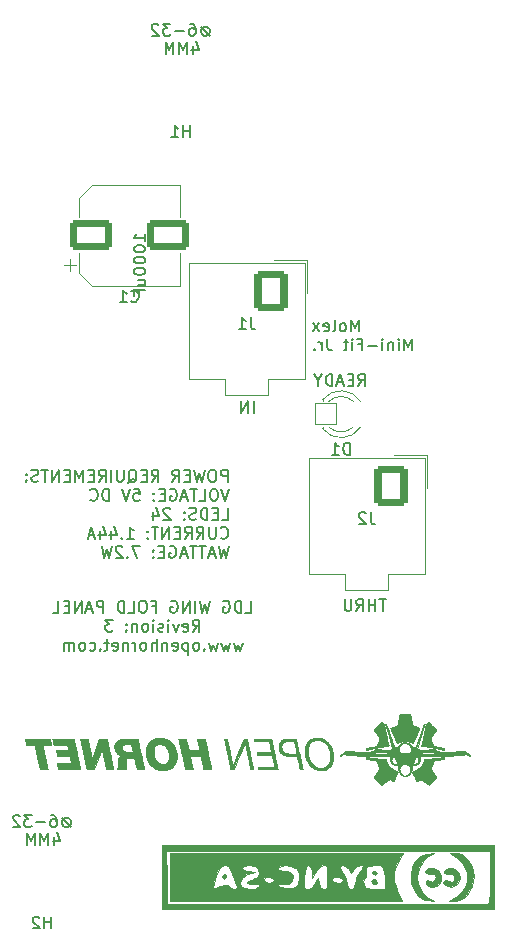
<source format=gbr>
%TF.GenerationSoftware,KiCad,Pcbnew,(6.0.9)*%
%TF.CreationDate,2023-04-01T14:25:18-08:00*%
%TF.ProjectId,LDG WING FOLD PLACARD,4c444720-5749-44e4-9720-464f4c442050,3*%
%TF.SameCoordinates,Original*%
%TF.FileFunction,Legend,Bot*%
%TF.FilePolarity,Positive*%
%FSLAX46Y46*%
G04 Gerber Fmt 4.6, Leading zero omitted, Abs format (unit mm)*
G04 Created by KiCad (PCBNEW (6.0.9)) date 2023-04-01 14:25:18*
%MOMM*%
%LPD*%
G01*
G04 APERTURE LIST*
G04 Aperture macros list*
%AMRoundRect*
0 Rectangle with rounded corners*
0 $1 Rounding radius*
0 $2 $3 $4 $5 $6 $7 $8 $9 X,Y pos of 4 corners*
0 Add a 4 corners polygon primitive as box body*
4,1,4,$2,$3,$4,$5,$6,$7,$8,$9,$2,$3,0*
0 Add four circle primitives for the rounded corners*
1,1,$1+$1,$2,$3*
1,1,$1+$1,$4,$5*
1,1,$1+$1,$6,$7*
1,1,$1+$1,$8,$9*
0 Add four rect primitives between the rounded corners*
20,1,$1+$1,$2,$3,$4,$5,0*
20,1,$1+$1,$4,$5,$6,$7,0*
20,1,$1+$1,$6,$7,$8,$9,0*
20,1,$1+$1,$8,$9,$2,$3,0*%
G04 Aperture macros list end*
%ADD10C,0.150000*%
%ADD11C,0.010000*%
%ADD12C,0.120000*%
%ADD13C,4.400000*%
%ADD14RoundRect,0.300000X-1.500000X-1.000000X1.500000X-1.000000X1.500000X1.000000X-1.500000X1.000000X0*%
%ADD15C,1.900000*%
%ADD16RoundRect,0.050000X-0.900000X-0.900000X0.900000X-0.900000X0.900000X0.900000X-0.900000X0.900000X0*%
%ADD17O,2.800000X3.400000*%
%ADD18RoundRect,0.300001X1.099999X1.399999X-1.099999X1.399999X-1.099999X-1.399999X1.099999X-1.399999X0*%
G04 APERTURE END LIST*
D10*
X167990204Y-62408780D02*
X167990204Y-61408780D01*
X167609252Y-61408780D01*
X167514014Y-61456400D01*
X167466395Y-61504019D01*
X167418776Y-61599257D01*
X167418776Y-61742114D01*
X167466395Y-61837352D01*
X167514014Y-61884971D01*
X167609252Y-61932590D01*
X167990204Y-61932590D01*
X166799728Y-61408780D02*
X166609252Y-61408780D01*
X166514014Y-61456400D01*
X166418776Y-61551638D01*
X166371157Y-61742114D01*
X166371157Y-62075447D01*
X166418776Y-62265923D01*
X166514014Y-62361161D01*
X166609252Y-62408780D01*
X166799728Y-62408780D01*
X166894966Y-62361161D01*
X166990204Y-62265923D01*
X167037823Y-62075447D01*
X167037823Y-61742114D01*
X166990204Y-61551638D01*
X166894966Y-61456400D01*
X166799728Y-61408780D01*
X166037823Y-61408780D02*
X165799728Y-62408780D01*
X165609252Y-61694495D01*
X165418776Y-62408780D01*
X165180680Y-61408780D01*
X164799728Y-61884971D02*
X164466395Y-61884971D01*
X164323538Y-62408780D02*
X164799728Y-62408780D01*
X164799728Y-61408780D01*
X164323538Y-61408780D01*
X163323538Y-62408780D02*
X163656871Y-61932590D01*
X163894966Y-62408780D02*
X163894966Y-61408780D01*
X163514014Y-61408780D01*
X163418776Y-61456400D01*
X163371157Y-61504019D01*
X163323538Y-61599257D01*
X163323538Y-61742114D01*
X163371157Y-61837352D01*
X163418776Y-61884971D01*
X163514014Y-61932590D01*
X163894966Y-61932590D01*
X161561633Y-62408780D02*
X161894966Y-61932590D01*
X162133061Y-62408780D02*
X162133061Y-61408780D01*
X161752109Y-61408780D01*
X161656871Y-61456400D01*
X161609252Y-61504019D01*
X161561633Y-61599257D01*
X161561633Y-61742114D01*
X161609252Y-61837352D01*
X161656871Y-61884971D01*
X161752109Y-61932590D01*
X162133061Y-61932590D01*
X161133061Y-61884971D02*
X160799728Y-61884971D01*
X160656871Y-62408780D02*
X161133061Y-62408780D01*
X161133061Y-61408780D01*
X160656871Y-61408780D01*
X159561633Y-62504019D02*
X159656871Y-62456400D01*
X159752109Y-62361161D01*
X159894966Y-62218304D01*
X159990204Y-62170685D01*
X160085442Y-62170685D01*
X160037823Y-62408780D02*
X160133061Y-62361161D01*
X160228300Y-62265923D01*
X160275919Y-62075447D01*
X160275919Y-61742114D01*
X160228300Y-61551638D01*
X160133061Y-61456400D01*
X160037823Y-61408780D01*
X159847347Y-61408780D01*
X159752109Y-61456400D01*
X159656871Y-61551638D01*
X159609252Y-61742114D01*
X159609252Y-62075447D01*
X159656871Y-62265923D01*
X159752109Y-62361161D01*
X159847347Y-62408780D01*
X160037823Y-62408780D01*
X159180680Y-61408780D02*
X159180680Y-62218304D01*
X159133061Y-62313542D01*
X159085442Y-62361161D01*
X158990204Y-62408780D01*
X158799728Y-62408780D01*
X158704490Y-62361161D01*
X158656871Y-62313542D01*
X158609252Y-62218304D01*
X158609252Y-61408780D01*
X158133061Y-62408780D02*
X158133061Y-61408780D01*
X157085442Y-62408780D02*
X157418776Y-61932590D01*
X157656871Y-62408780D02*
X157656871Y-61408780D01*
X157275919Y-61408780D01*
X157180680Y-61456400D01*
X157133061Y-61504019D01*
X157085442Y-61599257D01*
X157085442Y-61742114D01*
X157133061Y-61837352D01*
X157180680Y-61884971D01*
X157275919Y-61932590D01*
X157656871Y-61932590D01*
X156656871Y-61884971D02*
X156323538Y-61884971D01*
X156180680Y-62408780D02*
X156656871Y-62408780D01*
X156656871Y-61408780D01*
X156180680Y-61408780D01*
X155752109Y-62408780D02*
X155752109Y-61408780D01*
X155418776Y-62123066D01*
X155085442Y-61408780D01*
X155085442Y-62408780D01*
X154609252Y-61884971D02*
X154275919Y-61884971D01*
X154133061Y-62408780D02*
X154609252Y-62408780D01*
X154609252Y-61408780D01*
X154133061Y-61408780D01*
X153704490Y-62408780D02*
X153704490Y-61408780D01*
X153133061Y-62408780D01*
X153133061Y-61408780D01*
X152799728Y-61408780D02*
X152228300Y-61408780D01*
X152514014Y-62408780D02*
X152514014Y-61408780D01*
X151942585Y-62361161D02*
X151799728Y-62408780D01*
X151561633Y-62408780D01*
X151466395Y-62361161D01*
X151418776Y-62313542D01*
X151371157Y-62218304D01*
X151371157Y-62123066D01*
X151418776Y-62027828D01*
X151466395Y-61980209D01*
X151561633Y-61932590D01*
X151752109Y-61884971D01*
X151847347Y-61837352D01*
X151894966Y-61789733D01*
X151942585Y-61694495D01*
X151942585Y-61599257D01*
X151894966Y-61504019D01*
X151847347Y-61456400D01*
X151752109Y-61408780D01*
X151514014Y-61408780D01*
X151371157Y-61456400D01*
X150942585Y-62313542D02*
X150894966Y-62361161D01*
X150942585Y-62408780D01*
X150990204Y-62361161D01*
X150942585Y-62313542D01*
X150942585Y-62408780D01*
X150942585Y-61789733D02*
X150894966Y-61837352D01*
X150942585Y-61884971D01*
X150990204Y-61837352D01*
X150942585Y-61789733D01*
X150942585Y-61884971D01*
X168133061Y-63018780D02*
X167799728Y-64018780D01*
X167466395Y-63018780D01*
X166942585Y-63018780D02*
X166752109Y-63018780D01*
X166656871Y-63066400D01*
X166561633Y-63161638D01*
X166514014Y-63352114D01*
X166514014Y-63685447D01*
X166561633Y-63875923D01*
X166656871Y-63971161D01*
X166752109Y-64018780D01*
X166942585Y-64018780D01*
X167037823Y-63971161D01*
X167133061Y-63875923D01*
X167180680Y-63685447D01*
X167180680Y-63352114D01*
X167133061Y-63161638D01*
X167037823Y-63066400D01*
X166942585Y-63018780D01*
X165609252Y-64018780D02*
X166085442Y-64018780D01*
X166085442Y-63018780D01*
X165418776Y-63018780D02*
X164847347Y-63018780D01*
X165133061Y-64018780D02*
X165133061Y-63018780D01*
X164561633Y-63733066D02*
X164085442Y-63733066D01*
X164656871Y-64018780D02*
X164323538Y-63018780D01*
X163990204Y-64018780D01*
X163133061Y-63066400D02*
X163228300Y-63018780D01*
X163371157Y-63018780D01*
X163514014Y-63066400D01*
X163609252Y-63161638D01*
X163656871Y-63256876D01*
X163704490Y-63447352D01*
X163704490Y-63590209D01*
X163656871Y-63780685D01*
X163609252Y-63875923D01*
X163514014Y-63971161D01*
X163371157Y-64018780D01*
X163275919Y-64018780D01*
X163133061Y-63971161D01*
X163085442Y-63923542D01*
X163085442Y-63590209D01*
X163275919Y-63590209D01*
X162656871Y-63494971D02*
X162323538Y-63494971D01*
X162180680Y-64018780D02*
X162656871Y-64018780D01*
X162656871Y-63018780D01*
X162180680Y-63018780D01*
X161752109Y-63923542D02*
X161704490Y-63971161D01*
X161752109Y-64018780D01*
X161799728Y-63971161D01*
X161752109Y-63923542D01*
X161752109Y-64018780D01*
X161752109Y-63399733D02*
X161704490Y-63447352D01*
X161752109Y-63494971D01*
X161799728Y-63447352D01*
X161752109Y-63399733D01*
X161752109Y-63494971D01*
X160037823Y-63018780D02*
X160514014Y-63018780D01*
X160561633Y-63494971D01*
X160514014Y-63447352D01*
X160418776Y-63399733D01*
X160180680Y-63399733D01*
X160085442Y-63447352D01*
X160037823Y-63494971D01*
X159990204Y-63590209D01*
X159990204Y-63828304D01*
X160037823Y-63923542D01*
X160085442Y-63971161D01*
X160180680Y-64018780D01*
X160418776Y-64018780D01*
X160514014Y-63971161D01*
X160561633Y-63923542D01*
X159704490Y-63018780D02*
X159371157Y-64018780D01*
X159037823Y-63018780D01*
X157942585Y-64018780D02*
X157942585Y-63018780D01*
X157704490Y-63018780D01*
X157561633Y-63066400D01*
X157466395Y-63161638D01*
X157418776Y-63256876D01*
X157371157Y-63447352D01*
X157371157Y-63590209D01*
X157418776Y-63780685D01*
X157466395Y-63875923D01*
X157561633Y-63971161D01*
X157704490Y-64018780D01*
X157942585Y-64018780D01*
X156371157Y-63923542D02*
X156418776Y-63971161D01*
X156561633Y-64018780D01*
X156656871Y-64018780D01*
X156799728Y-63971161D01*
X156894966Y-63875923D01*
X156942585Y-63780685D01*
X156990204Y-63590209D01*
X156990204Y-63447352D01*
X156942585Y-63256876D01*
X156894966Y-63161638D01*
X156799728Y-63066400D01*
X156656871Y-63018780D01*
X156561633Y-63018780D01*
X156418776Y-63066400D01*
X156371157Y-63114019D01*
X167514014Y-65628780D02*
X167990204Y-65628780D01*
X167990204Y-64628780D01*
X167180680Y-65104971D02*
X166847347Y-65104971D01*
X166704490Y-65628780D02*
X167180680Y-65628780D01*
X167180680Y-64628780D01*
X166704490Y-64628780D01*
X166275919Y-65628780D02*
X166275919Y-64628780D01*
X166037823Y-64628780D01*
X165894966Y-64676400D01*
X165799728Y-64771638D01*
X165752109Y-64866876D01*
X165704490Y-65057352D01*
X165704490Y-65200209D01*
X165752109Y-65390685D01*
X165799728Y-65485923D01*
X165894966Y-65581161D01*
X166037823Y-65628780D01*
X166275919Y-65628780D01*
X165323538Y-65581161D02*
X165180680Y-65628780D01*
X164942585Y-65628780D01*
X164847347Y-65581161D01*
X164799728Y-65533542D01*
X164752109Y-65438304D01*
X164752109Y-65343066D01*
X164799728Y-65247828D01*
X164847347Y-65200209D01*
X164942585Y-65152590D01*
X165133061Y-65104971D01*
X165228300Y-65057352D01*
X165275919Y-65009733D01*
X165323538Y-64914495D01*
X165323538Y-64819257D01*
X165275919Y-64724019D01*
X165228300Y-64676400D01*
X165133061Y-64628780D01*
X164894966Y-64628780D01*
X164752109Y-64676400D01*
X164323538Y-65533542D02*
X164275919Y-65581161D01*
X164323538Y-65628780D01*
X164371157Y-65581161D01*
X164323538Y-65533542D01*
X164323538Y-65628780D01*
X164323538Y-65009733D02*
X164275919Y-65057352D01*
X164323538Y-65104971D01*
X164371157Y-65057352D01*
X164323538Y-65009733D01*
X164323538Y-65104971D01*
X163133061Y-64724019D02*
X163085442Y-64676400D01*
X162990204Y-64628780D01*
X162752109Y-64628780D01*
X162656871Y-64676400D01*
X162609252Y-64724019D01*
X162561633Y-64819257D01*
X162561633Y-64914495D01*
X162609252Y-65057352D01*
X163180680Y-65628780D01*
X162561633Y-65628780D01*
X161704490Y-64962114D02*
X161704490Y-65628780D01*
X161942585Y-64581161D02*
X162180680Y-65295447D01*
X161561633Y-65295447D01*
X167418776Y-67143542D02*
X167466395Y-67191161D01*
X167609252Y-67238780D01*
X167704490Y-67238780D01*
X167847347Y-67191161D01*
X167942585Y-67095923D01*
X167990204Y-67000685D01*
X168037823Y-66810209D01*
X168037823Y-66667352D01*
X167990204Y-66476876D01*
X167942585Y-66381638D01*
X167847347Y-66286400D01*
X167704490Y-66238780D01*
X167609252Y-66238780D01*
X167466395Y-66286400D01*
X167418776Y-66334019D01*
X166990204Y-66238780D02*
X166990204Y-67048304D01*
X166942585Y-67143542D01*
X166894966Y-67191161D01*
X166799728Y-67238780D01*
X166609252Y-67238780D01*
X166514014Y-67191161D01*
X166466395Y-67143542D01*
X166418776Y-67048304D01*
X166418776Y-66238780D01*
X165371157Y-67238780D02*
X165704490Y-66762590D01*
X165942585Y-67238780D02*
X165942585Y-66238780D01*
X165561633Y-66238780D01*
X165466395Y-66286400D01*
X165418776Y-66334019D01*
X165371157Y-66429257D01*
X165371157Y-66572114D01*
X165418776Y-66667352D01*
X165466395Y-66714971D01*
X165561633Y-66762590D01*
X165942585Y-66762590D01*
X164371157Y-67238780D02*
X164704490Y-66762590D01*
X164942585Y-67238780D02*
X164942585Y-66238780D01*
X164561633Y-66238780D01*
X164466395Y-66286400D01*
X164418776Y-66334019D01*
X164371157Y-66429257D01*
X164371157Y-66572114D01*
X164418776Y-66667352D01*
X164466395Y-66714971D01*
X164561633Y-66762590D01*
X164942585Y-66762590D01*
X163942585Y-66714971D02*
X163609252Y-66714971D01*
X163466395Y-67238780D02*
X163942585Y-67238780D01*
X163942585Y-66238780D01*
X163466395Y-66238780D01*
X163037823Y-67238780D02*
X163037823Y-66238780D01*
X162466395Y-67238780D01*
X162466395Y-66238780D01*
X162133061Y-66238780D02*
X161561633Y-66238780D01*
X161847347Y-67238780D02*
X161847347Y-66238780D01*
X161228300Y-67143542D02*
X161180680Y-67191161D01*
X161228300Y-67238780D01*
X161275919Y-67191161D01*
X161228300Y-67143542D01*
X161228300Y-67238780D01*
X161228300Y-66619733D02*
X161180680Y-66667352D01*
X161228300Y-66714971D01*
X161275919Y-66667352D01*
X161228300Y-66619733D01*
X161228300Y-66714971D01*
X159466395Y-67238780D02*
X160037823Y-67238780D01*
X159752109Y-67238780D02*
X159752109Y-66238780D01*
X159847347Y-66381638D01*
X159942585Y-66476876D01*
X160037823Y-66524495D01*
X159037823Y-67143542D02*
X158990204Y-67191161D01*
X159037823Y-67238780D01*
X159085442Y-67191161D01*
X159037823Y-67143542D01*
X159037823Y-67238780D01*
X158133061Y-66572114D02*
X158133061Y-67238780D01*
X158371157Y-66191161D02*
X158609252Y-66905447D01*
X157990204Y-66905447D01*
X157180680Y-66572114D02*
X157180680Y-67238780D01*
X157418776Y-66191161D02*
X157656871Y-66905447D01*
X157037823Y-66905447D01*
X156704490Y-66953066D02*
X156228300Y-66953066D01*
X156799728Y-67238780D02*
X156466395Y-66238780D01*
X156133061Y-67238780D01*
X168085442Y-67848780D02*
X167847347Y-68848780D01*
X167656871Y-68134495D01*
X167466395Y-68848780D01*
X167228300Y-67848780D01*
X166894966Y-68563066D02*
X166418776Y-68563066D01*
X166990204Y-68848780D02*
X166656871Y-67848780D01*
X166323538Y-68848780D01*
X166133061Y-67848780D02*
X165561633Y-67848780D01*
X165847347Y-68848780D02*
X165847347Y-67848780D01*
X165371157Y-67848780D02*
X164799728Y-67848780D01*
X165085442Y-68848780D02*
X165085442Y-67848780D01*
X164514014Y-68563066D02*
X164037823Y-68563066D01*
X164609252Y-68848780D02*
X164275919Y-67848780D01*
X163942585Y-68848780D01*
X163085442Y-67896400D02*
X163180680Y-67848780D01*
X163323538Y-67848780D01*
X163466395Y-67896400D01*
X163561633Y-67991638D01*
X163609252Y-68086876D01*
X163656871Y-68277352D01*
X163656871Y-68420209D01*
X163609252Y-68610685D01*
X163561633Y-68705923D01*
X163466395Y-68801161D01*
X163323538Y-68848780D01*
X163228300Y-68848780D01*
X163085442Y-68801161D01*
X163037823Y-68753542D01*
X163037823Y-68420209D01*
X163228300Y-68420209D01*
X162609252Y-68324971D02*
X162275919Y-68324971D01*
X162133061Y-68848780D02*
X162609252Y-68848780D01*
X162609252Y-67848780D01*
X162133061Y-67848780D01*
X161704490Y-68753542D02*
X161656871Y-68801161D01*
X161704490Y-68848780D01*
X161752109Y-68801161D01*
X161704490Y-68753542D01*
X161704490Y-68848780D01*
X161704490Y-68229733D02*
X161656871Y-68277352D01*
X161704490Y-68324971D01*
X161752109Y-68277352D01*
X161704490Y-68229733D01*
X161704490Y-68324971D01*
X160561633Y-67848780D02*
X159894966Y-67848780D01*
X160323538Y-68848780D01*
X159514014Y-68753542D02*
X159466395Y-68801161D01*
X159514014Y-68848780D01*
X159561633Y-68801161D01*
X159514014Y-68753542D01*
X159514014Y-68848780D01*
X159085442Y-67944019D02*
X159037823Y-67896400D01*
X158942585Y-67848780D01*
X158704490Y-67848780D01*
X158609252Y-67896400D01*
X158561633Y-67944019D01*
X158514014Y-68039257D01*
X158514014Y-68134495D01*
X158561633Y-68277352D01*
X159133061Y-68848780D01*
X158514014Y-68848780D01*
X158180680Y-67848780D02*
X157942585Y-68848780D01*
X157752109Y-68134495D01*
X157561633Y-68848780D01*
X157323538Y-67848780D01*
X179046000Y-54300380D02*
X179379333Y-53824190D01*
X179617428Y-54300380D02*
X179617428Y-53300380D01*
X179236476Y-53300380D01*
X179141238Y-53348000D01*
X179093619Y-53395619D01*
X179046000Y-53490857D01*
X179046000Y-53633714D01*
X179093619Y-53728952D01*
X179141238Y-53776571D01*
X179236476Y-53824190D01*
X179617428Y-53824190D01*
X178617428Y-53776571D02*
X178284095Y-53776571D01*
X178141238Y-54300380D02*
X178617428Y-54300380D01*
X178617428Y-53300380D01*
X178141238Y-53300380D01*
X177760285Y-54014666D02*
X177284095Y-54014666D01*
X177855523Y-54300380D02*
X177522190Y-53300380D01*
X177188857Y-54300380D01*
X176855523Y-54300380D02*
X176855523Y-53300380D01*
X176617428Y-53300380D01*
X176474571Y-53348000D01*
X176379333Y-53443238D01*
X176331714Y-53538476D01*
X176284095Y-53728952D01*
X176284095Y-53871809D01*
X176331714Y-54062285D01*
X176379333Y-54157523D01*
X176474571Y-54252761D01*
X176617428Y-54300380D01*
X176855523Y-54300380D01*
X175665047Y-53824190D02*
X175665047Y-54300380D01*
X175998380Y-53300380D02*
X175665047Y-53824190D01*
X175331714Y-53300380D01*
X179103500Y-49685380D02*
X179103500Y-48685380D01*
X178770166Y-49399666D01*
X178436833Y-48685380D01*
X178436833Y-49685380D01*
X177817785Y-49685380D02*
X177913023Y-49637761D01*
X177960642Y-49590142D01*
X178008261Y-49494904D01*
X178008261Y-49209190D01*
X177960642Y-49113952D01*
X177913023Y-49066333D01*
X177817785Y-49018714D01*
X177674928Y-49018714D01*
X177579690Y-49066333D01*
X177532071Y-49113952D01*
X177484452Y-49209190D01*
X177484452Y-49494904D01*
X177532071Y-49590142D01*
X177579690Y-49637761D01*
X177674928Y-49685380D01*
X177817785Y-49685380D01*
X176913023Y-49685380D02*
X177008261Y-49637761D01*
X177055880Y-49542523D01*
X177055880Y-48685380D01*
X176151119Y-49637761D02*
X176246357Y-49685380D01*
X176436833Y-49685380D01*
X176532071Y-49637761D01*
X176579690Y-49542523D01*
X176579690Y-49161571D01*
X176532071Y-49066333D01*
X176436833Y-49018714D01*
X176246357Y-49018714D01*
X176151119Y-49066333D01*
X176103500Y-49161571D01*
X176103500Y-49256809D01*
X176579690Y-49352047D01*
X175770166Y-49685380D02*
X175246357Y-49018714D01*
X175770166Y-49018714D02*
X175246357Y-49685380D01*
X183627309Y-51295380D02*
X183627309Y-50295380D01*
X183293976Y-51009666D01*
X182960642Y-50295380D01*
X182960642Y-51295380D01*
X182484452Y-51295380D02*
X182484452Y-50628714D01*
X182484452Y-50295380D02*
X182532071Y-50343000D01*
X182484452Y-50390619D01*
X182436833Y-50343000D01*
X182484452Y-50295380D01*
X182484452Y-50390619D01*
X182008261Y-50628714D02*
X182008261Y-51295380D01*
X182008261Y-50723952D02*
X181960642Y-50676333D01*
X181865404Y-50628714D01*
X181722547Y-50628714D01*
X181627309Y-50676333D01*
X181579690Y-50771571D01*
X181579690Y-51295380D01*
X181103500Y-51295380D02*
X181103500Y-50628714D01*
X181103500Y-50295380D02*
X181151119Y-50343000D01*
X181103500Y-50390619D01*
X181055880Y-50343000D01*
X181103500Y-50295380D01*
X181103500Y-50390619D01*
X180627309Y-50914428D02*
X179865404Y-50914428D01*
X179055880Y-50771571D02*
X179389214Y-50771571D01*
X179389214Y-51295380D02*
X179389214Y-50295380D01*
X178913023Y-50295380D01*
X178532071Y-51295380D02*
X178532071Y-50628714D01*
X178532071Y-50295380D02*
X178579690Y-50343000D01*
X178532071Y-50390619D01*
X178484452Y-50343000D01*
X178532071Y-50295380D01*
X178532071Y-50390619D01*
X178198738Y-50628714D02*
X177817785Y-50628714D01*
X178055880Y-50295380D02*
X178055880Y-51152523D01*
X178008261Y-51247761D01*
X177913023Y-51295380D01*
X177817785Y-51295380D01*
X176436833Y-50295380D02*
X176436833Y-51009666D01*
X176484452Y-51152523D01*
X176579690Y-51247761D01*
X176722547Y-51295380D01*
X176817785Y-51295380D01*
X175960642Y-51295380D02*
X175960642Y-50628714D01*
X175960642Y-50819190D02*
X175913023Y-50723952D01*
X175865404Y-50676333D01*
X175770166Y-50628714D01*
X175674928Y-50628714D01*
X175341595Y-51200142D02*
X175293976Y-51247761D01*
X175341595Y-51295380D01*
X175389214Y-51247761D01*
X175341595Y-51200142D01*
X175341595Y-51295380D01*
X161031180Y-42026190D02*
X161031180Y-41454761D01*
X161031180Y-41740476D02*
X160031180Y-41740476D01*
X160174038Y-41645238D01*
X160269276Y-41550000D01*
X160316895Y-41454761D01*
X160031180Y-42645238D02*
X160031180Y-42740476D01*
X160078800Y-42835714D01*
X160126419Y-42883333D01*
X160221657Y-42930952D01*
X160412133Y-42978571D01*
X160650228Y-42978571D01*
X160840704Y-42930952D01*
X160935942Y-42883333D01*
X160983561Y-42835714D01*
X161031180Y-42740476D01*
X161031180Y-42645238D01*
X160983561Y-42550000D01*
X160935942Y-42502380D01*
X160840704Y-42454761D01*
X160650228Y-42407142D01*
X160412133Y-42407142D01*
X160221657Y-42454761D01*
X160126419Y-42502380D01*
X160078800Y-42550000D01*
X160031180Y-42645238D01*
X160031180Y-43597619D02*
X160031180Y-43692857D01*
X160078800Y-43788095D01*
X160126419Y-43835714D01*
X160221657Y-43883333D01*
X160412133Y-43930952D01*
X160650228Y-43930952D01*
X160840704Y-43883333D01*
X160935942Y-43835714D01*
X160983561Y-43788095D01*
X161031180Y-43692857D01*
X161031180Y-43597619D01*
X160983561Y-43502380D01*
X160935942Y-43454761D01*
X160840704Y-43407142D01*
X160650228Y-43359523D01*
X160412133Y-43359523D01*
X160221657Y-43407142D01*
X160126419Y-43454761D01*
X160078800Y-43502380D01*
X160031180Y-43597619D01*
X160031180Y-44550000D02*
X160031180Y-44645238D01*
X160078800Y-44740476D01*
X160126419Y-44788095D01*
X160221657Y-44835714D01*
X160412133Y-44883333D01*
X160650228Y-44883333D01*
X160840704Y-44835714D01*
X160935942Y-44788095D01*
X160983561Y-44740476D01*
X161031180Y-44645238D01*
X161031180Y-44550000D01*
X160983561Y-44454761D01*
X160935942Y-44407142D01*
X160840704Y-44359523D01*
X160650228Y-44311904D01*
X160412133Y-44311904D01*
X160221657Y-44359523D01*
X160126419Y-44407142D01*
X160078800Y-44454761D01*
X160031180Y-44550000D01*
X160364514Y-45740476D02*
X161031180Y-45740476D01*
X160364514Y-45311904D02*
X160888323Y-45311904D01*
X160983561Y-45359523D01*
X161031180Y-45454761D01*
X161031180Y-45597619D01*
X160983561Y-45692857D01*
X160935942Y-45740476D01*
X160507371Y-46550000D02*
X160507371Y-46216666D01*
X161031180Y-46216666D02*
X160031180Y-46216666D01*
X160031180Y-46692857D01*
X170195809Y-56586380D02*
X170195809Y-55586380D01*
X169719619Y-56586380D02*
X169719619Y-55586380D01*
X169148190Y-56586380D01*
X169148190Y-55586380D01*
X169478933Y-73492980D02*
X169955123Y-73492980D01*
X169955123Y-72492980D01*
X169145600Y-73492980D02*
X169145600Y-72492980D01*
X168907504Y-72492980D01*
X168764647Y-72540600D01*
X168669409Y-72635838D01*
X168621790Y-72731076D01*
X168574171Y-72921552D01*
X168574171Y-73064409D01*
X168621790Y-73254885D01*
X168669409Y-73350123D01*
X168764647Y-73445361D01*
X168907504Y-73492980D01*
X169145600Y-73492980D01*
X167621790Y-72540600D02*
X167717028Y-72492980D01*
X167859885Y-72492980D01*
X168002742Y-72540600D01*
X168097980Y-72635838D01*
X168145600Y-72731076D01*
X168193219Y-72921552D01*
X168193219Y-73064409D01*
X168145600Y-73254885D01*
X168097980Y-73350123D01*
X168002742Y-73445361D01*
X167859885Y-73492980D01*
X167764647Y-73492980D01*
X167621790Y-73445361D01*
X167574171Y-73397742D01*
X167574171Y-73064409D01*
X167764647Y-73064409D01*
X166478933Y-72492980D02*
X166240838Y-73492980D01*
X166050361Y-72778695D01*
X165859885Y-73492980D01*
X165621790Y-72492980D01*
X165240838Y-73492980D02*
X165240838Y-72492980D01*
X164764647Y-73492980D02*
X164764647Y-72492980D01*
X164193219Y-73492980D01*
X164193219Y-72492980D01*
X163193219Y-72540600D02*
X163288457Y-72492980D01*
X163431314Y-72492980D01*
X163574171Y-72540600D01*
X163669409Y-72635838D01*
X163717028Y-72731076D01*
X163764647Y-72921552D01*
X163764647Y-73064409D01*
X163717028Y-73254885D01*
X163669409Y-73350123D01*
X163574171Y-73445361D01*
X163431314Y-73492980D01*
X163336076Y-73492980D01*
X163193219Y-73445361D01*
X163145600Y-73397742D01*
X163145600Y-73064409D01*
X163336076Y-73064409D01*
X161621790Y-72969171D02*
X161955123Y-72969171D01*
X161955123Y-73492980D02*
X161955123Y-72492980D01*
X161478933Y-72492980D01*
X160907504Y-72492980D02*
X160717028Y-72492980D01*
X160621790Y-72540600D01*
X160526552Y-72635838D01*
X160478933Y-72826314D01*
X160478933Y-73159647D01*
X160526552Y-73350123D01*
X160621790Y-73445361D01*
X160717028Y-73492980D01*
X160907504Y-73492980D01*
X161002742Y-73445361D01*
X161097980Y-73350123D01*
X161145600Y-73159647D01*
X161145600Y-72826314D01*
X161097980Y-72635838D01*
X161002742Y-72540600D01*
X160907504Y-72492980D01*
X159574171Y-73492980D02*
X160050361Y-73492980D01*
X160050361Y-72492980D01*
X159240838Y-73492980D02*
X159240838Y-72492980D01*
X159002742Y-72492980D01*
X158859885Y-72540600D01*
X158764647Y-72635838D01*
X158717028Y-72731076D01*
X158669409Y-72921552D01*
X158669409Y-73064409D01*
X158717028Y-73254885D01*
X158764647Y-73350123D01*
X158859885Y-73445361D01*
X159002742Y-73492980D01*
X159240838Y-73492980D01*
X157478933Y-73492980D02*
X157478933Y-72492980D01*
X157097980Y-72492980D01*
X157002742Y-72540600D01*
X156955123Y-72588219D01*
X156907504Y-72683457D01*
X156907504Y-72826314D01*
X156955123Y-72921552D01*
X157002742Y-72969171D01*
X157097980Y-73016790D01*
X157478933Y-73016790D01*
X156526552Y-73207266D02*
X156050361Y-73207266D01*
X156621790Y-73492980D02*
X156288457Y-72492980D01*
X155955123Y-73492980D01*
X155621790Y-73492980D02*
X155621790Y-72492980D01*
X155050361Y-73492980D01*
X155050361Y-72492980D01*
X154574171Y-72969171D02*
X154240838Y-72969171D01*
X154097980Y-73492980D02*
X154574171Y-73492980D01*
X154574171Y-72492980D01*
X154097980Y-72492980D01*
X153193219Y-73492980D02*
X153669409Y-73492980D01*
X153669409Y-72492980D01*
X165026552Y-75102980D02*
X165359885Y-74626790D01*
X165597980Y-75102980D02*
X165597980Y-74102980D01*
X165217028Y-74102980D01*
X165121790Y-74150600D01*
X165074171Y-74198219D01*
X165026552Y-74293457D01*
X165026552Y-74436314D01*
X165074171Y-74531552D01*
X165121790Y-74579171D01*
X165217028Y-74626790D01*
X165597980Y-74626790D01*
X164217028Y-75055361D02*
X164312266Y-75102980D01*
X164502742Y-75102980D01*
X164597980Y-75055361D01*
X164645600Y-74960123D01*
X164645600Y-74579171D01*
X164597980Y-74483933D01*
X164502742Y-74436314D01*
X164312266Y-74436314D01*
X164217028Y-74483933D01*
X164169409Y-74579171D01*
X164169409Y-74674409D01*
X164645600Y-74769647D01*
X163836076Y-74436314D02*
X163597980Y-75102980D01*
X163359885Y-74436314D01*
X162978933Y-75102980D02*
X162978933Y-74436314D01*
X162978933Y-74102980D02*
X163026552Y-74150600D01*
X162978933Y-74198219D01*
X162931314Y-74150600D01*
X162978933Y-74102980D01*
X162978933Y-74198219D01*
X162550361Y-75055361D02*
X162455123Y-75102980D01*
X162264647Y-75102980D01*
X162169409Y-75055361D01*
X162121790Y-74960123D01*
X162121790Y-74912504D01*
X162169409Y-74817266D01*
X162264647Y-74769647D01*
X162407504Y-74769647D01*
X162502742Y-74722028D01*
X162550361Y-74626790D01*
X162550361Y-74579171D01*
X162502742Y-74483933D01*
X162407504Y-74436314D01*
X162264647Y-74436314D01*
X162169409Y-74483933D01*
X161693219Y-75102980D02*
X161693219Y-74436314D01*
X161693219Y-74102980D02*
X161740838Y-74150600D01*
X161693219Y-74198219D01*
X161645600Y-74150600D01*
X161693219Y-74102980D01*
X161693219Y-74198219D01*
X161074171Y-75102980D02*
X161169409Y-75055361D01*
X161217028Y-75007742D01*
X161264647Y-74912504D01*
X161264647Y-74626790D01*
X161217028Y-74531552D01*
X161169409Y-74483933D01*
X161074171Y-74436314D01*
X160931314Y-74436314D01*
X160836076Y-74483933D01*
X160788457Y-74531552D01*
X160740838Y-74626790D01*
X160740838Y-74912504D01*
X160788457Y-75007742D01*
X160836076Y-75055361D01*
X160931314Y-75102980D01*
X161074171Y-75102980D01*
X160312266Y-74436314D02*
X160312266Y-75102980D01*
X160312266Y-74531552D02*
X160264647Y-74483933D01*
X160169409Y-74436314D01*
X160026552Y-74436314D01*
X159931314Y-74483933D01*
X159883695Y-74579171D01*
X159883695Y-75102980D01*
X159407504Y-75007742D02*
X159359885Y-75055361D01*
X159407504Y-75102980D01*
X159455123Y-75055361D01*
X159407504Y-75007742D01*
X159407504Y-75102980D01*
X159407504Y-74483933D02*
X159359885Y-74531552D01*
X159407504Y-74579171D01*
X159455123Y-74531552D01*
X159407504Y-74483933D01*
X159407504Y-74579171D01*
X158264647Y-74102980D02*
X157645600Y-74102980D01*
X157978933Y-74483933D01*
X157836076Y-74483933D01*
X157740838Y-74531552D01*
X157693219Y-74579171D01*
X157645600Y-74674409D01*
X157645600Y-74912504D01*
X157693219Y-75007742D01*
X157740838Y-75055361D01*
X157836076Y-75102980D01*
X158121790Y-75102980D01*
X158217028Y-75055361D01*
X158264647Y-75007742D01*
X169264647Y-76046314D02*
X169074171Y-76712980D01*
X168883695Y-76236790D01*
X168693219Y-76712980D01*
X168502742Y-76046314D01*
X168217028Y-76046314D02*
X168026552Y-76712980D01*
X167836076Y-76236790D01*
X167645600Y-76712980D01*
X167455123Y-76046314D01*
X167169409Y-76046314D02*
X166978933Y-76712980D01*
X166788457Y-76236790D01*
X166597980Y-76712980D01*
X166407504Y-76046314D01*
X166026552Y-76617742D02*
X165978933Y-76665361D01*
X166026552Y-76712980D01*
X166074171Y-76665361D01*
X166026552Y-76617742D01*
X166026552Y-76712980D01*
X165407504Y-76712980D02*
X165502742Y-76665361D01*
X165550361Y-76617742D01*
X165597980Y-76522504D01*
X165597980Y-76236790D01*
X165550361Y-76141552D01*
X165502742Y-76093933D01*
X165407504Y-76046314D01*
X165264647Y-76046314D01*
X165169409Y-76093933D01*
X165121790Y-76141552D01*
X165074171Y-76236790D01*
X165074171Y-76522504D01*
X165121790Y-76617742D01*
X165169409Y-76665361D01*
X165264647Y-76712980D01*
X165407504Y-76712980D01*
X164645600Y-76046314D02*
X164645600Y-77046314D01*
X164645600Y-76093933D02*
X164550361Y-76046314D01*
X164359885Y-76046314D01*
X164264647Y-76093933D01*
X164217028Y-76141552D01*
X164169409Y-76236790D01*
X164169409Y-76522504D01*
X164217028Y-76617742D01*
X164264647Y-76665361D01*
X164359885Y-76712980D01*
X164550361Y-76712980D01*
X164645600Y-76665361D01*
X163359885Y-76665361D02*
X163455123Y-76712980D01*
X163645600Y-76712980D01*
X163740838Y-76665361D01*
X163788457Y-76570123D01*
X163788457Y-76189171D01*
X163740838Y-76093933D01*
X163645600Y-76046314D01*
X163455123Y-76046314D01*
X163359885Y-76093933D01*
X163312266Y-76189171D01*
X163312266Y-76284409D01*
X163788457Y-76379647D01*
X162883695Y-76046314D02*
X162883695Y-76712980D01*
X162883695Y-76141552D02*
X162836076Y-76093933D01*
X162740838Y-76046314D01*
X162597980Y-76046314D01*
X162502742Y-76093933D01*
X162455123Y-76189171D01*
X162455123Y-76712980D01*
X161978933Y-76712980D02*
X161978933Y-75712980D01*
X161550361Y-76712980D02*
X161550361Y-76189171D01*
X161597980Y-76093933D01*
X161693219Y-76046314D01*
X161836076Y-76046314D01*
X161931314Y-76093933D01*
X161978933Y-76141552D01*
X160931314Y-76712980D02*
X161026552Y-76665361D01*
X161074171Y-76617742D01*
X161121790Y-76522504D01*
X161121790Y-76236790D01*
X161074171Y-76141552D01*
X161026552Y-76093933D01*
X160931314Y-76046314D01*
X160788457Y-76046314D01*
X160693219Y-76093933D01*
X160645600Y-76141552D01*
X160597980Y-76236790D01*
X160597980Y-76522504D01*
X160645600Y-76617742D01*
X160693219Y-76665361D01*
X160788457Y-76712980D01*
X160931314Y-76712980D01*
X160169409Y-76712980D02*
X160169409Y-76046314D01*
X160169409Y-76236790D02*
X160121790Y-76141552D01*
X160074171Y-76093933D01*
X159978933Y-76046314D01*
X159883695Y-76046314D01*
X159550361Y-76046314D02*
X159550361Y-76712980D01*
X159550361Y-76141552D02*
X159502742Y-76093933D01*
X159407504Y-76046314D01*
X159264647Y-76046314D01*
X159169409Y-76093933D01*
X159121790Y-76189171D01*
X159121790Y-76712980D01*
X158264647Y-76665361D02*
X158359885Y-76712980D01*
X158550361Y-76712980D01*
X158645600Y-76665361D01*
X158693219Y-76570123D01*
X158693219Y-76189171D01*
X158645600Y-76093933D01*
X158550361Y-76046314D01*
X158359885Y-76046314D01*
X158264647Y-76093933D01*
X158217028Y-76189171D01*
X158217028Y-76284409D01*
X158693219Y-76379647D01*
X157931314Y-76046314D02*
X157550361Y-76046314D01*
X157788457Y-75712980D02*
X157788457Y-76570123D01*
X157740838Y-76665361D01*
X157645600Y-76712980D01*
X157550361Y-76712980D01*
X157217028Y-76617742D02*
X157169409Y-76665361D01*
X157217028Y-76712980D01*
X157264647Y-76665361D01*
X157217028Y-76617742D01*
X157217028Y-76712980D01*
X156312266Y-76665361D02*
X156407504Y-76712980D01*
X156597980Y-76712980D01*
X156693219Y-76665361D01*
X156740838Y-76617742D01*
X156788457Y-76522504D01*
X156788457Y-76236790D01*
X156740838Y-76141552D01*
X156693219Y-76093933D01*
X156597980Y-76046314D01*
X156407504Y-76046314D01*
X156312266Y-76093933D01*
X155740838Y-76712980D02*
X155836076Y-76665361D01*
X155883695Y-76617742D01*
X155931314Y-76522504D01*
X155931314Y-76236790D01*
X155883695Y-76141552D01*
X155836076Y-76093933D01*
X155740838Y-76046314D01*
X155597980Y-76046314D01*
X155502742Y-76093933D01*
X155455123Y-76141552D01*
X155407504Y-76236790D01*
X155407504Y-76522504D01*
X155455123Y-76617742D01*
X155502742Y-76665361D01*
X155597980Y-76712980D01*
X155740838Y-76712980D01*
X154978933Y-76712980D02*
X154978933Y-76046314D01*
X154978933Y-76141552D02*
X154931314Y-76093933D01*
X154836076Y-76046314D01*
X154693219Y-76046314D01*
X154597980Y-76093933D01*
X154550361Y-76189171D01*
X154550361Y-76712980D01*
X154550361Y-76189171D02*
X154502742Y-76093933D01*
X154407504Y-76046314D01*
X154264647Y-76046314D01*
X154169409Y-76093933D01*
X154121790Y-76189171D01*
X154121790Y-76712980D01*
X181411333Y-72350380D02*
X180839904Y-72350380D01*
X181125619Y-73350380D02*
X181125619Y-72350380D01*
X180506571Y-73350380D02*
X180506571Y-72350380D01*
X180506571Y-72826571D02*
X179935142Y-72826571D01*
X179935142Y-73350380D02*
X179935142Y-72350380D01*
X178887523Y-73350380D02*
X179220857Y-72874190D01*
X179458952Y-73350380D02*
X179458952Y-72350380D01*
X179078000Y-72350380D01*
X178982761Y-72398000D01*
X178935142Y-72445619D01*
X178887523Y-72540857D01*
X178887523Y-72683714D01*
X178935142Y-72778952D01*
X178982761Y-72826571D01*
X179078000Y-72874190D01*
X179458952Y-72874190D01*
X178458952Y-72350380D02*
X178458952Y-73159904D01*
X178411333Y-73255142D01*
X178363714Y-73302761D01*
X178268476Y-73350380D01*
X178078000Y-73350380D01*
X177982761Y-73302761D01*
X177935142Y-73255142D01*
X177887523Y-73159904D01*
X177887523Y-72350380D01*
%TO.C,REF\u002A\u002A*%
X153319328Y-92487775D02*
X153319328Y-93154441D01*
X153557424Y-92106822D02*
X153795519Y-92821108D01*
X153176471Y-92821108D01*
X152795519Y-93154441D02*
X152795519Y-92154441D01*
X152462186Y-92868727D01*
X152128852Y-92154441D01*
X152128852Y-93154441D01*
X151652662Y-93154441D02*
X151652662Y-92154441D01*
X151319328Y-92868727D01*
X150985995Y-92154441D01*
X150985995Y-93154441D01*
X154434805Y-90867537D02*
X154244328Y-90867537D01*
X154053852Y-90962775D01*
X153958614Y-91153251D01*
X153958614Y-91343727D01*
X154053852Y-91534203D01*
X154244328Y-91629441D01*
X154434805Y-91629441D01*
X154625281Y-91534203D01*
X154720519Y-91343727D01*
X154720519Y-91153251D01*
X154625281Y-90962775D01*
X154434805Y-90867537D01*
X153958614Y-90867537D02*
X154720519Y-91629441D01*
X153053852Y-90629441D02*
X153244328Y-90629441D01*
X153339567Y-90677061D01*
X153387186Y-90724680D01*
X153482424Y-90867537D01*
X153530043Y-91058013D01*
X153530043Y-91438965D01*
X153482424Y-91534203D01*
X153434805Y-91581822D01*
X153339567Y-91629441D01*
X153149090Y-91629441D01*
X153053852Y-91581822D01*
X153006233Y-91534203D01*
X152958614Y-91438965D01*
X152958614Y-91200870D01*
X153006233Y-91105632D01*
X153053852Y-91058013D01*
X153149090Y-91010394D01*
X153339567Y-91010394D01*
X153434805Y-91058013D01*
X153482424Y-91105632D01*
X153530043Y-91200870D01*
X152530043Y-91248489D02*
X151768138Y-91248489D01*
X151387186Y-90629441D02*
X150768138Y-90629441D01*
X151101471Y-91010394D01*
X150958614Y-91010394D01*
X150863376Y-91058013D01*
X150815757Y-91105632D01*
X150768138Y-91200870D01*
X150768138Y-91438965D01*
X150815757Y-91534203D01*
X150863376Y-91581822D01*
X150958614Y-91629441D01*
X151244328Y-91629441D01*
X151339567Y-91581822D01*
X151387186Y-91534203D01*
X150387186Y-90724680D02*
X150339567Y-90677061D01*
X150244328Y-90629441D01*
X150006233Y-90629441D01*
X149910995Y-90677061D01*
X149863376Y-90724680D01*
X149815757Y-90819918D01*
X149815757Y-90915156D01*
X149863376Y-91058013D01*
X150434805Y-91629441D01*
X149815757Y-91629441D01*
X153053852Y-100239441D02*
X153053852Y-99239441D01*
X153053852Y-99715632D02*
X152482424Y-99715632D01*
X152482424Y-100239441D02*
X152482424Y-99239441D01*
X152053852Y-99334680D02*
X152006233Y-99287061D01*
X151910995Y-99239441D01*
X151672900Y-99239441D01*
X151577662Y-99287061D01*
X151530043Y-99334680D01*
X151482424Y-99429918D01*
X151482424Y-99525156D01*
X151530043Y-99668013D01*
X152101471Y-100239441D01*
X151482424Y-100239441D01*
X164801352Y-33246941D02*
X164801352Y-32246941D01*
X164801352Y-32723132D02*
X164229924Y-32723132D01*
X164229924Y-33246941D02*
X164229924Y-32246941D01*
X163229924Y-33246941D02*
X163801352Y-33246941D01*
X163515638Y-33246941D02*
X163515638Y-32246941D01*
X163610876Y-32389799D01*
X163706114Y-32485037D01*
X163801352Y-32532656D01*
X166182305Y-23875037D02*
X165991828Y-23875037D01*
X165801352Y-23970275D01*
X165706114Y-24160751D01*
X165706114Y-24351227D01*
X165801352Y-24541703D01*
X165991828Y-24636941D01*
X166182305Y-24636941D01*
X166372781Y-24541703D01*
X166468019Y-24351227D01*
X166468019Y-24160751D01*
X166372781Y-23970275D01*
X166182305Y-23875037D01*
X165706114Y-23875037D02*
X166468019Y-24636941D01*
X164801352Y-23636941D02*
X164991828Y-23636941D01*
X165087067Y-23684561D01*
X165134686Y-23732180D01*
X165229924Y-23875037D01*
X165277543Y-24065513D01*
X165277543Y-24446465D01*
X165229924Y-24541703D01*
X165182305Y-24589322D01*
X165087067Y-24636941D01*
X164896590Y-24636941D01*
X164801352Y-24589322D01*
X164753733Y-24541703D01*
X164706114Y-24446465D01*
X164706114Y-24208370D01*
X164753733Y-24113132D01*
X164801352Y-24065513D01*
X164896590Y-24017894D01*
X165087067Y-24017894D01*
X165182305Y-24065513D01*
X165229924Y-24113132D01*
X165277543Y-24208370D01*
X164277543Y-24255989D02*
X163515638Y-24255989D01*
X163134686Y-23636941D02*
X162515638Y-23636941D01*
X162848971Y-24017894D01*
X162706114Y-24017894D01*
X162610876Y-24065513D01*
X162563257Y-24113132D01*
X162515638Y-24208370D01*
X162515638Y-24446465D01*
X162563257Y-24541703D01*
X162610876Y-24589322D01*
X162706114Y-24636941D01*
X162991828Y-24636941D01*
X163087067Y-24589322D01*
X163134686Y-24541703D01*
X162134686Y-23732180D02*
X162087067Y-23684561D01*
X161991828Y-23636941D01*
X161753733Y-23636941D01*
X161658495Y-23684561D01*
X161610876Y-23732180D01*
X161563257Y-23827418D01*
X161563257Y-23922656D01*
X161610876Y-24065513D01*
X162182305Y-24636941D01*
X161563257Y-24636941D01*
X165066828Y-25495275D02*
X165066828Y-26161941D01*
X165304924Y-25114322D02*
X165543019Y-25828608D01*
X164923971Y-25828608D01*
X164543019Y-26161941D02*
X164543019Y-25161941D01*
X164209686Y-25876227D01*
X163876352Y-25161941D01*
X163876352Y-26161941D01*
X163400162Y-26161941D02*
X163400162Y-25161941D01*
X163066828Y-25876227D01*
X162733495Y-25161941D01*
X162733495Y-26161941D01*
%TO.C,C1*%
X159831066Y-47111542D02*
X159878685Y-47159161D01*
X160021542Y-47206780D01*
X160116780Y-47206780D01*
X160259638Y-47159161D01*
X160354876Y-47063923D01*
X160402495Y-46968685D01*
X160450114Y-46778209D01*
X160450114Y-46635352D01*
X160402495Y-46444876D01*
X160354876Y-46349638D01*
X160259638Y-46254400D01*
X160116780Y-46206780D01*
X160021542Y-46206780D01*
X159878685Y-46254400D01*
X159831066Y-46302019D01*
X158878685Y-47206780D02*
X159450114Y-47206780D01*
X159164400Y-47206780D02*
X159164400Y-46206780D01*
X159259638Y-46349638D01*
X159354876Y-46444876D01*
X159450114Y-46492495D01*
%TO.C,D1*%
X178333095Y-60112380D02*
X178333095Y-59112380D01*
X178095000Y-59112380D01*
X177952142Y-59160000D01*
X177856904Y-59255238D01*
X177809285Y-59350476D01*
X177761666Y-59540952D01*
X177761666Y-59683809D01*
X177809285Y-59874285D01*
X177856904Y-59969523D01*
X177952142Y-60064761D01*
X178095000Y-60112380D01*
X178333095Y-60112380D01*
X176809285Y-60112380D02*
X177380714Y-60112380D01*
X177095000Y-60112380D02*
X177095000Y-59112380D01*
X177190238Y-59255238D01*
X177285476Y-59350476D01*
X177380714Y-59398095D01*
%TO.C,J1*%
X169937333Y-48501004D02*
X169937333Y-49215290D01*
X169984952Y-49358147D01*
X170080190Y-49453385D01*
X170223047Y-49501004D01*
X170318285Y-49501004D01*
X168937333Y-49501004D02*
X169508761Y-49501004D01*
X169223047Y-49501004D02*
X169223047Y-48501004D01*
X169318285Y-48643862D01*
X169413523Y-48739100D01*
X169508761Y-48786719D01*
%TO.C,J2*%
X180097333Y-65011004D02*
X180097333Y-65725290D01*
X180144952Y-65868147D01*
X180240190Y-65963385D01*
X180383047Y-66011004D01*
X180478285Y-66011004D01*
X179668761Y-65106243D02*
X179621142Y-65058624D01*
X179525904Y-65011004D01*
X179287809Y-65011004D01*
X179192571Y-65058624D01*
X179144952Y-65106243D01*
X179097333Y-65201481D01*
X179097333Y-65296719D01*
X179144952Y-65439576D01*
X179716380Y-66011004D01*
X179097333Y-66011004D01*
%TO.C,G\u002A\u002A\u002A*%
G36*
X183154848Y-82118214D02*
G01*
X183208313Y-82118269D01*
X183254911Y-82118385D01*
X183295133Y-82118586D01*
X183329464Y-82118892D01*
X183358394Y-82119327D01*
X183382411Y-82119911D01*
X183402003Y-82120669D01*
X183417657Y-82121621D01*
X183429863Y-82122791D01*
X183439107Y-82124200D01*
X183445879Y-82125871D01*
X183450666Y-82127825D01*
X183453957Y-82130085D01*
X183456239Y-82132674D01*
X183458001Y-82135613D01*
X183459730Y-82138925D01*
X183460492Y-82141606D01*
X183462823Y-82152162D01*
X183466502Y-82170090D01*
X183471421Y-82194823D01*
X183477469Y-82225794D01*
X183484539Y-82262436D01*
X183492522Y-82304183D01*
X183501309Y-82350466D01*
X183510791Y-82400718D01*
X183520860Y-82454373D01*
X183531406Y-82510864D01*
X183542322Y-82569623D01*
X183553954Y-82632178D01*
X183565890Y-82695876D01*
X183577030Y-82754806D01*
X183587295Y-82808573D01*
X183596609Y-82856779D01*
X183604894Y-82899029D01*
X183612072Y-82934927D01*
X183618065Y-82964076D01*
X183622795Y-82986080D01*
X183626185Y-83000543D01*
X183628158Y-83007068D01*
X183628664Y-83008028D01*
X183637657Y-83020466D01*
X183648495Y-83030373D01*
X183653076Y-83032716D01*
X183665183Y-83038196D01*
X183683924Y-83046355D01*
X183708647Y-83056917D01*
X183738697Y-83069609D01*
X183773420Y-83084155D01*
X183812162Y-83100281D01*
X183854270Y-83117712D01*
X183899089Y-83136172D01*
X183945965Y-83155387D01*
X183957576Y-83160139D01*
X184010914Y-83182057D01*
X184059328Y-83202107D01*
X184102449Y-83220129D01*
X184139912Y-83235967D01*
X184171346Y-83249463D01*
X184196386Y-83260459D01*
X184214662Y-83268798D01*
X184225807Y-83274322D01*
X184229453Y-83276873D01*
X184228712Y-83278746D01*
X184224884Y-83287789D01*
X184217962Y-83303913D01*
X184208127Y-83326701D01*
X184195561Y-83355735D01*
X184180444Y-83390600D01*
X184162958Y-83430879D01*
X184143283Y-83476155D01*
X184121601Y-83526010D01*
X184098093Y-83580030D01*
X184072940Y-83637796D01*
X184046323Y-83698892D01*
X184018423Y-83762901D01*
X183989422Y-83829407D01*
X183959500Y-83897992D01*
X183940345Y-83941872D01*
X183910980Y-84009071D01*
X183882629Y-84073870D01*
X183855472Y-84135858D01*
X183829692Y-84194622D01*
X183805472Y-84249749D01*
X183782992Y-84300826D01*
X183762436Y-84347441D01*
X183743984Y-84389181D01*
X183727820Y-84425633D01*
X183714125Y-84456386D01*
X183703081Y-84481026D01*
X183694870Y-84499141D01*
X183689674Y-84510318D01*
X183687676Y-84514144D01*
X183684572Y-84513475D01*
X183674418Y-84510723D01*
X183658629Y-84506215D01*
X183638595Y-84500347D01*
X183615709Y-84493519D01*
X183572964Y-84481074D01*
X183511405Y-84464407D01*
X183447905Y-84448518D01*
X183384109Y-84433768D01*
X183321665Y-84420518D01*
X183262219Y-84409129D01*
X183207418Y-84399963D01*
X183158909Y-84393379D01*
X183142140Y-84391758D01*
X183110029Y-84389762D01*
X183072837Y-84388476D01*
X183032253Y-84387879D01*
X182989971Y-84387951D01*
X182947680Y-84388671D01*
X182907073Y-84390018D01*
X182869841Y-84391971D01*
X182837675Y-84394511D01*
X182812266Y-84397616D01*
X182768641Y-84405004D01*
X182707266Y-84416770D01*
X182641751Y-84430653D01*
X182574218Y-84446163D01*
X182506792Y-84462808D01*
X182441596Y-84480097D01*
X182380753Y-84497536D01*
X182367495Y-84501472D01*
X182347101Y-84507272D01*
X182332943Y-84510775D01*
X182323824Y-84512206D01*
X182318548Y-84511791D01*
X182315918Y-84509755D01*
X182314983Y-84507825D01*
X182310796Y-84498713D01*
X182303457Y-84482547D01*
X182293155Y-84459745D01*
X182280075Y-84430721D01*
X182264405Y-84395892D01*
X182246331Y-84355675D01*
X182226040Y-84310484D01*
X182203719Y-84260736D01*
X182179554Y-84206847D01*
X182153733Y-84149234D01*
X182126441Y-84088311D01*
X182097867Y-84024495D01*
X182068196Y-83958203D01*
X182037616Y-83889849D01*
X182030081Y-83873005D01*
X181993664Y-83791539D01*
X181960567Y-83717418D01*
X181930653Y-83650328D01*
X181903787Y-83589958D01*
X181879834Y-83535995D01*
X181858657Y-83488127D01*
X181840121Y-83446041D01*
X181824089Y-83409425D01*
X181810428Y-83377968D01*
X181798999Y-83351355D01*
X181789668Y-83329276D01*
X181782300Y-83311418D01*
X181776757Y-83297469D01*
X181772905Y-83287115D01*
X181770608Y-83280046D01*
X181769729Y-83275948D01*
X181770134Y-83274510D01*
X181773997Y-83273313D01*
X181785571Y-83269050D01*
X181803546Y-83262073D01*
X181827172Y-83252693D01*
X181855699Y-83241221D01*
X181888379Y-83227968D01*
X181924461Y-83213244D01*
X181963196Y-83197362D01*
X182003835Y-83180630D01*
X182045627Y-83163362D01*
X182087823Y-83145867D01*
X182129674Y-83128456D01*
X182170430Y-83111441D01*
X182209342Y-83095132D01*
X182245659Y-83079840D01*
X182278633Y-83065877D01*
X182307513Y-83053553D01*
X182331550Y-83043179D01*
X182349996Y-83035066D01*
X182362099Y-83029525D01*
X182367110Y-83026867D01*
X182375192Y-83017974D01*
X182382893Y-83006531D01*
X182383762Y-83003717D01*
X182386285Y-82992901D01*
X182390156Y-82974708D01*
X182395264Y-82949714D01*
X182401496Y-82918491D01*
X182408741Y-82881614D01*
X182416887Y-82839656D01*
X182425822Y-82793190D01*
X182435434Y-82742792D01*
X182445613Y-82689035D01*
X182456244Y-82632492D01*
X182467218Y-82573738D01*
X182474499Y-82534684D01*
X182485226Y-82477379D01*
X182495514Y-82422685D01*
X182505253Y-82371174D01*
X182514334Y-82323417D01*
X182522646Y-82279987D01*
X182530079Y-82241454D01*
X182536524Y-82208389D01*
X182541871Y-82181365D01*
X182546010Y-82160952D01*
X182548830Y-82147723D01*
X182550222Y-82142247D01*
X182556710Y-82133377D01*
X182566689Y-82125249D01*
X182568620Y-82124302D01*
X182571965Y-82123255D01*
X182576837Y-82122334D01*
X182583732Y-82121531D01*
X182593145Y-82120838D01*
X182605573Y-82120247D01*
X182621511Y-82119750D01*
X182641455Y-82119340D01*
X182665900Y-82119007D01*
X182695342Y-82118745D01*
X182730276Y-82118545D01*
X182771199Y-82118399D01*
X182818606Y-82118300D01*
X182872993Y-82118239D01*
X182934855Y-82118208D01*
X183004688Y-82118200D01*
X183025369Y-82118200D01*
X183094030Y-82118199D01*
X183154848Y-82118214D01*
G37*
D11*
X183154848Y-82118214D02*
X183208313Y-82118269D01*
X183254911Y-82118385D01*
X183295133Y-82118586D01*
X183329464Y-82118892D01*
X183358394Y-82119327D01*
X183382411Y-82119911D01*
X183402003Y-82120669D01*
X183417657Y-82121621D01*
X183429863Y-82122791D01*
X183439107Y-82124200D01*
X183445879Y-82125871D01*
X183450666Y-82127825D01*
X183453957Y-82130085D01*
X183456239Y-82132674D01*
X183458001Y-82135613D01*
X183459730Y-82138925D01*
X183460492Y-82141606D01*
X183462823Y-82152162D01*
X183466502Y-82170090D01*
X183471421Y-82194823D01*
X183477469Y-82225794D01*
X183484539Y-82262436D01*
X183492522Y-82304183D01*
X183501309Y-82350466D01*
X183510791Y-82400718D01*
X183520860Y-82454373D01*
X183531406Y-82510864D01*
X183542322Y-82569623D01*
X183553954Y-82632178D01*
X183565890Y-82695876D01*
X183577030Y-82754806D01*
X183587295Y-82808573D01*
X183596609Y-82856779D01*
X183604894Y-82899029D01*
X183612072Y-82934927D01*
X183618065Y-82964076D01*
X183622795Y-82986080D01*
X183626185Y-83000543D01*
X183628158Y-83007068D01*
X183628664Y-83008028D01*
X183637657Y-83020466D01*
X183648495Y-83030373D01*
X183653076Y-83032716D01*
X183665183Y-83038196D01*
X183683924Y-83046355D01*
X183708647Y-83056917D01*
X183738697Y-83069609D01*
X183773420Y-83084155D01*
X183812162Y-83100281D01*
X183854270Y-83117712D01*
X183899089Y-83136172D01*
X183945965Y-83155387D01*
X183957576Y-83160139D01*
X184010914Y-83182057D01*
X184059328Y-83202107D01*
X184102449Y-83220129D01*
X184139912Y-83235967D01*
X184171346Y-83249463D01*
X184196386Y-83260459D01*
X184214662Y-83268798D01*
X184225807Y-83274322D01*
X184229453Y-83276873D01*
X184228712Y-83278746D01*
X184224884Y-83287789D01*
X184217962Y-83303913D01*
X184208127Y-83326701D01*
X184195561Y-83355735D01*
X184180444Y-83390600D01*
X184162958Y-83430879D01*
X184143283Y-83476155D01*
X184121601Y-83526010D01*
X184098093Y-83580030D01*
X184072940Y-83637796D01*
X184046323Y-83698892D01*
X184018423Y-83762901D01*
X183989422Y-83829407D01*
X183959500Y-83897992D01*
X183940345Y-83941872D01*
X183910980Y-84009071D01*
X183882629Y-84073870D01*
X183855472Y-84135858D01*
X183829692Y-84194622D01*
X183805472Y-84249749D01*
X183782992Y-84300826D01*
X183762436Y-84347441D01*
X183743984Y-84389181D01*
X183727820Y-84425633D01*
X183714125Y-84456386D01*
X183703081Y-84481026D01*
X183694870Y-84499141D01*
X183689674Y-84510318D01*
X183687676Y-84514144D01*
X183684572Y-84513475D01*
X183674418Y-84510723D01*
X183658629Y-84506215D01*
X183638595Y-84500347D01*
X183615709Y-84493519D01*
X183572964Y-84481074D01*
X183511405Y-84464407D01*
X183447905Y-84448518D01*
X183384109Y-84433768D01*
X183321665Y-84420518D01*
X183262219Y-84409129D01*
X183207418Y-84399963D01*
X183158909Y-84393379D01*
X183142140Y-84391758D01*
X183110029Y-84389762D01*
X183072837Y-84388476D01*
X183032253Y-84387879D01*
X182989971Y-84387951D01*
X182947680Y-84388671D01*
X182907073Y-84390018D01*
X182869841Y-84391971D01*
X182837675Y-84394511D01*
X182812266Y-84397616D01*
X182768641Y-84405004D01*
X182707266Y-84416770D01*
X182641751Y-84430653D01*
X182574218Y-84446163D01*
X182506792Y-84462808D01*
X182441596Y-84480097D01*
X182380753Y-84497536D01*
X182367495Y-84501472D01*
X182347101Y-84507272D01*
X182332943Y-84510775D01*
X182323824Y-84512206D01*
X182318548Y-84511791D01*
X182315918Y-84509755D01*
X182314983Y-84507825D01*
X182310796Y-84498713D01*
X182303457Y-84482547D01*
X182293155Y-84459745D01*
X182280075Y-84430721D01*
X182264405Y-84395892D01*
X182246331Y-84355675D01*
X182226040Y-84310484D01*
X182203719Y-84260736D01*
X182179554Y-84206847D01*
X182153733Y-84149234D01*
X182126441Y-84088311D01*
X182097867Y-84024495D01*
X182068196Y-83958203D01*
X182037616Y-83889849D01*
X182030081Y-83873005D01*
X181993664Y-83791539D01*
X181960567Y-83717418D01*
X181930653Y-83650328D01*
X181903787Y-83589958D01*
X181879834Y-83535995D01*
X181858657Y-83488127D01*
X181840121Y-83446041D01*
X181824089Y-83409425D01*
X181810428Y-83377968D01*
X181798999Y-83351355D01*
X181789668Y-83329276D01*
X181782300Y-83311418D01*
X181776757Y-83297469D01*
X181772905Y-83287115D01*
X181770608Y-83280046D01*
X181769729Y-83275948D01*
X181770134Y-83274510D01*
X181773997Y-83273313D01*
X181785571Y-83269050D01*
X181803546Y-83262073D01*
X181827172Y-83252693D01*
X181855699Y-83241221D01*
X181888379Y-83227968D01*
X181924461Y-83213244D01*
X181963196Y-83197362D01*
X182003835Y-83180630D01*
X182045627Y-83163362D01*
X182087823Y-83145867D01*
X182129674Y-83128456D01*
X182170430Y-83111441D01*
X182209342Y-83095132D01*
X182245659Y-83079840D01*
X182278633Y-83065877D01*
X182307513Y-83053553D01*
X182331550Y-83043179D01*
X182349996Y-83035066D01*
X182362099Y-83029525D01*
X182367110Y-83026867D01*
X182375192Y-83017974D01*
X182382893Y-83006531D01*
X182383762Y-83003717D01*
X182386285Y-82992901D01*
X182390156Y-82974708D01*
X182395264Y-82949714D01*
X182401496Y-82918491D01*
X182408741Y-82881614D01*
X182416887Y-82839656D01*
X182425822Y-82793190D01*
X182435434Y-82742792D01*
X182445613Y-82689035D01*
X182456244Y-82632492D01*
X182467218Y-82573738D01*
X182474499Y-82534684D01*
X182485226Y-82477379D01*
X182495514Y-82422685D01*
X182505253Y-82371174D01*
X182514334Y-82323417D01*
X182522646Y-82279987D01*
X182530079Y-82241454D01*
X182536524Y-82208389D01*
X182541871Y-82181365D01*
X182546010Y-82160952D01*
X182548830Y-82147723D01*
X182550222Y-82142247D01*
X182556710Y-82133377D01*
X182566689Y-82125249D01*
X182568620Y-82124302D01*
X182571965Y-82123255D01*
X182576837Y-82122334D01*
X182583732Y-82121531D01*
X182593145Y-82120838D01*
X182605573Y-82120247D01*
X182621511Y-82119750D01*
X182641455Y-82119340D01*
X182665900Y-82119007D01*
X182695342Y-82118745D01*
X182730276Y-82118545D01*
X182771199Y-82118399D01*
X182818606Y-82118300D01*
X182872993Y-82118239D01*
X182934855Y-82118208D01*
X183004688Y-82118200D01*
X183025369Y-82118200D01*
X183094030Y-82118199D01*
X183154848Y-82118214D01*
G36*
X185336322Y-83082300D02*
G01*
X185347889Y-83093863D01*
X185396949Y-83142906D01*
X185440426Y-83186401D01*
X185478643Y-83224713D01*
X185511925Y-83258208D01*
X185540597Y-83287251D01*
X185564983Y-83312208D01*
X185585408Y-83333445D01*
X185602195Y-83351327D01*
X185615670Y-83366219D01*
X185626157Y-83378488D01*
X185633980Y-83388499D01*
X185639464Y-83396617D01*
X185642933Y-83403207D01*
X185644712Y-83408637D01*
X185645125Y-83413270D01*
X185644496Y-83417473D01*
X185643151Y-83421611D01*
X185641413Y-83426050D01*
X185640682Y-83427413D01*
X185635716Y-83435302D01*
X185626429Y-83449453D01*
X185613154Y-83469375D01*
X185596225Y-83494575D01*
X185575976Y-83524560D01*
X185552740Y-83558838D01*
X185526851Y-83596915D01*
X185498642Y-83638300D01*
X185468448Y-83682500D01*
X185436601Y-83729022D01*
X185403436Y-83777374D01*
X185388823Y-83798662D01*
X185356142Y-83846316D01*
X185324892Y-83891939D01*
X185295409Y-83935037D01*
X185268031Y-83975116D01*
X185243094Y-84011682D01*
X185220935Y-84044238D01*
X185201891Y-84072292D01*
X185186298Y-84095349D01*
X185174493Y-84112913D01*
X185166814Y-84124491D01*
X185163596Y-84129588D01*
X185162232Y-84132279D01*
X185160029Y-84137291D01*
X185158515Y-84142580D01*
X185157881Y-84148683D01*
X185158316Y-84156134D01*
X185160012Y-84165470D01*
X185163157Y-84177225D01*
X185167943Y-84191935D01*
X185174559Y-84210136D01*
X185183195Y-84232363D01*
X185194042Y-84259153D01*
X185207290Y-84291039D01*
X185223128Y-84328559D01*
X185241747Y-84372247D01*
X185263337Y-84422639D01*
X185288089Y-84480271D01*
X185308062Y-84526742D01*
X185329432Y-84576407D01*
X185347920Y-84619256D01*
X185363771Y-84655816D01*
X185377234Y-84686618D01*
X185388556Y-84712191D01*
X185397984Y-84733064D01*
X185405766Y-84749765D01*
X185412149Y-84762825D01*
X185417380Y-84772771D01*
X185421707Y-84780134D01*
X185425377Y-84785443D01*
X185428638Y-84789225D01*
X185431736Y-84792012D01*
X185434920Y-84794331D01*
X185436748Y-84795497D01*
X185440621Y-84797508D01*
X185445845Y-84799615D01*
X185452918Y-84801919D01*
X185462338Y-84804523D01*
X185474605Y-84807530D01*
X185490216Y-84811041D01*
X185509669Y-84815159D01*
X185533464Y-84819985D01*
X185562098Y-84825623D01*
X185596069Y-84832173D01*
X185635877Y-84839739D01*
X185682019Y-84848423D01*
X185734995Y-84858326D01*
X185795301Y-84869551D01*
X185863437Y-84882201D01*
X185924271Y-84893526D01*
X185985538Y-84905022D01*
X186042359Y-84915780D01*
X186094302Y-84925715D01*
X186140936Y-84934741D01*
X186181829Y-84942774D01*
X186216549Y-84949730D01*
X186244663Y-84955523D01*
X186265741Y-84960068D01*
X186279351Y-84963280D01*
X186285059Y-84965075D01*
X186289345Y-84968185D01*
X186295114Y-84974302D01*
X186299265Y-84982597D01*
X186302053Y-84994326D01*
X186303729Y-85010746D01*
X186304550Y-85033112D01*
X186304766Y-85062682D01*
X186304750Y-85073093D01*
X186304507Y-85097112D01*
X186303906Y-85114036D01*
X186302868Y-85124874D01*
X186301309Y-85130636D01*
X186299150Y-85132333D01*
X186298090Y-85132171D01*
X186289987Y-85130429D01*
X186274638Y-85126909D01*
X186252741Y-85121779D01*
X186224995Y-85115204D01*
X186192096Y-85107351D01*
X186154742Y-85098386D01*
X186113630Y-85088475D01*
X186069459Y-85077785D01*
X186022925Y-85066481D01*
X186005514Y-85062244D01*
X185944836Y-85047488D01*
X185889435Y-85034053D01*
X185838629Y-85021804D01*
X185791737Y-85010604D01*
X185748078Y-85000318D01*
X185706970Y-84990810D01*
X185667731Y-84981943D01*
X185629682Y-84973582D01*
X185592139Y-84965591D01*
X185554422Y-84957834D01*
X185515849Y-84950175D01*
X185475740Y-84942478D01*
X185433412Y-84934607D01*
X185388184Y-84926426D01*
X185339376Y-84917799D01*
X185286305Y-84908591D01*
X185228290Y-84898665D01*
X185164650Y-84887885D01*
X185094704Y-84876116D01*
X185017770Y-84863222D01*
X184933167Y-84849066D01*
X184909038Y-84845025D01*
X184846436Y-84834489D01*
X184785982Y-84824246D01*
X184728242Y-84814393D01*
X184673777Y-84805031D01*
X184623154Y-84796256D01*
X184576935Y-84788170D01*
X184535685Y-84780871D01*
X184499969Y-84774457D01*
X184470349Y-84769028D01*
X184447390Y-84764683D01*
X184431656Y-84761520D01*
X184423712Y-84759640D01*
X184413837Y-84756418D01*
X184402578Y-84751855D01*
X184397435Y-84747840D01*
X184397051Y-84743553D01*
X184398568Y-84738751D01*
X184402109Y-84727195D01*
X184406365Y-84713056D01*
X184407820Y-84707139D01*
X184411002Y-84693229D01*
X184415798Y-84671809D01*
X184422122Y-84643271D01*
X184429889Y-84608006D01*
X184439014Y-84566408D01*
X184449411Y-84518867D01*
X184460995Y-84465777D01*
X184473681Y-84407528D01*
X184487383Y-84344513D01*
X184502015Y-84277125D01*
X184517493Y-84205754D01*
X184533731Y-84130793D01*
X184550644Y-84052634D01*
X184568146Y-83971669D01*
X184586152Y-83888291D01*
X184604577Y-83802890D01*
X184795785Y-82916183D01*
X184895168Y-82847535D01*
X184909545Y-82837614D01*
X184935849Y-82819575D01*
X184956547Y-82805636D01*
X184972541Y-82795273D01*
X184984733Y-82787962D01*
X184994026Y-82783177D01*
X185001322Y-82780396D01*
X185007523Y-82779092D01*
X185013531Y-82778743D01*
X185032512Y-82778600D01*
X185336322Y-83082300D01*
G37*
X185336322Y-83082300D02*
X185347889Y-83093863D01*
X185396949Y-83142906D01*
X185440426Y-83186401D01*
X185478643Y-83224713D01*
X185511925Y-83258208D01*
X185540597Y-83287251D01*
X185564983Y-83312208D01*
X185585408Y-83333445D01*
X185602195Y-83351327D01*
X185615670Y-83366219D01*
X185626157Y-83378488D01*
X185633980Y-83388499D01*
X185639464Y-83396617D01*
X185642933Y-83403207D01*
X185644712Y-83408637D01*
X185645125Y-83413270D01*
X185644496Y-83417473D01*
X185643151Y-83421611D01*
X185641413Y-83426050D01*
X185640682Y-83427413D01*
X185635716Y-83435302D01*
X185626429Y-83449453D01*
X185613154Y-83469375D01*
X185596225Y-83494575D01*
X185575976Y-83524560D01*
X185552740Y-83558838D01*
X185526851Y-83596915D01*
X185498642Y-83638300D01*
X185468448Y-83682500D01*
X185436601Y-83729022D01*
X185403436Y-83777374D01*
X185388823Y-83798662D01*
X185356142Y-83846316D01*
X185324892Y-83891939D01*
X185295409Y-83935037D01*
X185268031Y-83975116D01*
X185243094Y-84011682D01*
X185220935Y-84044238D01*
X185201891Y-84072292D01*
X185186298Y-84095349D01*
X185174493Y-84112913D01*
X185166814Y-84124491D01*
X185163596Y-84129588D01*
X185162232Y-84132279D01*
X185160029Y-84137291D01*
X185158515Y-84142580D01*
X185157881Y-84148683D01*
X185158316Y-84156134D01*
X185160012Y-84165470D01*
X185163157Y-84177225D01*
X185167943Y-84191935D01*
X185174559Y-84210136D01*
X185183195Y-84232363D01*
X185194042Y-84259153D01*
X185207290Y-84291039D01*
X185223128Y-84328559D01*
X185241747Y-84372247D01*
X185263337Y-84422639D01*
X185288089Y-84480271D01*
X185308062Y-84526742D01*
X185329432Y-84576407D01*
X185347920Y-84619256D01*
X185363771Y-84655816D01*
X185377234Y-84686618D01*
X185388556Y-84712191D01*
X185397984Y-84733064D01*
X185405766Y-84749765D01*
X185412149Y-84762825D01*
X185417380Y-84772771D01*
X185421707Y-84780134D01*
X185425377Y-84785443D01*
X185428638Y-84789225D01*
X185431736Y-84792012D01*
X185434920Y-84794331D01*
X185436748Y-84795497D01*
X185440621Y-84797508D01*
X185445845Y-84799615D01*
X185452918Y-84801919D01*
X185462338Y-84804523D01*
X185474605Y-84807530D01*
X185490216Y-84811041D01*
X185509669Y-84815159D01*
X185533464Y-84819985D01*
X185562098Y-84825623D01*
X185596069Y-84832173D01*
X185635877Y-84839739D01*
X185682019Y-84848423D01*
X185734995Y-84858326D01*
X185795301Y-84869551D01*
X185863437Y-84882201D01*
X185924271Y-84893526D01*
X185985538Y-84905022D01*
X186042359Y-84915780D01*
X186094302Y-84925715D01*
X186140936Y-84934741D01*
X186181829Y-84942774D01*
X186216549Y-84949730D01*
X186244663Y-84955523D01*
X186265741Y-84960068D01*
X186279351Y-84963280D01*
X186285059Y-84965075D01*
X186289345Y-84968185D01*
X186295114Y-84974302D01*
X186299265Y-84982597D01*
X186302053Y-84994326D01*
X186303729Y-85010746D01*
X186304550Y-85033112D01*
X186304766Y-85062682D01*
X186304750Y-85073093D01*
X186304507Y-85097112D01*
X186303906Y-85114036D01*
X186302868Y-85124874D01*
X186301309Y-85130636D01*
X186299150Y-85132333D01*
X186298090Y-85132171D01*
X186289987Y-85130429D01*
X186274638Y-85126909D01*
X186252741Y-85121779D01*
X186224995Y-85115204D01*
X186192096Y-85107351D01*
X186154742Y-85098386D01*
X186113630Y-85088475D01*
X186069459Y-85077785D01*
X186022925Y-85066481D01*
X186005514Y-85062244D01*
X185944836Y-85047488D01*
X185889435Y-85034053D01*
X185838629Y-85021804D01*
X185791737Y-85010604D01*
X185748078Y-85000318D01*
X185706970Y-84990810D01*
X185667731Y-84981943D01*
X185629682Y-84973582D01*
X185592139Y-84965591D01*
X185554422Y-84957834D01*
X185515849Y-84950175D01*
X185475740Y-84942478D01*
X185433412Y-84934607D01*
X185388184Y-84926426D01*
X185339376Y-84917799D01*
X185286305Y-84908591D01*
X185228290Y-84898665D01*
X185164650Y-84887885D01*
X185094704Y-84876116D01*
X185017770Y-84863222D01*
X184933167Y-84849066D01*
X184909038Y-84845025D01*
X184846436Y-84834489D01*
X184785982Y-84824246D01*
X184728242Y-84814393D01*
X184673777Y-84805031D01*
X184623154Y-84796256D01*
X184576935Y-84788170D01*
X184535685Y-84780871D01*
X184499969Y-84774457D01*
X184470349Y-84769028D01*
X184447390Y-84764683D01*
X184431656Y-84761520D01*
X184423712Y-84759640D01*
X184413837Y-84756418D01*
X184402578Y-84751855D01*
X184397435Y-84747840D01*
X184397051Y-84743553D01*
X184398568Y-84738751D01*
X184402109Y-84727195D01*
X184406365Y-84713056D01*
X184407820Y-84707139D01*
X184411002Y-84693229D01*
X184415798Y-84671809D01*
X184422122Y-84643271D01*
X184429889Y-84608006D01*
X184439014Y-84566408D01*
X184449411Y-84518867D01*
X184460995Y-84465777D01*
X184473681Y-84407528D01*
X184487383Y-84344513D01*
X184502015Y-84277125D01*
X184517493Y-84205754D01*
X184533731Y-84130793D01*
X184550644Y-84052634D01*
X184568146Y-83971669D01*
X184586152Y-83888291D01*
X184604577Y-83802890D01*
X184795785Y-82916183D01*
X184895168Y-82847535D01*
X184909545Y-82837614D01*
X184935849Y-82819575D01*
X184956547Y-82805636D01*
X184972541Y-82795273D01*
X184984733Y-82787962D01*
X184994026Y-82783177D01*
X185001322Y-82780396D01*
X185007523Y-82779092D01*
X185013531Y-82778743D01*
X185032512Y-82778600D01*
X185336322Y-83082300D01*
G36*
X154159625Y-84158668D02*
G01*
X154255022Y-84158677D01*
X154342597Y-84158695D01*
X154422686Y-84158725D01*
X154495622Y-84158770D01*
X154561740Y-84158832D01*
X154621374Y-84158915D01*
X154674858Y-84159020D01*
X154722526Y-84159152D01*
X154764713Y-84159311D01*
X154801753Y-84159502D01*
X154833981Y-84159727D01*
X154861729Y-84159989D01*
X154885334Y-84160290D01*
X154905128Y-84160634D01*
X154921446Y-84161022D01*
X154934623Y-84161458D01*
X154944992Y-84161944D01*
X154952889Y-84162484D01*
X154958646Y-84163079D01*
X154962599Y-84163733D01*
X154965081Y-84164449D01*
X154966427Y-84165228D01*
X154966971Y-84166074D01*
X154967245Y-84167265D01*
X154969091Y-84175734D01*
X154972596Y-84192019D01*
X154977695Y-84215803D01*
X154984318Y-84246769D01*
X154992400Y-84284600D01*
X155001872Y-84328980D01*
X155012668Y-84379591D01*
X155024718Y-84436117D01*
X155037957Y-84498240D01*
X155052316Y-84565644D01*
X155067727Y-84638013D01*
X155084125Y-84715028D01*
X155101440Y-84796373D01*
X155119605Y-84881732D01*
X155138554Y-84970787D01*
X155158218Y-85063221D01*
X155178530Y-85158718D01*
X155199422Y-85256961D01*
X155220827Y-85357633D01*
X155242678Y-85460416D01*
X155252923Y-85508612D01*
X155274579Y-85610480D01*
X155295759Y-85710101D01*
X155316396Y-85807156D01*
X155336421Y-85901329D01*
X155355768Y-85992301D01*
X155374368Y-86079755D01*
X155392154Y-86163374D01*
X155409059Y-86242839D01*
X155425015Y-86317833D01*
X155439954Y-86388040D01*
X155453809Y-86453140D01*
X155466513Y-86512817D01*
X155477996Y-86566752D01*
X155488193Y-86614629D01*
X155497036Y-86656130D01*
X155504456Y-86690937D01*
X155510386Y-86718732D01*
X155514759Y-86739199D01*
X155517508Y-86752019D01*
X155518563Y-86756875D01*
X155520884Y-86766400D01*
X153646567Y-86766400D01*
X153592376Y-86513458D01*
X153591857Y-86511038D01*
X153582192Y-86465966D01*
X153573021Y-86423278D01*
X153564505Y-86383710D01*
X153556802Y-86348000D01*
X153550073Y-86316884D01*
X153544476Y-86291100D01*
X153540171Y-86271385D01*
X153537317Y-86258475D01*
X153536074Y-86253108D01*
X153536003Y-86252413D01*
X153536587Y-86251457D01*
X153538357Y-86250597D01*
X153541715Y-86249827D01*
X153547068Y-86249141D01*
X153554819Y-86248536D01*
X153565373Y-86248006D01*
X153579136Y-86247546D01*
X153596510Y-86247151D01*
X153617901Y-86246817D01*
X153643713Y-86246538D01*
X153674351Y-86246309D01*
X153710220Y-86246126D01*
X153751723Y-86245983D01*
X153799266Y-86245876D01*
X153853253Y-86245799D01*
X153914089Y-86245748D01*
X153982177Y-86245718D01*
X154057923Y-86245703D01*
X154141731Y-86245699D01*
X154202567Y-86245686D01*
X154285537Y-86245621D01*
X154362433Y-86245501D01*
X154433038Y-86245330D01*
X154497135Y-86245108D01*
X154554506Y-86244837D01*
X154604934Y-86244519D01*
X154648200Y-86244153D01*
X154684088Y-86243743D01*
X154712379Y-86243290D01*
X154732857Y-86242794D01*
X154745303Y-86242258D01*
X154749500Y-86241683D01*
X154749253Y-86240217D01*
X154747556Y-86231562D01*
X154744395Y-86215894D01*
X154739942Y-86194042D01*
X154734368Y-86166834D01*
X154727845Y-86135100D01*
X154720545Y-86099667D01*
X154712639Y-86061364D01*
X154704299Y-86021020D01*
X154695697Y-85979464D01*
X154687004Y-85937523D01*
X154678392Y-85896027D01*
X154670033Y-85855804D01*
X154662099Y-85817683D01*
X154654760Y-85782492D01*
X154648190Y-85751060D01*
X154642558Y-85724215D01*
X154638038Y-85702786D01*
X154634801Y-85687602D01*
X154633018Y-85679491D01*
X154630805Y-85669966D01*
X154101719Y-85669966D01*
X154036226Y-85669939D01*
X153972404Y-85669859D01*
X153911472Y-85669730D01*
X153853936Y-85669554D01*
X153800305Y-85669335D01*
X153751085Y-85669077D01*
X153706782Y-85668783D01*
X153667905Y-85668456D01*
X153634959Y-85668100D01*
X153608452Y-85667718D01*
X153588891Y-85667313D01*
X153576782Y-85666889D01*
X153572633Y-85666449D01*
X153572019Y-85662990D01*
X153569802Y-85651872D01*
X153566118Y-85633841D01*
X153561120Y-85609637D01*
X153554961Y-85580002D01*
X153547797Y-85545678D01*
X153539782Y-85507404D01*
X153531068Y-85465922D01*
X153521812Y-85421974D01*
X153514183Y-85385804D01*
X153505222Y-85343312D01*
X153496865Y-85303681D01*
X153489275Y-85267687D01*
X153482617Y-85236104D01*
X153477053Y-85209706D01*
X153472746Y-85189269D01*
X153469860Y-85175567D01*
X153468559Y-85169375D01*
X153466127Y-85157733D01*
X153993513Y-85157733D01*
X154062092Y-85157722D01*
X154135766Y-85157679D01*
X154201659Y-85157599D01*
X154260143Y-85157479D01*
X154311589Y-85157315D01*
X154356370Y-85157104D01*
X154394856Y-85156841D01*
X154427420Y-85156523D01*
X154454434Y-85156146D01*
X154476268Y-85155707D01*
X154493295Y-85155201D01*
X154505886Y-85154626D01*
X154514413Y-85153976D01*
X154519248Y-85153249D01*
X154520762Y-85152441D01*
X154520326Y-85149802D01*
X154518299Y-85139499D01*
X154514764Y-85122207D01*
X154509880Y-85098687D01*
X154503807Y-85069700D01*
X154496705Y-85036008D01*
X154488733Y-84998373D01*
X154480051Y-84957555D01*
X154470819Y-84914316D01*
X154421013Y-84681483D01*
X153844423Y-84680409D01*
X153805444Y-84680329D01*
X153737571Y-84680149D01*
X153672337Y-84679926D01*
X153610227Y-84679665D01*
X153551729Y-84679368D01*
X153497326Y-84679041D01*
X153447504Y-84678687D01*
X153402750Y-84678309D01*
X153363549Y-84677912D01*
X153330386Y-84677500D01*
X153303748Y-84677077D01*
X153284119Y-84676645D01*
X153271986Y-84676210D01*
X153267833Y-84675776D01*
X153267828Y-84675703D01*
X153266861Y-84670435D01*
X153264318Y-84657658D01*
X153260350Y-84638092D01*
X153255104Y-84612462D01*
X153248730Y-84581488D01*
X153241376Y-84545895D01*
X153233190Y-84506403D01*
X153224321Y-84463736D01*
X153214919Y-84418616D01*
X153214178Y-84415067D01*
X153204813Y-84370124D01*
X153195993Y-84327701D01*
X153187867Y-84288518D01*
X153180583Y-84253296D01*
X153174291Y-84222757D01*
X153169138Y-84197621D01*
X153165273Y-84178609D01*
X153162845Y-84166442D01*
X153162002Y-84161841D01*
X153165803Y-84161549D01*
X153177692Y-84161252D01*
X153197288Y-84160963D01*
X153224203Y-84160685D01*
X153258049Y-84160419D01*
X153298437Y-84160167D01*
X153344979Y-84159929D01*
X153397286Y-84159708D01*
X153454971Y-84159504D01*
X153517644Y-84159319D01*
X153584918Y-84159154D01*
X153656403Y-84159010D01*
X153731712Y-84158890D01*
X153810456Y-84158794D01*
X153892247Y-84158724D01*
X153976696Y-84158681D01*
X154063415Y-84158666D01*
X154159625Y-84158668D01*
G37*
X154159625Y-84158668D02*
X154255022Y-84158677D01*
X154342597Y-84158695D01*
X154422686Y-84158725D01*
X154495622Y-84158770D01*
X154561740Y-84158832D01*
X154621374Y-84158915D01*
X154674858Y-84159020D01*
X154722526Y-84159152D01*
X154764713Y-84159311D01*
X154801753Y-84159502D01*
X154833981Y-84159727D01*
X154861729Y-84159989D01*
X154885334Y-84160290D01*
X154905128Y-84160634D01*
X154921446Y-84161022D01*
X154934623Y-84161458D01*
X154944992Y-84161944D01*
X154952889Y-84162484D01*
X154958646Y-84163079D01*
X154962599Y-84163733D01*
X154965081Y-84164449D01*
X154966427Y-84165228D01*
X154966971Y-84166074D01*
X154967245Y-84167265D01*
X154969091Y-84175734D01*
X154972596Y-84192019D01*
X154977695Y-84215803D01*
X154984318Y-84246769D01*
X154992400Y-84284600D01*
X155001872Y-84328980D01*
X155012668Y-84379591D01*
X155024718Y-84436117D01*
X155037957Y-84498240D01*
X155052316Y-84565644D01*
X155067727Y-84638013D01*
X155084125Y-84715028D01*
X155101440Y-84796373D01*
X155119605Y-84881732D01*
X155138554Y-84970787D01*
X155158218Y-85063221D01*
X155178530Y-85158718D01*
X155199422Y-85256961D01*
X155220827Y-85357633D01*
X155242678Y-85460416D01*
X155252923Y-85508612D01*
X155274579Y-85610480D01*
X155295759Y-85710101D01*
X155316396Y-85807156D01*
X155336421Y-85901329D01*
X155355768Y-85992301D01*
X155374368Y-86079755D01*
X155392154Y-86163374D01*
X155409059Y-86242839D01*
X155425015Y-86317833D01*
X155439954Y-86388040D01*
X155453809Y-86453140D01*
X155466513Y-86512817D01*
X155477996Y-86566752D01*
X155488193Y-86614629D01*
X155497036Y-86656130D01*
X155504456Y-86690937D01*
X155510386Y-86718732D01*
X155514759Y-86739199D01*
X155517508Y-86752019D01*
X155518563Y-86756875D01*
X155520884Y-86766400D01*
X153646567Y-86766400D01*
X153592376Y-86513458D01*
X153591857Y-86511038D01*
X153582192Y-86465966D01*
X153573021Y-86423278D01*
X153564505Y-86383710D01*
X153556802Y-86348000D01*
X153550073Y-86316884D01*
X153544476Y-86291100D01*
X153540171Y-86271385D01*
X153537317Y-86258475D01*
X153536074Y-86253108D01*
X153536003Y-86252413D01*
X153536587Y-86251457D01*
X153538357Y-86250597D01*
X153541715Y-86249827D01*
X153547068Y-86249141D01*
X153554819Y-86248536D01*
X153565373Y-86248006D01*
X153579136Y-86247546D01*
X153596510Y-86247151D01*
X153617901Y-86246817D01*
X153643713Y-86246538D01*
X153674351Y-86246309D01*
X153710220Y-86246126D01*
X153751723Y-86245983D01*
X153799266Y-86245876D01*
X153853253Y-86245799D01*
X153914089Y-86245748D01*
X153982177Y-86245718D01*
X154057923Y-86245703D01*
X154141731Y-86245699D01*
X154202567Y-86245686D01*
X154285537Y-86245621D01*
X154362433Y-86245501D01*
X154433038Y-86245330D01*
X154497135Y-86245108D01*
X154554506Y-86244837D01*
X154604934Y-86244519D01*
X154648200Y-86244153D01*
X154684088Y-86243743D01*
X154712379Y-86243290D01*
X154732857Y-86242794D01*
X154745303Y-86242258D01*
X154749500Y-86241683D01*
X154749253Y-86240217D01*
X154747556Y-86231562D01*
X154744395Y-86215894D01*
X154739942Y-86194042D01*
X154734368Y-86166834D01*
X154727845Y-86135100D01*
X154720545Y-86099667D01*
X154712639Y-86061364D01*
X154704299Y-86021020D01*
X154695697Y-85979464D01*
X154687004Y-85937523D01*
X154678392Y-85896027D01*
X154670033Y-85855804D01*
X154662099Y-85817683D01*
X154654760Y-85782492D01*
X154648190Y-85751060D01*
X154642558Y-85724215D01*
X154638038Y-85702786D01*
X154634801Y-85687602D01*
X154633018Y-85679491D01*
X154630805Y-85669966D01*
X154101719Y-85669966D01*
X154036226Y-85669939D01*
X153972404Y-85669859D01*
X153911472Y-85669730D01*
X153853936Y-85669554D01*
X153800305Y-85669335D01*
X153751085Y-85669077D01*
X153706782Y-85668783D01*
X153667905Y-85668456D01*
X153634959Y-85668100D01*
X153608452Y-85667718D01*
X153588891Y-85667313D01*
X153576782Y-85666889D01*
X153572633Y-85666449D01*
X153572019Y-85662990D01*
X153569802Y-85651872D01*
X153566118Y-85633841D01*
X153561120Y-85609637D01*
X153554961Y-85580002D01*
X153547797Y-85545678D01*
X153539782Y-85507404D01*
X153531068Y-85465922D01*
X153521812Y-85421974D01*
X153514183Y-85385804D01*
X153505222Y-85343312D01*
X153496865Y-85303681D01*
X153489275Y-85267687D01*
X153482617Y-85236104D01*
X153477053Y-85209706D01*
X153472746Y-85189269D01*
X153469860Y-85175567D01*
X153468559Y-85169375D01*
X153466127Y-85157733D01*
X153993513Y-85157733D01*
X154062092Y-85157722D01*
X154135766Y-85157679D01*
X154201659Y-85157599D01*
X154260143Y-85157479D01*
X154311589Y-85157315D01*
X154356370Y-85157104D01*
X154394856Y-85156841D01*
X154427420Y-85156523D01*
X154454434Y-85156146D01*
X154476268Y-85155707D01*
X154493295Y-85155201D01*
X154505886Y-85154626D01*
X154514413Y-85153976D01*
X154519248Y-85153249D01*
X154520762Y-85152441D01*
X154520326Y-85149802D01*
X154518299Y-85139499D01*
X154514764Y-85122207D01*
X154509880Y-85098687D01*
X154503807Y-85069700D01*
X154496705Y-85036008D01*
X154488733Y-84998373D01*
X154480051Y-84957555D01*
X154470819Y-84914316D01*
X154421013Y-84681483D01*
X153844423Y-84680409D01*
X153805444Y-84680329D01*
X153737571Y-84680149D01*
X153672337Y-84679926D01*
X153610227Y-84679665D01*
X153551729Y-84679368D01*
X153497326Y-84679041D01*
X153447504Y-84678687D01*
X153402750Y-84678309D01*
X153363549Y-84677912D01*
X153330386Y-84677500D01*
X153303748Y-84677077D01*
X153284119Y-84676645D01*
X153271986Y-84676210D01*
X153267833Y-84675776D01*
X153267828Y-84675703D01*
X153266861Y-84670435D01*
X153264318Y-84657658D01*
X153260350Y-84638092D01*
X153255104Y-84612462D01*
X153248730Y-84581488D01*
X153241376Y-84545895D01*
X153233190Y-84506403D01*
X153224321Y-84463736D01*
X153214919Y-84418616D01*
X153214178Y-84415067D01*
X153204813Y-84370124D01*
X153195993Y-84327701D01*
X153187867Y-84288518D01*
X153180583Y-84253296D01*
X153174291Y-84222757D01*
X153169138Y-84197621D01*
X153165273Y-84178609D01*
X153162845Y-84166442D01*
X153162002Y-84161841D01*
X153165803Y-84161549D01*
X153177692Y-84161252D01*
X153197288Y-84160963D01*
X153224203Y-84160685D01*
X153258049Y-84160419D01*
X153298437Y-84160167D01*
X153344979Y-84159929D01*
X153397286Y-84159708D01*
X153454971Y-84159504D01*
X153517644Y-84159319D01*
X153584918Y-84159154D01*
X153656403Y-84159010D01*
X153731712Y-84158890D01*
X153810456Y-84158794D01*
X153892247Y-84158724D01*
X153976696Y-84158681D01*
X154063415Y-84158666D01*
X154159625Y-84158668D01*
G36*
X170970595Y-84158668D02*
G01*
X171048441Y-84158690D01*
X171123801Y-84158734D01*
X171196247Y-84158799D01*
X171265352Y-84158884D01*
X171330688Y-84158988D01*
X171391830Y-84159109D01*
X171448348Y-84159246D01*
X171499818Y-84159399D01*
X171545810Y-84159566D01*
X171585898Y-84159745D01*
X171619656Y-84159936D01*
X171646655Y-84160136D01*
X171666469Y-84160346D01*
X171678671Y-84160564D01*
X171682833Y-84160788D01*
X171683045Y-84161889D01*
X171684734Y-84170152D01*
X171688054Y-84186232D01*
X171692940Y-84209813D01*
X171699326Y-84240579D01*
X171707147Y-84278217D01*
X171716336Y-84322411D01*
X171726829Y-84372845D01*
X171738559Y-84429205D01*
X171751461Y-84491176D01*
X171765470Y-84558442D01*
X171780519Y-84630688D01*
X171796543Y-84707599D01*
X171813477Y-84788860D01*
X171831254Y-84874156D01*
X171849810Y-84963171D01*
X171869078Y-85055591D01*
X171888993Y-85151100D01*
X171909489Y-85249384D01*
X171930501Y-85350126D01*
X171951963Y-85453013D01*
X171962325Y-85502683D01*
X171983610Y-85604722D01*
X172004428Y-85704519D01*
X172024711Y-85801756D01*
X172044393Y-85896115D01*
X172063408Y-85987278D01*
X172081689Y-86074926D01*
X172099170Y-86158741D01*
X172115785Y-86238406D01*
X172131467Y-86313601D01*
X172146150Y-86384009D01*
X172159767Y-86449311D01*
X172172252Y-86509188D01*
X172183540Y-86563324D01*
X172193562Y-86611399D01*
X172202254Y-86653096D01*
X172209548Y-86688095D01*
X172215379Y-86716079D01*
X172219680Y-86736730D01*
X172222384Y-86749729D01*
X172223425Y-86754758D01*
X172225758Y-86766400D01*
X170578094Y-86766400D01*
X170575899Y-86756875D01*
X170575192Y-86753602D01*
X170572803Y-86741322D01*
X170569557Y-86723638D01*
X170565715Y-86702076D01*
X170561539Y-86678162D01*
X170557288Y-86653424D01*
X170553224Y-86629387D01*
X170549610Y-86607578D01*
X170546704Y-86589523D01*
X170544769Y-86576750D01*
X170544066Y-86570784D01*
X170544087Y-86570474D01*
X170544546Y-86569524D01*
X170545897Y-86568661D01*
X170548518Y-86567880D01*
X170552787Y-86567177D01*
X170559085Y-86566548D01*
X170567789Y-86565989D01*
X170579278Y-86565495D01*
X170593931Y-86565063D01*
X170612127Y-86564689D01*
X170634244Y-86564369D01*
X170660662Y-86564097D01*
X170691759Y-86563871D01*
X170727914Y-86563687D01*
X170769505Y-86563539D01*
X170816911Y-86563424D01*
X170870512Y-86563339D01*
X170930685Y-86563278D01*
X170997811Y-86563237D01*
X171072266Y-86563214D01*
X171154431Y-86563202D01*
X171244683Y-86563200D01*
X171265517Y-86563199D01*
X171363680Y-86563170D01*
X171453570Y-86563101D01*
X171535346Y-86562990D01*
X171609169Y-86562835D01*
X171675200Y-86562637D01*
X171733599Y-86562393D01*
X171784527Y-86562103D01*
X171828144Y-86561766D01*
X171864610Y-86561380D01*
X171894086Y-86560945D01*
X171916733Y-86560460D01*
X171932710Y-86559924D01*
X171942179Y-86559335D01*
X171945300Y-86558693D01*
X171944517Y-86554407D01*
X171942101Y-86542300D01*
X171938152Y-86522891D01*
X171932777Y-86496682D01*
X171926078Y-86464177D01*
X171918159Y-86425877D01*
X171909127Y-86382286D01*
X171899083Y-86333906D01*
X171888133Y-86281240D01*
X171876380Y-86224791D01*
X171863929Y-86165061D01*
X171850885Y-86102553D01*
X171837350Y-86037770D01*
X171824277Y-85975218D01*
X171811220Y-85912715D01*
X171798753Y-85853006D01*
X171786980Y-85796591D01*
X171776005Y-85743970D01*
X171765931Y-85695641D01*
X171756863Y-85652104D01*
X171748905Y-85613858D01*
X171742160Y-85581403D01*
X171736734Y-85555238D01*
X171732729Y-85535862D01*
X171730249Y-85523774D01*
X171729400Y-85519474D01*
X171725447Y-85519254D01*
X171713489Y-85519021D01*
X171693995Y-85518784D01*
X171667437Y-85518544D01*
X171634285Y-85518305D01*
X171595011Y-85518067D01*
X171550086Y-85517835D01*
X171499980Y-85517609D01*
X171445166Y-85517392D01*
X171386115Y-85517186D01*
X171323297Y-85516994D01*
X171257184Y-85516818D01*
X171188248Y-85516660D01*
X171116958Y-85516522D01*
X170504517Y-85515449D01*
X170484296Y-85418083D01*
X170480871Y-85401501D01*
X170475454Y-85374870D01*
X170470798Y-85351472D01*
X170467148Y-85332571D01*
X170464751Y-85319428D01*
X170463854Y-85313308D01*
X170463952Y-85312645D01*
X170464763Y-85311686D01*
X170466735Y-85310822D01*
X170470273Y-85310049D01*
X170475783Y-85309361D01*
X170483672Y-85308753D01*
X170494344Y-85308220D01*
X170508206Y-85307758D01*
X170525665Y-85307361D01*
X170547124Y-85307025D01*
X170572992Y-85306744D01*
X170603673Y-85306514D01*
X170639573Y-85306330D01*
X170681099Y-85306186D01*
X170728656Y-85306078D01*
X170782650Y-85306000D01*
X170843488Y-85305949D01*
X170911574Y-85305918D01*
X170987315Y-85305903D01*
X171071116Y-85305900D01*
X171678600Y-85305900D01*
X171678437Y-85296375D01*
X171678406Y-85296011D01*
X171677226Y-85289243D01*
X171674427Y-85274832D01*
X171670123Y-85253318D01*
X171664425Y-85225246D01*
X171657444Y-85191157D01*
X171649293Y-85151594D01*
X171640084Y-85107100D01*
X171629929Y-85058218D01*
X171618940Y-85005489D01*
X171607228Y-84949456D01*
X171594907Y-84890662D01*
X171582087Y-84829650D01*
X171485899Y-84372450D01*
X170864980Y-84371377D01*
X170797762Y-84371259D01*
X170719326Y-84371111D01*
X170648637Y-84370962D01*
X170585293Y-84370806D01*
X170528890Y-84370638D01*
X170479026Y-84370452D01*
X170435298Y-84370243D01*
X170397302Y-84370004D01*
X170364637Y-84369732D01*
X170336898Y-84369420D01*
X170313683Y-84369063D01*
X170294588Y-84368655D01*
X170279212Y-84368191D01*
X170267151Y-84367665D01*
X170258002Y-84367072D01*
X170251361Y-84366407D01*
X170246827Y-84365664D01*
X170243996Y-84364837D01*
X170242465Y-84363921D01*
X170241831Y-84362910D01*
X170241393Y-84361305D01*
X170239096Y-84352140D01*
X170235310Y-84336572D01*
X170230347Y-84315906D01*
X170224523Y-84291447D01*
X170218150Y-84264500D01*
X170215489Y-84253223D01*
X170209299Y-84227137D01*
X170203781Y-84204075D01*
X170199252Y-84185340D01*
X170196024Y-84172238D01*
X170194414Y-84166075D01*
X170194366Y-84165327D01*
X170195039Y-84164465D01*
X170196869Y-84163680D01*
X170200220Y-84162970D01*
X170205459Y-84162329D01*
X170212951Y-84161755D01*
X170223061Y-84161245D01*
X170236156Y-84160793D01*
X170252600Y-84160398D01*
X170272758Y-84160054D01*
X170296998Y-84159759D01*
X170325683Y-84159508D01*
X170359180Y-84159299D01*
X170397854Y-84159128D01*
X170442071Y-84158990D01*
X170492195Y-84158882D01*
X170548593Y-84158801D01*
X170611631Y-84158743D01*
X170681673Y-84158704D01*
X170759085Y-84158680D01*
X170844232Y-84158669D01*
X170937481Y-84158666D01*
X170970595Y-84158668D01*
G37*
X170970595Y-84158668D02*
X171048441Y-84158690D01*
X171123801Y-84158734D01*
X171196247Y-84158799D01*
X171265352Y-84158884D01*
X171330688Y-84158988D01*
X171391830Y-84159109D01*
X171448348Y-84159246D01*
X171499818Y-84159399D01*
X171545810Y-84159566D01*
X171585898Y-84159745D01*
X171619656Y-84159936D01*
X171646655Y-84160136D01*
X171666469Y-84160346D01*
X171678671Y-84160564D01*
X171682833Y-84160788D01*
X171683045Y-84161889D01*
X171684734Y-84170152D01*
X171688054Y-84186232D01*
X171692940Y-84209813D01*
X171699326Y-84240579D01*
X171707147Y-84278217D01*
X171716336Y-84322411D01*
X171726829Y-84372845D01*
X171738559Y-84429205D01*
X171751461Y-84491176D01*
X171765470Y-84558442D01*
X171780519Y-84630688D01*
X171796543Y-84707599D01*
X171813477Y-84788860D01*
X171831254Y-84874156D01*
X171849810Y-84963171D01*
X171869078Y-85055591D01*
X171888993Y-85151100D01*
X171909489Y-85249384D01*
X171930501Y-85350126D01*
X171951963Y-85453013D01*
X171962325Y-85502683D01*
X171983610Y-85604722D01*
X172004428Y-85704519D01*
X172024711Y-85801756D01*
X172044393Y-85896115D01*
X172063408Y-85987278D01*
X172081689Y-86074926D01*
X172099170Y-86158741D01*
X172115785Y-86238406D01*
X172131467Y-86313601D01*
X172146150Y-86384009D01*
X172159767Y-86449311D01*
X172172252Y-86509188D01*
X172183540Y-86563324D01*
X172193562Y-86611399D01*
X172202254Y-86653096D01*
X172209548Y-86688095D01*
X172215379Y-86716079D01*
X172219680Y-86736730D01*
X172222384Y-86749729D01*
X172223425Y-86754758D01*
X172225758Y-86766400D01*
X170578094Y-86766400D01*
X170575899Y-86756875D01*
X170575192Y-86753602D01*
X170572803Y-86741322D01*
X170569557Y-86723638D01*
X170565715Y-86702076D01*
X170561539Y-86678162D01*
X170557288Y-86653424D01*
X170553224Y-86629387D01*
X170549610Y-86607578D01*
X170546704Y-86589523D01*
X170544769Y-86576750D01*
X170544066Y-86570784D01*
X170544087Y-86570474D01*
X170544546Y-86569524D01*
X170545897Y-86568661D01*
X170548518Y-86567880D01*
X170552787Y-86567177D01*
X170559085Y-86566548D01*
X170567789Y-86565989D01*
X170579278Y-86565495D01*
X170593931Y-86565063D01*
X170612127Y-86564689D01*
X170634244Y-86564369D01*
X170660662Y-86564097D01*
X170691759Y-86563871D01*
X170727914Y-86563687D01*
X170769505Y-86563539D01*
X170816911Y-86563424D01*
X170870512Y-86563339D01*
X170930685Y-86563278D01*
X170997811Y-86563237D01*
X171072266Y-86563214D01*
X171154431Y-86563202D01*
X171244683Y-86563200D01*
X171265517Y-86563199D01*
X171363680Y-86563170D01*
X171453570Y-86563101D01*
X171535346Y-86562990D01*
X171609169Y-86562835D01*
X171675200Y-86562637D01*
X171733599Y-86562393D01*
X171784527Y-86562103D01*
X171828144Y-86561766D01*
X171864610Y-86561380D01*
X171894086Y-86560945D01*
X171916733Y-86560460D01*
X171932710Y-86559924D01*
X171942179Y-86559335D01*
X171945300Y-86558693D01*
X171944517Y-86554407D01*
X171942101Y-86542300D01*
X171938152Y-86522891D01*
X171932777Y-86496682D01*
X171926078Y-86464177D01*
X171918159Y-86425877D01*
X171909127Y-86382286D01*
X171899083Y-86333906D01*
X171888133Y-86281240D01*
X171876380Y-86224791D01*
X171863929Y-86165061D01*
X171850885Y-86102553D01*
X171837350Y-86037770D01*
X171824277Y-85975218D01*
X171811220Y-85912715D01*
X171798753Y-85853006D01*
X171786980Y-85796591D01*
X171776005Y-85743970D01*
X171765931Y-85695641D01*
X171756863Y-85652104D01*
X171748905Y-85613858D01*
X171742160Y-85581403D01*
X171736734Y-85555238D01*
X171732729Y-85535862D01*
X171730249Y-85523774D01*
X171729400Y-85519474D01*
X171725447Y-85519254D01*
X171713489Y-85519021D01*
X171693995Y-85518784D01*
X171667437Y-85518544D01*
X171634285Y-85518305D01*
X171595011Y-85518067D01*
X171550086Y-85517835D01*
X171499980Y-85517609D01*
X171445166Y-85517392D01*
X171386115Y-85517186D01*
X171323297Y-85516994D01*
X171257184Y-85516818D01*
X171188248Y-85516660D01*
X171116958Y-85516522D01*
X170504517Y-85515449D01*
X170484296Y-85418083D01*
X170480871Y-85401501D01*
X170475454Y-85374870D01*
X170470798Y-85351472D01*
X170467148Y-85332571D01*
X170464751Y-85319428D01*
X170463854Y-85313308D01*
X170463952Y-85312645D01*
X170464763Y-85311686D01*
X170466735Y-85310822D01*
X170470273Y-85310049D01*
X170475783Y-85309361D01*
X170483672Y-85308753D01*
X170494344Y-85308220D01*
X170508206Y-85307758D01*
X170525665Y-85307361D01*
X170547124Y-85307025D01*
X170572992Y-85306744D01*
X170603673Y-85306514D01*
X170639573Y-85306330D01*
X170681099Y-85306186D01*
X170728656Y-85306078D01*
X170782650Y-85306000D01*
X170843488Y-85305949D01*
X170911574Y-85305918D01*
X170987315Y-85305903D01*
X171071116Y-85305900D01*
X171678600Y-85305900D01*
X171678437Y-85296375D01*
X171678406Y-85296011D01*
X171677226Y-85289243D01*
X171674427Y-85274832D01*
X171670123Y-85253318D01*
X171664425Y-85225246D01*
X171657444Y-85191157D01*
X171649293Y-85151594D01*
X171640084Y-85107100D01*
X171629929Y-85058218D01*
X171618940Y-85005489D01*
X171607228Y-84949456D01*
X171594907Y-84890662D01*
X171582087Y-84829650D01*
X171485899Y-84372450D01*
X170864980Y-84371377D01*
X170797762Y-84371259D01*
X170719326Y-84371111D01*
X170648637Y-84370962D01*
X170585293Y-84370806D01*
X170528890Y-84370638D01*
X170479026Y-84370452D01*
X170435298Y-84370243D01*
X170397302Y-84370004D01*
X170364637Y-84369732D01*
X170336898Y-84369420D01*
X170313683Y-84369063D01*
X170294588Y-84368655D01*
X170279212Y-84368191D01*
X170267151Y-84367665D01*
X170258002Y-84367072D01*
X170251361Y-84366407D01*
X170246827Y-84365664D01*
X170243996Y-84364837D01*
X170242465Y-84363921D01*
X170241831Y-84362910D01*
X170241393Y-84361305D01*
X170239096Y-84352140D01*
X170235310Y-84336572D01*
X170230347Y-84315906D01*
X170224523Y-84291447D01*
X170218150Y-84264500D01*
X170215489Y-84253223D01*
X170209299Y-84227137D01*
X170203781Y-84204075D01*
X170199252Y-84185340D01*
X170196024Y-84172238D01*
X170194414Y-84166075D01*
X170194366Y-84165327D01*
X170195039Y-84164465D01*
X170196869Y-84163680D01*
X170200220Y-84162970D01*
X170205459Y-84162329D01*
X170212951Y-84161755D01*
X170223061Y-84161245D01*
X170236156Y-84160793D01*
X170252600Y-84160398D01*
X170272758Y-84160054D01*
X170296998Y-84159759D01*
X170325683Y-84159508D01*
X170359180Y-84159299D01*
X170397854Y-84159128D01*
X170442071Y-84158990D01*
X170492195Y-84158882D01*
X170548593Y-84158801D01*
X170611631Y-84158743D01*
X170681673Y-84158704D01*
X170759085Y-84158680D01*
X170844232Y-84158669D01*
X170937481Y-84158666D01*
X170970595Y-84158668D01*
G36*
X179715313Y-85737716D02*
G01*
X179722001Y-85738363D01*
X179736614Y-85739915D01*
X179758741Y-85742326D01*
X179787973Y-85745550D01*
X179823899Y-85749539D01*
X179866109Y-85754250D01*
X179914193Y-85759634D01*
X179967741Y-85765647D01*
X180026342Y-85772242D01*
X180089586Y-85779373D01*
X180157063Y-85786994D01*
X180228363Y-85795059D01*
X180303075Y-85803521D01*
X180380789Y-85812335D01*
X180461096Y-85821454D01*
X180543584Y-85830833D01*
X180560912Y-85832804D01*
X180642809Y-85842121D01*
X180722352Y-85851169D01*
X180799139Y-85859904D01*
X180872764Y-85868278D01*
X180942825Y-85876247D01*
X181008917Y-85883763D01*
X181070635Y-85890781D01*
X181127577Y-85897256D01*
X181179338Y-85903141D01*
X181225515Y-85908391D01*
X181265703Y-85912958D01*
X181299498Y-85916799D01*
X181326496Y-85919866D01*
X181346294Y-85922113D01*
X181358488Y-85923495D01*
X181362673Y-85923966D01*
X181362927Y-85924451D01*
X181364922Y-85930289D01*
X181368115Y-85940617D01*
X181370669Y-85947586D01*
X181376597Y-85962003D01*
X181385330Y-85982406D01*
X181396459Y-86007892D01*
X181409574Y-86037556D01*
X181424263Y-86070496D01*
X181440118Y-86105807D01*
X181456727Y-86142587D01*
X181473679Y-86179930D01*
X181490566Y-86216935D01*
X181506975Y-86252697D01*
X181522498Y-86286312D01*
X181536724Y-86316877D01*
X181549241Y-86343489D01*
X181559641Y-86365243D01*
X181567512Y-86381236D01*
X181572444Y-86390565D01*
X181583690Y-86408839D01*
X181610602Y-86447445D01*
X181642093Y-86487343D01*
X181676549Y-86526731D01*
X181712354Y-86563810D01*
X181747894Y-86596778D01*
X181781555Y-86623835D01*
X181786882Y-86627428D01*
X181799691Y-86635509D01*
X181818368Y-86646961D01*
X181842220Y-86661381D01*
X181870556Y-86678363D01*
X181902683Y-86697502D01*
X181937911Y-86718393D01*
X181975546Y-86740631D01*
X182014897Y-86763810D01*
X182055273Y-86787525D01*
X182095981Y-86811371D01*
X182136330Y-86834944D01*
X182175627Y-86857837D01*
X182213180Y-86879646D01*
X182248299Y-86899966D01*
X182280291Y-86918391D01*
X182308463Y-86934516D01*
X182332125Y-86947936D01*
X182350585Y-86958246D01*
X182363149Y-86965041D01*
X182369128Y-86967915D01*
X182373167Y-86970193D01*
X182374837Y-86975274D01*
X182367442Y-86993339D01*
X182345058Y-87047888D01*
X182322004Y-87103887D01*
X182298510Y-87160790D01*
X182274804Y-87218052D01*
X182251115Y-87275127D01*
X182227673Y-87331468D01*
X182204707Y-87386531D01*
X182182445Y-87439768D01*
X182161117Y-87490636D01*
X182140951Y-87538587D01*
X182122178Y-87583075D01*
X182105025Y-87623556D01*
X182089723Y-87659483D01*
X182076499Y-87690310D01*
X182065584Y-87715492D01*
X182057206Y-87734483D01*
X182051594Y-87746737D01*
X182048977Y-87751708D01*
X182041310Y-87757616D01*
X182028150Y-87761233D01*
X182025253Y-87760652D01*
X182014340Y-87756457D01*
X181996616Y-87748360D01*
X181972442Y-87736541D01*
X181942181Y-87721179D01*
X181906194Y-87702454D01*
X181864846Y-87680543D01*
X181850659Y-87672971D01*
X181815372Y-87654184D01*
X181786500Y-87638933D01*
X181763275Y-87626862D01*
X181744931Y-87617614D01*
X181730702Y-87610835D01*
X181719821Y-87606170D01*
X181711519Y-87603261D01*
X181705032Y-87601755D01*
X181699592Y-87601295D01*
X181694432Y-87601525D01*
X181693290Y-87601649D01*
X181689163Y-87602504D01*
X181684061Y-87604279D01*
X181677523Y-87607275D01*
X181669089Y-87611791D01*
X181658297Y-87618126D01*
X181644687Y-87626578D01*
X181627798Y-87637449D01*
X181607169Y-87651037D01*
X181582340Y-87667641D01*
X181552848Y-87687561D01*
X181518234Y-87711096D01*
X181478037Y-87738545D01*
X181431795Y-87770208D01*
X181379049Y-87806384D01*
X181353299Y-87824054D01*
X181308173Y-87855016D01*
X181264709Y-87884835D01*
X181223500Y-87913104D01*
X181185135Y-87939418D01*
X181150206Y-87963373D01*
X181119303Y-87984563D01*
X181093018Y-88002582D01*
X181071940Y-88017027D01*
X181056662Y-88027490D01*
X181047773Y-88033568D01*
X181040740Y-88038630D01*
X181033417Y-88044325D01*
X181026933Y-88049345D01*
X181020902Y-88053399D01*
X181014943Y-88056196D01*
X181008672Y-88057445D01*
X181001705Y-88056855D01*
X180993659Y-88054137D01*
X180984150Y-88048998D01*
X180972796Y-88041148D01*
X180959214Y-88030296D01*
X180943018Y-88016151D01*
X180923827Y-87998423D01*
X180901257Y-87976821D01*
X180874924Y-87951053D01*
X180844446Y-87920830D01*
X180809438Y-87885859D01*
X180769518Y-87845851D01*
X180724302Y-87800515D01*
X180673407Y-87749559D01*
X180633889Y-87710034D01*
X180588617Y-87664730D01*
X180548732Y-87624767D01*
X180513893Y-87589790D01*
X180483761Y-87559441D01*
X180457994Y-87533362D01*
X180436253Y-87511196D01*
X180418198Y-87492587D01*
X180403487Y-87477176D01*
X180391782Y-87464607D01*
X180382741Y-87454523D01*
X180376025Y-87446565D01*
X180371292Y-87440378D01*
X180368204Y-87435603D01*
X180366419Y-87431884D01*
X180365598Y-87428863D01*
X180365400Y-87426184D01*
X180368833Y-87409565D01*
X180379450Y-87390233D01*
X180383066Y-87384948D01*
X180391390Y-87372799D01*
X180403809Y-87354678D01*
X180419955Y-87331127D01*
X180439455Y-87302686D01*
X180461940Y-87269896D01*
X180487037Y-87233298D01*
X180514377Y-87193432D01*
X180543589Y-87150840D01*
X180574301Y-87106061D01*
X180606143Y-87059638D01*
X180634880Y-87017717D01*
X180665371Y-86973179D01*
X180694253Y-86930931D01*
X180721172Y-86891495D01*
X180745775Y-86855391D01*
X180767706Y-86823140D01*
X180786611Y-86795263D01*
X180802138Y-86772279D01*
X180813931Y-86754712D01*
X180821636Y-86743080D01*
X180824900Y-86737904D01*
X180825199Y-86737313D01*
X180829324Y-86724519D01*
X180831040Y-86710320D01*
X180830757Y-86708033D01*
X180828184Y-86698498D01*
X180822879Y-86682522D01*
X180814775Y-86659931D01*
X180803807Y-86630556D01*
X180789910Y-86594223D01*
X180773018Y-86550761D01*
X180753066Y-86499999D01*
X180729990Y-86441765D01*
X180703722Y-86375887D01*
X180683708Y-86325855D01*
X180662469Y-86272893D01*
X180643919Y-86226866D01*
X180627828Y-86187264D01*
X180613965Y-86153576D01*
X180602099Y-86125291D01*
X180591999Y-86101900D01*
X180583434Y-86082891D01*
X180576173Y-86067753D01*
X180569984Y-86055977D01*
X180564638Y-86047052D01*
X180559902Y-86040467D01*
X180555546Y-86035711D01*
X180551339Y-86032275D01*
X180547049Y-86029647D01*
X180546028Y-86029321D01*
X180537873Y-86027470D01*
X180522199Y-86024238D01*
X180499587Y-86019736D01*
X180470617Y-86014077D01*
X180435869Y-86007371D01*
X180395923Y-85999729D01*
X180351360Y-85991262D01*
X180302759Y-85982082D01*
X180250701Y-85972299D01*
X180195765Y-85962026D01*
X180138532Y-85951372D01*
X180130200Y-85949824D01*
X180070385Y-85938657D01*
X180013613Y-85927967D01*
X179960414Y-85917858D01*
X179911317Y-85908435D01*
X179866850Y-85899802D01*
X179827541Y-85892061D01*
X179793919Y-85885318D01*
X179766512Y-85879676D01*
X179745850Y-85875240D01*
X179732460Y-85872112D01*
X179726871Y-85870398D01*
X179718742Y-85863349D01*
X179712241Y-85852326D01*
X179708001Y-85836679D01*
X179705696Y-85815159D01*
X179705000Y-85786519D01*
X179705033Y-85768481D01*
X179705326Y-85753561D01*
X179706173Y-85744463D01*
X179707867Y-85739746D01*
X179710703Y-85737971D01*
X179714975Y-85737699D01*
X179715313Y-85737716D01*
G37*
X179715313Y-85737716D02*
X179722001Y-85738363D01*
X179736614Y-85739915D01*
X179758741Y-85742326D01*
X179787973Y-85745550D01*
X179823899Y-85749539D01*
X179866109Y-85754250D01*
X179914193Y-85759634D01*
X179967741Y-85765647D01*
X180026342Y-85772242D01*
X180089586Y-85779373D01*
X180157063Y-85786994D01*
X180228363Y-85795059D01*
X180303075Y-85803521D01*
X180380789Y-85812335D01*
X180461096Y-85821454D01*
X180543584Y-85830833D01*
X180560912Y-85832804D01*
X180642809Y-85842121D01*
X180722352Y-85851169D01*
X180799139Y-85859904D01*
X180872764Y-85868278D01*
X180942825Y-85876247D01*
X181008917Y-85883763D01*
X181070635Y-85890781D01*
X181127577Y-85897256D01*
X181179338Y-85903141D01*
X181225515Y-85908391D01*
X181265703Y-85912958D01*
X181299498Y-85916799D01*
X181326496Y-85919866D01*
X181346294Y-85922113D01*
X181358488Y-85923495D01*
X181362673Y-85923966D01*
X181362927Y-85924451D01*
X181364922Y-85930289D01*
X181368115Y-85940617D01*
X181370669Y-85947586D01*
X181376597Y-85962003D01*
X181385330Y-85982406D01*
X181396459Y-86007892D01*
X181409574Y-86037556D01*
X181424263Y-86070496D01*
X181440118Y-86105807D01*
X181456727Y-86142587D01*
X181473679Y-86179930D01*
X181490566Y-86216935D01*
X181506975Y-86252697D01*
X181522498Y-86286312D01*
X181536724Y-86316877D01*
X181549241Y-86343489D01*
X181559641Y-86365243D01*
X181567512Y-86381236D01*
X181572444Y-86390565D01*
X181583690Y-86408839D01*
X181610602Y-86447445D01*
X181642093Y-86487343D01*
X181676549Y-86526731D01*
X181712354Y-86563810D01*
X181747894Y-86596778D01*
X181781555Y-86623835D01*
X181786882Y-86627428D01*
X181799691Y-86635509D01*
X181818368Y-86646961D01*
X181842220Y-86661381D01*
X181870556Y-86678363D01*
X181902683Y-86697502D01*
X181937911Y-86718393D01*
X181975546Y-86740631D01*
X182014897Y-86763810D01*
X182055273Y-86787525D01*
X182095981Y-86811371D01*
X182136330Y-86834944D01*
X182175627Y-86857837D01*
X182213180Y-86879646D01*
X182248299Y-86899966D01*
X182280291Y-86918391D01*
X182308463Y-86934516D01*
X182332125Y-86947936D01*
X182350585Y-86958246D01*
X182363149Y-86965041D01*
X182369128Y-86967915D01*
X182373167Y-86970193D01*
X182374837Y-86975274D01*
X182367442Y-86993339D01*
X182345058Y-87047888D01*
X182322004Y-87103887D01*
X182298510Y-87160790D01*
X182274804Y-87218052D01*
X182251115Y-87275127D01*
X182227673Y-87331468D01*
X182204707Y-87386531D01*
X182182445Y-87439768D01*
X182161117Y-87490636D01*
X182140951Y-87538587D01*
X182122178Y-87583075D01*
X182105025Y-87623556D01*
X182089723Y-87659483D01*
X182076499Y-87690310D01*
X182065584Y-87715492D01*
X182057206Y-87734483D01*
X182051594Y-87746737D01*
X182048977Y-87751708D01*
X182041310Y-87757616D01*
X182028150Y-87761233D01*
X182025253Y-87760652D01*
X182014340Y-87756457D01*
X181996616Y-87748360D01*
X181972442Y-87736541D01*
X181942181Y-87721179D01*
X181906194Y-87702454D01*
X181864846Y-87680543D01*
X181850659Y-87672971D01*
X181815372Y-87654184D01*
X181786500Y-87638933D01*
X181763275Y-87626862D01*
X181744931Y-87617614D01*
X181730702Y-87610835D01*
X181719821Y-87606170D01*
X181711519Y-87603261D01*
X181705032Y-87601755D01*
X181699592Y-87601295D01*
X181694432Y-87601525D01*
X181693290Y-87601649D01*
X181689163Y-87602504D01*
X181684061Y-87604279D01*
X181677523Y-87607275D01*
X181669089Y-87611791D01*
X181658297Y-87618126D01*
X181644687Y-87626578D01*
X181627798Y-87637449D01*
X181607169Y-87651037D01*
X181582340Y-87667641D01*
X181552848Y-87687561D01*
X181518234Y-87711096D01*
X181478037Y-87738545D01*
X181431795Y-87770208D01*
X181379049Y-87806384D01*
X181353299Y-87824054D01*
X181308173Y-87855016D01*
X181264709Y-87884835D01*
X181223500Y-87913104D01*
X181185135Y-87939418D01*
X181150206Y-87963373D01*
X181119303Y-87984563D01*
X181093018Y-88002582D01*
X181071940Y-88017027D01*
X181056662Y-88027490D01*
X181047773Y-88033568D01*
X181040740Y-88038630D01*
X181033417Y-88044325D01*
X181026933Y-88049345D01*
X181020902Y-88053399D01*
X181014943Y-88056196D01*
X181008672Y-88057445D01*
X181001705Y-88056855D01*
X180993659Y-88054137D01*
X180984150Y-88048998D01*
X180972796Y-88041148D01*
X180959214Y-88030296D01*
X180943018Y-88016151D01*
X180923827Y-87998423D01*
X180901257Y-87976821D01*
X180874924Y-87951053D01*
X180844446Y-87920830D01*
X180809438Y-87885859D01*
X180769518Y-87845851D01*
X180724302Y-87800515D01*
X180673407Y-87749559D01*
X180633889Y-87710034D01*
X180588617Y-87664730D01*
X180548732Y-87624767D01*
X180513893Y-87589790D01*
X180483761Y-87559441D01*
X180457994Y-87533362D01*
X180436253Y-87511196D01*
X180418198Y-87492587D01*
X180403487Y-87477176D01*
X180391782Y-87464607D01*
X180382741Y-87454523D01*
X180376025Y-87446565D01*
X180371292Y-87440378D01*
X180368204Y-87435603D01*
X180366419Y-87431884D01*
X180365598Y-87428863D01*
X180365400Y-87426184D01*
X180368833Y-87409565D01*
X180379450Y-87390233D01*
X180383066Y-87384948D01*
X180391390Y-87372799D01*
X180403809Y-87354678D01*
X180419955Y-87331127D01*
X180439455Y-87302686D01*
X180461940Y-87269896D01*
X180487037Y-87233298D01*
X180514377Y-87193432D01*
X180543589Y-87150840D01*
X180574301Y-87106061D01*
X180606143Y-87059638D01*
X180634880Y-87017717D01*
X180665371Y-86973179D01*
X180694253Y-86930931D01*
X180721172Y-86891495D01*
X180745775Y-86855391D01*
X180767706Y-86823140D01*
X180786611Y-86795263D01*
X180802138Y-86772279D01*
X180813931Y-86754712D01*
X180821636Y-86743080D01*
X180824900Y-86737904D01*
X180825199Y-86737313D01*
X180829324Y-86724519D01*
X180831040Y-86710320D01*
X180830757Y-86708033D01*
X180828184Y-86698498D01*
X180822879Y-86682522D01*
X180814775Y-86659931D01*
X180803807Y-86630556D01*
X180789910Y-86594223D01*
X180773018Y-86550761D01*
X180753066Y-86499999D01*
X180729990Y-86441765D01*
X180703722Y-86375887D01*
X180683708Y-86325855D01*
X180662469Y-86272893D01*
X180643919Y-86226866D01*
X180627828Y-86187264D01*
X180613965Y-86153576D01*
X180602099Y-86125291D01*
X180591999Y-86101900D01*
X180583434Y-86082891D01*
X180576173Y-86067753D01*
X180569984Y-86055977D01*
X180564638Y-86047052D01*
X180559902Y-86040467D01*
X180555546Y-86035711D01*
X180551339Y-86032275D01*
X180547049Y-86029647D01*
X180546028Y-86029321D01*
X180537873Y-86027470D01*
X180522199Y-86024238D01*
X180499587Y-86019736D01*
X180470617Y-86014077D01*
X180435869Y-86007371D01*
X180395923Y-85999729D01*
X180351360Y-85991262D01*
X180302759Y-85982082D01*
X180250701Y-85972299D01*
X180195765Y-85962026D01*
X180138532Y-85951372D01*
X180130200Y-85949824D01*
X180070385Y-85938657D01*
X180013613Y-85927967D01*
X179960414Y-85917858D01*
X179911317Y-85908435D01*
X179866850Y-85899802D01*
X179827541Y-85892061D01*
X179793919Y-85885318D01*
X179766512Y-85879676D01*
X179745850Y-85875240D01*
X179732460Y-85872112D01*
X179726871Y-85870398D01*
X179718742Y-85863349D01*
X179712241Y-85852326D01*
X179708001Y-85836679D01*
X179705696Y-85815159D01*
X179705000Y-85786519D01*
X179705033Y-85768481D01*
X179705326Y-85753561D01*
X179706173Y-85744463D01*
X179707867Y-85739746D01*
X179710703Y-85737971D01*
X179714975Y-85737699D01*
X179715313Y-85737716D01*
G36*
X155843290Y-84158670D02*
G01*
X155902162Y-84158718D01*
X155953214Y-84158829D01*
X155996922Y-84159011D01*
X156033760Y-84159272D01*
X156064201Y-84159619D01*
X156088720Y-84160060D01*
X156107792Y-84160604D01*
X156121891Y-84161258D01*
X156131491Y-84162029D01*
X156137066Y-84162927D01*
X156139091Y-84163958D01*
X156139564Y-84165928D01*
X156141704Y-84175562D01*
X156145474Y-84192838D01*
X156150793Y-84217368D01*
X156157575Y-84248761D01*
X156165737Y-84286626D01*
X156175195Y-84330574D01*
X156185865Y-84380214D01*
X156197664Y-84435157D01*
X156210509Y-84495012D01*
X156224314Y-84559388D01*
X156238996Y-84627897D01*
X156254472Y-84700147D01*
X156270658Y-84775749D01*
X156287470Y-84854312D01*
X156304823Y-84935446D01*
X156322636Y-85018761D01*
X156334306Y-85073324D01*
X156351816Y-85155046D01*
X156368820Y-85234248D01*
X156385236Y-85310545D01*
X156400980Y-85383553D01*
X156415968Y-85452887D01*
X156430115Y-85518164D01*
X156443339Y-85579001D01*
X156455555Y-85635012D01*
X156466680Y-85685813D01*
X156476630Y-85731022D01*
X156485320Y-85770253D01*
X156492668Y-85803123D01*
X156498589Y-85829248D01*
X156503000Y-85848244D01*
X156505816Y-85859726D01*
X156506954Y-85863311D01*
X156508197Y-85859993D01*
X156512129Y-85849012D01*
X156518610Y-85830728D01*
X156527511Y-85805512D01*
X156538699Y-85773736D01*
X156552046Y-85735770D01*
X156567422Y-85691988D01*
X156584695Y-85642759D01*
X156603736Y-85588455D01*
X156624414Y-85529448D01*
X156646600Y-85466110D01*
X156670162Y-85398811D01*
X156694972Y-85327924D01*
X156720897Y-85253819D01*
X156747809Y-85176869D01*
X156775577Y-85097444D01*
X156804071Y-85015916D01*
X156828420Y-84946240D01*
X156856312Y-84866429D01*
X156883368Y-84789017D01*
X156909457Y-84714378D01*
X156934449Y-84642885D01*
X156958214Y-84574911D01*
X156980620Y-84510827D01*
X157001538Y-84451008D01*
X157020837Y-84395826D01*
X157038387Y-84345654D01*
X157054058Y-84300865D01*
X157067718Y-84261831D01*
X157079238Y-84228926D01*
X157088487Y-84202523D01*
X157095334Y-84182993D01*
X157099650Y-84170711D01*
X157101304Y-84166049D01*
X157101620Y-84165398D01*
X157102905Y-84164121D01*
X157105462Y-84163020D01*
X157109847Y-84162084D01*
X157116611Y-84161302D01*
X157126309Y-84160666D01*
X157139493Y-84160162D01*
X157156718Y-84159783D01*
X157178536Y-84159516D01*
X157205500Y-84159351D01*
X157238165Y-84159279D01*
X157277082Y-84159288D01*
X157322807Y-84159368D01*
X157375891Y-84159508D01*
X157436889Y-84159699D01*
X157769619Y-84160783D01*
X158043684Y-85456183D01*
X158055429Y-85511704D01*
X158077008Y-85613742D01*
X158098097Y-85713500D01*
X158118629Y-85810661D01*
X158138536Y-85904909D01*
X158157754Y-85995928D01*
X158176215Y-86083404D01*
X158193853Y-86167019D01*
X158210601Y-86246458D01*
X158226393Y-86321404D01*
X158241162Y-86391543D01*
X158254842Y-86456558D01*
X158267367Y-86516133D01*
X158278669Y-86569952D01*
X158288682Y-86617700D01*
X158297340Y-86659060D01*
X158304577Y-86693716D01*
X158310325Y-86721354D01*
X158314518Y-86741656D01*
X158317090Y-86754307D01*
X158317974Y-86758991D01*
X158317706Y-86760302D01*
X158316370Y-86761532D01*
X158313392Y-86762585D01*
X158308204Y-86763475D01*
X158300236Y-86764215D01*
X158288921Y-86764819D01*
X158273688Y-86765301D01*
X158253970Y-86765675D01*
X158229198Y-86765953D01*
X158198803Y-86766150D01*
X158162217Y-86766280D01*
X158118870Y-86766355D01*
X158068194Y-86766391D01*
X158009619Y-86766400D01*
X157996759Y-86766398D01*
X157937460Y-86766358D01*
X157886051Y-86766255D01*
X157842051Y-86766079D01*
X157804978Y-86765824D01*
X157774354Y-86765480D01*
X157749697Y-86765040D01*
X157730526Y-86764496D01*
X157716360Y-86763838D01*
X157706720Y-86763060D01*
X157701123Y-86762153D01*
X157699091Y-86761108D01*
X157698649Y-86759254D01*
X157696563Y-86749781D01*
X157692859Y-86732655D01*
X157687621Y-86708265D01*
X157680931Y-86677004D01*
X157672872Y-86639261D01*
X157663527Y-86595427D01*
X157652980Y-86545894D01*
X157641314Y-86491053D01*
X157628611Y-86431293D01*
X157614956Y-86367006D01*
X157600430Y-86298582D01*
X157585118Y-86226413D01*
X157569102Y-86150889D01*
X157552465Y-86072401D01*
X157535291Y-85991340D01*
X157517663Y-85908097D01*
X157506651Y-85856104D01*
X157489305Y-85774282D01*
X157472463Y-85694931D01*
X157456207Y-85618437D01*
X157440622Y-85545189D01*
X157425789Y-85475573D01*
X157411792Y-85409978D01*
X157398714Y-85348791D01*
X157386639Y-85292400D01*
X157375648Y-85241192D01*
X157365825Y-85195555D01*
X157357253Y-85155877D01*
X157350015Y-85122544D01*
X157344195Y-85095945D01*
X157339875Y-85076467D01*
X157337137Y-85064498D01*
X157336067Y-85060426D01*
X157336066Y-85060426D01*
X157334450Y-85064359D01*
X157330103Y-85075894D01*
X157323157Y-85094669D01*
X157313745Y-85120317D01*
X157301998Y-85152476D01*
X157288049Y-85190779D01*
X157272030Y-85234862D01*
X157254073Y-85284362D01*
X157234310Y-85338912D01*
X157212872Y-85398149D01*
X157189893Y-85461709D01*
X157165504Y-85529226D01*
X157139837Y-85600336D01*
X157113024Y-85674675D01*
X157085198Y-85751877D01*
X157056490Y-85831579D01*
X157027033Y-85913416D01*
X156720117Y-86766357D01*
X156389317Y-86766378D01*
X156058518Y-86766400D01*
X156056197Y-86756875D01*
X156055919Y-86755621D01*
X156054066Y-86747011D01*
X156050551Y-86730584D01*
X156045443Y-86706660D01*
X156038809Y-86675554D01*
X156030717Y-86637586D01*
X156021235Y-86593071D01*
X156010429Y-86542329D01*
X155998368Y-86485676D01*
X155985119Y-86423430D01*
X155970750Y-86355908D01*
X155955328Y-86283429D01*
X155938921Y-86206310D01*
X155921597Y-86124868D01*
X155903422Y-86039421D01*
X155884466Y-85950286D01*
X155864794Y-85857782D01*
X155844475Y-85762225D01*
X155823577Y-85663933D01*
X155802166Y-85563224D01*
X155780311Y-85460416D01*
X155769988Y-85411855D01*
X155748338Y-85310025D01*
X155727166Y-85210456D01*
X155706538Y-85113465D01*
X155686522Y-85019368D01*
X155667186Y-84928482D01*
X155648598Y-84841126D01*
X155630823Y-84757614D01*
X155613931Y-84678265D01*
X155597989Y-84603395D01*
X155583064Y-84533321D01*
X155569223Y-84468359D01*
X155556534Y-84408828D01*
X155545066Y-84355043D01*
X155534884Y-84307322D01*
X155526057Y-84265981D01*
X155518652Y-84231337D01*
X155512737Y-84203708D01*
X155508379Y-84183410D01*
X155505646Y-84170760D01*
X155504604Y-84166075D01*
X155504541Y-84165829D01*
X155504639Y-84164474D01*
X155505956Y-84163300D01*
X155509049Y-84162296D01*
X155514478Y-84161447D01*
X155522798Y-84160742D01*
X155534567Y-84160167D01*
X155550343Y-84159708D01*
X155570683Y-84159353D01*
X155596146Y-84159088D01*
X155627287Y-84158902D01*
X155664665Y-84158779D01*
X155708838Y-84158708D01*
X155760362Y-84158674D01*
X155819795Y-84158666D01*
X155843290Y-84158670D01*
G37*
X155843290Y-84158670D02*
X155902162Y-84158718D01*
X155953214Y-84158829D01*
X155996922Y-84159011D01*
X156033760Y-84159272D01*
X156064201Y-84159619D01*
X156088720Y-84160060D01*
X156107792Y-84160604D01*
X156121891Y-84161258D01*
X156131491Y-84162029D01*
X156137066Y-84162927D01*
X156139091Y-84163958D01*
X156139564Y-84165928D01*
X156141704Y-84175562D01*
X156145474Y-84192838D01*
X156150793Y-84217368D01*
X156157575Y-84248761D01*
X156165737Y-84286626D01*
X156175195Y-84330574D01*
X156185865Y-84380214D01*
X156197664Y-84435157D01*
X156210509Y-84495012D01*
X156224314Y-84559388D01*
X156238996Y-84627897D01*
X156254472Y-84700147D01*
X156270658Y-84775749D01*
X156287470Y-84854312D01*
X156304823Y-84935446D01*
X156322636Y-85018761D01*
X156334306Y-85073324D01*
X156351816Y-85155046D01*
X156368820Y-85234248D01*
X156385236Y-85310545D01*
X156400980Y-85383553D01*
X156415968Y-85452887D01*
X156430115Y-85518164D01*
X156443339Y-85579001D01*
X156455555Y-85635012D01*
X156466680Y-85685813D01*
X156476630Y-85731022D01*
X156485320Y-85770253D01*
X156492668Y-85803123D01*
X156498589Y-85829248D01*
X156503000Y-85848244D01*
X156505816Y-85859726D01*
X156506954Y-85863311D01*
X156508197Y-85859993D01*
X156512129Y-85849012D01*
X156518610Y-85830728D01*
X156527511Y-85805512D01*
X156538699Y-85773736D01*
X156552046Y-85735770D01*
X156567422Y-85691988D01*
X156584695Y-85642759D01*
X156603736Y-85588455D01*
X156624414Y-85529448D01*
X156646600Y-85466110D01*
X156670162Y-85398811D01*
X156694972Y-85327924D01*
X156720897Y-85253819D01*
X156747809Y-85176869D01*
X156775577Y-85097444D01*
X156804071Y-85015916D01*
X156828420Y-84946240D01*
X156856312Y-84866429D01*
X156883368Y-84789017D01*
X156909457Y-84714378D01*
X156934449Y-84642885D01*
X156958214Y-84574911D01*
X156980620Y-84510827D01*
X157001538Y-84451008D01*
X157020837Y-84395826D01*
X157038387Y-84345654D01*
X157054058Y-84300865D01*
X157067718Y-84261831D01*
X157079238Y-84228926D01*
X157088487Y-84202523D01*
X157095334Y-84182993D01*
X157099650Y-84170711D01*
X157101304Y-84166049D01*
X157101620Y-84165398D01*
X157102905Y-84164121D01*
X157105462Y-84163020D01*
X157109847Y-84162084D01*
X157116611Y-84161302D01*
X157126309Y-84160666D01*
X157139493Y-84160162D01*
X157156718Y-84159783D01*
X157178536Y-84159516D01*
X157205500Y-84159351D01*
X157238165Y-84159279D01*
X157277082Y-84159288D01*
X157322807Y-84159368D01*
X157375891Y-84159508D01*
X157436889Y-84159699D01*
X157769619Y-84160783D01*
X158043684Y-85456183D01*
X158055429Y-85511704D01*
X158077008Y-85613742D01*
X158098097Y-85713500D01*
X158118629Y-85810661D01*
X158138536Y-85904909D01*
X158157754Y-85995928D01*
X158176215Y-86083404D01*
X158193853Y-86167019D01*
X158210601Y-86246458D01*
X158226393Y-86321404D01*
X158241162Y-86391543D01*
X158254842Y-86456558D01*
X158267367Y-86516133D01*
X158278669Y-86569952D01*
X158288682Y-86617700D01*
X158297340Y-86659060D01*
X158304577Y-86693716D01*
X158310325Y-86721354D01*
X158314518Y-86741656D01*
X158317090Y-86754307D01*
X158317974Y-86758991D01*
X158317706Y-86760302D01*
X158316370Y-86761532D01*
X158313392Y-86762585D01*
X158308204Y-86763475D01*
X158300236Y-86764215D01*
X158288921Y-86764819D01*
X158273688Y-86765301D01*
X158253970Y-86765675D01*
X158229198Y-86765953D01*
X158198803Y-86766150D01*
X158162217Y-86766280D01*
X158118870Y-86766355D01*
X158068194Y-86766391D01*
X158009619Y-86766400D01*
X157996759Y-86766398D01*
X157937460Y-86766358D01*
X157886051Y-86766255D01*
X157842051Y-86766079D01*
X157804978Y-86765824D01*
X157774354Y-86765480D01*
X157749697Y-86765040D01*
X157730526Y-86764496D01*
X157716360Y-86763838D01*
X157706720Y-86763060D01*
X157701123Y-86762153D01*
X157699091Y-86761108D01*
X157698649Y-86759254D01*
X157696563Y-86749781D01*
X157692859Y-86732655D01*
X157687621Y-86708265D01*
X157680931Y-86677004D01*
X157672872Y-86639261D01*
X157663527Y-86595427D01*
X157652980Y-86545894D01*
X157641314Y-86491053D01*
X157628611Y-86431293D01*
X157614956Y-86367006D01*
X157600430Y-86298582D01*
X157585118Y-86226413D01*
X157569102Y-86150889D01*
X157552465Y-86072401D01*
X157535291Y-85991340D01*
X157517663Y-85908097D01*
X157506651Y-85856104D01*
X157489305Y-85774282D01*
X157472463Y-85694931D01*
X157456207Y-85618437D01*
X157440622Y-85545189D01*
X157425789Y-85475573D01*
X157411792Y-85409978D01*
X157398714Y-85348791D01*
X157386639Y-85292400D01*
X157375648Y-85241192D01*
X157365825Y-85195555D01*
X157357253Y-85155877D01*
X157350015Y-85122544D01*
X157344195Y-85095945D01*
X157339875Y-85076467D01*
X157337137Y-85064498D01*
X157336067Y-85060426D01*
X157336066Y-85060426D01*
X157334450Y-85064359D01*
X157330103Y-85075894D01*
X157323157Y-85094669D01*
X157313745Y-85120317D01*
X157301998Y-85152476D01*
X157288049Y-85190779D01*
X157272030Y-85234862D01*
X157254073Y-85284362D01*
X157234310Y-85338912D01*
X157212872Y-85398149D01*
X157189893Y-85461709D01*
X157165504Y-85529226D01*
X157139837Y-85600336D01*
X157113024Y-85674675D01*
X157085198Y-85751877D01*
X157056490Y-85831579D01*
X157027033Y-85913416D01*
X156720117Y-86766357D01*
X156389317Y-86766378D01*
X156058518Y-86766400D01*
X156056197Y-86756875D01*
X156055919Y-86755621D01*
X156054066Y-86747011D01*
X156050551Y-86730584D01*
X156045443Y-86706660D01*
X156038809Y-86675554D01*
X156030717Y-86637586D01*
X156021235Y-86593071D01*
X156010429Y-86542329D01*
X155998368Y-86485676D01*
X155985119Y-86423430D01*
X155970750Y-86355908D01*
X155955328Y-86283429D01*
X155938921Y-86206310D01*
X155921597Y-86124868D01*
X155903422Y-86039421D01*
X155884466Y-85950286D01*
X155864794Y-85857782D01*
X155844475Y-85762225D01*
X155823577Y-85663933D01*
X155802166Y-85563224D01*
X155780311Y-85460416D01*
X155769988Y-85411855D01*
X155748338Y-85310025D01*
X155727166Y-85210456D01*
X155706538Y-85113465D01*
X155686522Y-85019368D01*
X155667186Y-84928482D01*
X155648598Y-84841126D01*
X155630823Y-84757614D01*
X155613931Y-84678265D01*
X155597989Y-84603395D01*
X155583064Y-84533321D01*
X155569223Y-84468359D01*
X155556534Y-84408828D01*
X155545066Y-84355043D01*
X155534884Y-84307322D01*
X155526057Y-84265981D01*
X155518652Y-84231337D01*
X155512737Y-84203708D01*
X155508379Y-84183410D01*
X155505646Y-84170760D01*
X155504604Y-84166075D01*
X155504541Y-84165829D01*
X155504639Y-84164474D01*
X155505956Y-84163300D01*
X155509049Y-84162296D01*
X155514478Y-84161447D01*
X155522798Y-84160742D01*
X155534567Y-84160167D01*
X155550343Y-84159708D01*
X155570683Y-84159353D01*
X155596146Y-84159088D01*
X155627287Y-84158902D01*
X155664665Y-84158779D01*
X155708838Y-84158708D01*
X155760362Y-84158674D01*
X155819795Y-84158666D01*
X155843290Y-84158670D01*
G36*
X188315871Y-85425121D02*
G01*
X188349005Y-85449464D01*
X188379737Y-85472191D01*
X188407356Y-85492788D01*
X188431150Y-85510740D01*
X188450410Y-85525532D01*
X188464424Y-85536651D01*
X188472481Y-85543581D01*
X188485951Y-85557709D01*
X188495795Y-85571772D01*
X188501565Y-85586211D01*
X188503179Y-85592778D01*
X188505038Y-85604903D01*
X188504674Y-85612543D01*
X188503759Y-85614336D01*
X188495140Y-85620268D01*
X188479687Y-85622729D01*
X188458194Y-85621563D01*
X188451128Y-85620384D01*
X188443690Y-85618229D01*
X188435200Y-85614560D01*
X188424688Y-85608805D01*
X188411186Y-85600389D01*
X188393723Y-85588740D01*
X188371332Y-85573285D01*
X188343043Y-85553450D01*
X188336854Y-85549095D01*
X188310133Y-85530378D01*
X188289214Y-85515960D01*
X188273201Y-85505314D01*
X188261195Y-85497915D01*
X188252299Y-85493235D01*
X188245616Y-85490748D01*
X188240248Y-85489928D01*
X188235298Y-85490248D01*
X188232835Y-85490548D01*
X188221697Y-85491712D01*
X188203010Y-85493548D01*
X188177377Y-85496000D01*
X188145399Y-85499015D01*
X188107676Y-85502539D01*
X188064811Y-85506516D01*
X188017405Y-85510891D01*
X187966059Y-85515612D01*
X187911374Y-85520622D01*
X187853952Y-85525867D01*
X187794395Y-85531293D01*
X187733303Y-85536845D01*
X187671279Y-85542469D01*
X187608923Y-85548109D01*
X187546836Y-85553713D01*
X187485621Y-85559224D01*
X187425879Y-85564589D01*
X187368210Y-85569752D01*
X187313217Y-85574660D01*
X187261500Y-85579257D01*
X187213662Y-85583490D01*
X187170303Y-85587303D01*
X187132025Y-85590642D01*
X187099429Y-85593453D01*
X187073116Y-85595680D01*
X187062473Y-85596478D01*
X187039707Y-85597791D01*
X187011033Y-85599033D01*
X186976131Y-85600213D01*
X186934683Y-85601337D01*
X186886367Y-85602414D01*
X186830864Y-85603450D01*
X186767854Y-85604454D01*
X186697017Y-85605433D01*
X186618033Y-85606395D01*
X186554266Y-85607137D01*
X186484563Y-85607967D01*
X186411830Y-85608850D01*
X186337505Y-85609768D01*
X186263025Y-85610702D01*
X186189826Y-85611635D01*
X186119345Y-85612548D01*
X186053020Y-85613423D01*
X185992287Y-85614242D01*
X185938583Y-85614986D01*
X185891737Y-85615647D01*
X185761620Y-85617481D01*
X185639613Y-85619199D01*
X185525451Y-85620808D01*
X185418869Y-85622313D01*
X185319603Y-85623717D01*
X185227388Y-85625028D01*
X185141960Y-85626250D01*
X185063054Y-85627388D01*
X184990405Y-85628447D01*
X184923748Y-85629433D01*
X184862819Y-85630351D01*
X184807353Y-85631207D01*
X184757086Y-85632004D01*
X184711753Y-85632750D01*
X184671089Y-85633448D01*
X184634830Y-85634104D01*
X184602710Y-85634723D01*
X184574466Y-85635312D01*
X184549832Y-85635873D01*
X184528545Y-85636414D01*
X184510338Y-85636939D01*
X184494948Y-85637454D01*
X184482111Y-85637963D01*
X184471560Y-85638472D01*
X184463032Y-85638986D01*
X184456263Y-85639510D01*
X184450986Y-85640051D01*
X184446938Y-85640611D01*
X184443854Y-85641198D01*
X184441470Y-85641816D01*
X184439520Y-85642471D01*
X184437741Y-85643167D01*
X184435867Y-85643911D01*
X184433633Y-85644706D01*
X184415668Y-85649469D01*
X184387395Y-85654433D01*
X184354017Y-85658226D01*
X184317369Y-85660648D01*
X184279283Y-85661499D01*
X184261025Y-85661584D01*
X184245142Y-85661830D01*
X184234388Y-85662200D01*
X184230433Y-85662654D01*
X184230648Y-85663420D01*
X184233040Y-85670117D01*
X184237523Y-85682094D01*
X184243391Y-85697460D01*
X184252630Y-85723057D01*
X184269037Y-85780500D01*
X184279432Y-85837164D01*
X184283590Y-85891582D01*
X184281282Y-85942283D01*
X184279723Y-85954663D01*
X184276798Y-85972256D01*
X184275225Y-85981722D01*
X184269080Y-86007384D01*
X184260746Y-86033032D01*
X184249679Y-86060049D01*
X184235337Y-86089818D01*
X184217178Y-86123724D01*
X184194659Y-86163149D01*
X184179809Y-86187843D01*
X184161749Y-86215050D01*
X184143232Y-86239080D01*
X184122189Y-86262571D01*
X184096550Y-86288159D01*
X184059423Y-86321031D01*
X184007300Y-86358351D01*
X183951139Y-86388818D01*
X183889659Y-86413205D01*
X183856515Y-86423136D01*
X183798418Y-86434926D01*
X183741740Y-86439286D01*
X183687287Y-86436177D01*
X183635865Y-86425560D01*
X183627172Y-86423103D01*
X183612107Y-86419181D01*
X183601341Y-86416837D01*
X183596776Y-86416512D01*
X183596426Y-86417392D01*
X183595286Y-86424937D01*
X183593956Y-86438728D01*
X183592533Y-86457140D01*
X183591113Y-86478552D01*
X183589793Y-86501339D01*
X183588668Y-86523879D01*
X183587837Y-86544548D01*
X183587394Y-86561724D01*
X183587436Y-86573783D01*
X183588183Y-86596895D01*
X183588961Y-86639009D01*
X183588519Y-86675417D01*
X183586607Y-86707949D01*
X183583680Y-86732533D01*
X183582978Y-86738433D01*
X183577382Y-86768699D01*
X183569571Y-86800573D01*
X183559297Y-86835886D01*
X183546311Y-86876466D01*
X183533928Y-86911841D01*
X183512667Y-86964534D01*
X183489449Y-87013615D01*
X183465060Y-87057470D01*
X183440286Y-87094483D01*
X183430161Y-87107469D01*
X183406984Y-87134570D01*
X183380118Y-87163396D01*
X183351300Y-87192234D01*
X183322268Y-87219373D01*
X183294760Y-87243102D01*
X183270513Y-87261709D01*
X183258470Y-87269965D01*
X183208977Y-87299983D01*
X183158703Y-87324555D01*
X183109204Y-87342987D01*
X183062033Y-87354586D01*
X183037193Y-87357269D01*
X183004820Y-87357648D01*
X182970361Y-87355494D01*
X182936899Y-87351008D01*
X182907516Y-87344395D01*
X182875094Y-87333786D01*
X182815557Y-87307628D01*
X182757406Y-87273206D01*
X182700577Y-87230482D01*
X182645008Y-87179416D01*
X182615976Y-87149004D01*
X182579592Y-87105979D01*
X182548659Y-87062315D01*
X182521712Y-87015880D01*
X182497285Y-86964540D01*
X182482234Y-86928098D01*
X182462080Y-86872427D01*
X182445529Y-86817651D01*
X182432853Y-86764962D01*
X182429745Y-86746949D01*
X182540587Y-86746949D01*
X182545175Y-86797111D01*
X182555081Y-86850315D01*
X182570125Y-86905571D01*
X182590124Y-86961890D01*
X182614901Y-87018283D01*
X182633521Y-87053242D01*
X182664919Y-87101194D01*
X182701097Y-87146040D01*
X182741150Y-87187037D01*
X182784171Y-87223438D01*
X182829252Y-87254500D01*
X182875487Y-87279476D01*
X182921969Y-87297622D01*
X182967791Y-87308192D01*
X182981448Y-87309993D01*
X183003960Y-87311674D01*
X183024828Y-87310950D01*
X183048328Y-87307799D01*
X183079497Y-87300758D01*
X183125883Y-87283925D01*
X183172556Y-87259861D01*
X183218620Y-87229183D01*
X183263178Y-87192509D01*
X183305335Y-87150457D01*
X183344195Y-87103647D01*
X183349976Y-87095809D01*
X183381749Y-87045794D01*
X183409620Y-86989088D01*
X183433860Y-86925150D01*
X183436887Y-86915950D01*
X183450013Y-86872961D01*
X183459551Y-86835080D01*
X183465870Y-86800351D01*
X183469340Y-86766820D01*
X183470333Y-86732533D01*
X183470233Y-86717748D01*
X183469679Y-86698524D01*
X183468238Y-86683183D01*
X183465446Y-86668874D01*
X183460837Y-86652748D01*
X183453947Y-86631953D01*
X183439223Y-86594382D01*
X183420604Y-86556027D01*
X183399272Y-86518897D01*
X183376325Y-86484759D01*
X183352863Y-86455382D01*
X183329985Y-86432535D01*
X183311730Y-86418602D01*
X183276806Y-86397936D01*
X183235781Y-86379440D01*
X183190032Y-86363570D01*
X183140935Y-86350778D01*
X183089867Y-86341519D01*
X183038205Y-86336248D01*
X183012042Y-86335338D01*
X182956221Y-86337498D01*
X182899814Y-86344792D01*
X182844514Y-86356813D01*
X182792015Y-86373152D01*
X182744009Y-86393402D01*
X182702191Y-86417155D01*
X182694032Y-86422998D01*
X182669512Y-86445036D01*
X182644645Y-86473353D01*
X182620398Y-86506442D01*
X182597739Y-86542792D01*
X182577633Y-86580897D01*
X182561047Y-86619246D01*
X182548948Y-86656333D01*
X182548083Y-86659705D01*
X182541496Y-86700817D01*
X182540587Y-86746949D01*
X182429745Y-86746949D01*
X182424327Y-86715552D01*
X182420225Y-86670613D01*
X182420819Y-86631336D01*
X182421089Y-86628056D01*
X182422399Y-86608061D01*
X182423081Y-86587485D01*
X182423121Y-86564757D01*
X182422503Y-86538306D01*
X182421211Y-86506561D01*
X182419230Y-86467950D01*
X182418131Y-86449859D01*
X182416717Y-86433727D01*
X182415057Y-86423838D01*
X182412927Y-86418952D01*
X182410100Y-86417831D01*
X182408921Y-86418007D01*
X182400213Y-86419868D01*
X182386399Y-86423210D01*
X182369883Y-86427457D01*
X182322958Y-86436475D01*
X182267765Y-86439404D01*
X182210859Y-86434850D01*
X182153062Y-86422985D01*
X182095194Y-86403986D01*
X182038078Y-86378026D01*
X181982533Y-86345278D01*
X181963354Y-86331095D01*
X181940655Y-86311796D01*
X181916595Y-86289370D01*
X181892804Y-86265457D01*
X181870910Y-86241694D01*
X181852542Y-86219720D01*
X181839328Y-86201175D01*
X181814187Y-86159838D01*
X181790757Y-86119056D01*
X181771783Y-86082784D01*
X181756856Y-86049893D01*
X181745564Y-86019255D01*
X181737497Y-85989739D01*
X181733365Y-85966519D01*
X181862557Y-85966519D01*
X181864856Y-86001775D01*
X181870119Y-86031916D01*
X181883330Y-86073047D01*
X181906768Y-86122356D01*
X181937411Y-86168798D01*
X181974577Y-86211207D01*
X181976270Y-86212882D01*
X182021323Y-86251607D01*
X182071288Y-86284342D01*
X182124733Y-86310268D01*
X182180223Y-86328569D01*
X182225750Y-86337424D01*
X182272604Y-86340840D01*
X182316931Y-86338212D01*
X182357521Y-86329617D01*
X182393166Y-86315131D01*
X182403131Y-86309711D01*
X182409113Y-86305090D01*
X182409781Y-86302772D01*
X183596218Y-86302772D01*
X183597220Y-86303547D01*
X183605670Y-86308341D01*
X183618989Y-86314695D01*
X183634678Y-86321511D01*
X183650237Y-86327694D01*
X183663166Y-86332147D01*
X183682028Y-86336318D01*
X183708077Y-86339525D01*
X183736520Y-86341093D01*
X183764223Y-86340858D01*
X183788050Y-86338656D01*
X183790259Y-86338304D01*
X183835651Y-86327824D01*
X183882948Y-86311268D01*
X183929636Y-86289648D01*
X183973201Y-86263980D01*
X183998686Y-86244948D01*
X184026909Y-86219810D01*
X184054045Y-86191889D01*
X184077947Y-86163404D01*
X184096467Y-86136575D01*
X184106229Y-86119416D01*
X184128148Y-86071373D01*
X184142317Y-86022528D01*
X184148783Y-85972256D01*
X184147597Y-85919936D01*
X184138807Y-85864944D01*
X184122463Y-85806656D01*
X184120384Y-85800632D01*
X184113811Y-85783016D01*
X184105809Y-85762975D01*
X184097026Y-85741980D01*
X184088109Y-85721503D01*
X184079709Y-85703015D01*
X184072473Y-85687987D01*
X184067050Y-85677892D01*
X184064087Y-85674199D01*
X184062194Y-85674717D01*
X184053341Y-85677490D01*
X184038308Y-85682333D01*
X184018230Y-85688879D01*
X183994244Y-85696756D01*
X183967485Y-85705597D01*
X183952324Y-85710591D01*
X183925371Y-85719325D01*
X183900976Y-85727051D01*
X183880505Y-85733345D01*
X183865325Y-85737784D01*
X183856802Y-85739943D01*
X183854315Y-85740445D01*
X183843450Y-85744732D01*
X183838873Y-85751936D01*
X183838226Y-85754845D01*
X183835823Y-85765651D01*
X183832037Y-85782690D01*
X183827150Y-85804676D01*
X183821451Y-85830325D01*
X183815224Y-85858349D01*
X183804724Y-85904578D01*
X183793751Y-85950141D01*
X183783640Y-85988762D01*
X183774166Y-86021204D01*
X183765105Y-86048228D01*
X183756234Y-86070595D01*
X183747328Y-86089066D01*
X183729366Y-86120234D01*
X183707029Y-86155287D01*
X183682085Y-86191608D01*
X183656190Y-86226785D01*
X183630998Y-86258410D01*
X183627711Y-86262353D01*
X183614984Y-86277856D01*
X183604853Y-86290576D01*
X183598277Y-86299290D01*
X183597903Y-86299922D01*
X183596218Y-86302772D01*
X182409781Y-86302772D01*
X182410603Y-86299922D01*
X182407380Y-86292708D01*
X182399223Y-86281950D01*
X182385909Y-86266152D01*
X182366378Y-86242152D01*
X182340416Y-86207816D01*
X182314548Y-86171248D01*
X182290717Y-86135209D01*
X182270863Y-86102462D01*
X182263979Y-86090018D01*
X182256157Y-86074523D01*
X182248970Y-86058273D01*
X182242131Y-86040324D01*
X182235353Y-86019734D01*
X182228350Y-85995558D01*
X182220835Y-85966853D01*
X182212521Y-85932676D01*
X182203121Y-85892084D01*
X182192349Y-85844132D01*
X182170355Y-85745248D01*
X182102902Y-85724828D01*
X182092541Y-85721664D01*
X182065115Y-85713070D01*
X182037752Y-85704228D01*
X182013140Y-85696014D01*
X181993965Y-85689304D01*
X181981160Y-85684715D01*
X181965381Y-85679285D01*
X181953791Y-85675574D01*
X181948263Y-85674199D01*
X181945557Y-85675969D01*
X181939690Y-85684505D01*
X181932062Y-85698977D01*
X181923185Y-85718123D01*
X181913574Y-85740681D01*
X181903742Y-85765388D01*
X181894202Y-85790982D01*
X181885469Y-85816202D01*
X181878055Y-85839784D01*
X181872475Y-85860466D01*
X181866693Y-85891878D01*
X181863182Y-85928953D01*
X181862557Y-85966519D01*
X181733365Y-85966519D01*
X181732243Y-85960216D01*
X181729392Y-85929556D01*
X181728533Y-85896632D01*
X181728735Y-85883609D01*
X181730002Y-85857892D01*
X181732176Y-85832720D01*
X181734955Y-85812050D01*
X181737879Y-85797925D01*
X181743777Y-85774468D01*
X181751395Y-85747405D01*
X181760013Y-85719170D01*
X181768911Y-85692193D01*
X181777368Y-85668908D01*
X181777844Y-85667449D01*
X181777482Y-85664746D01*
X181773929Y-85663010D01*
X181765866Y-85662031D01*
X181751974Y-85661597D01*
X181730936Y-85661499D01*
X181699963Y-85660942D01*
X181662701Y-85658807D01*
X181628435Y-85655258D01*
X181598976Y-85650490D01*
X181576133Y-85644700D01*
X181576101Y-85644689D01*
X181572757Y-85643603D01*
X181569355Y-85642607D01*
X181565514Y-85641691D01*
X181560851Y-85640845D01*
X181554984Y-85640060D01*
X181547531Y-85639327D01*
X181538109Y-85638635D01*
X181526337Y-85637976D01*
X181511831Y-85637339D01*
X181494211Y-85636715D01*
X181473094Y-85636094D01*
X181448097Y-85635467D01*
X181418839Y-85634825D01*
X181384937Y-85634157D01*
X181346009Y-85633454D01*
X181301672Y-85632707D01*
X181251545Y-85631905D01*
X181195246Y-85631040D01*
X181132392Y-85630101D01*
X181062601Y-85629079D01*
X180985490Y-85627965D01*
X180900679Y-85626749D01*
X180807783Y-85625421D01*
X180787221Y-85625127D01*
X180675231Y-85623528D01*
X180571130Y-85622044D01*
X180474430Y-85620669D01*
X180384639Y-85619395D01*
X180301270Y-85618216D01*
X180223831Y-85617126D01*
X180151833Y-85616118D01*
X180084786Y-85615186D01*
X180022200Y-85614322D01*
X179963587Y-85613520D01*
X179908455Y-85612774D01*
X179856315Y-85612077D01*
X179806677Y-85611423D01*
X179759052Y-85610804D01*
X179712950Y-85610215D01*
X179667881Y-85609648D01*
X179623355Y-85609097D01*
X179578883Y-85608555D01*
X179533975Y-85608017D01*
X179488140Y-85607475D01*
X179440889Y-85606922D01*
X179391733Y-85606352D01*
X179334847Y-85605680D01*
X179271827Y-85604884D01*
X179216068Y-85604107D01*
X179166903Y-85603333D01*
X179123666Y-85602543D01*
X179085691Y-85601720D01*
X179052312Y-85600845D01*
X179022863Y-85599901D01*
X178996677Y-85598871D01*
X178973089Y-85597736D01*
X178951433Y-85596479D01*
X178931042Y-85595082D01*
X178911250Y-85593526D01*
X178899174Y-85592501D01*
X178876594Y-85590536D01*
X178846821Y-85587911D01*
X178810555Y-85584689D01*
X178768495Y-85580934D01*
X178721341Y-85576708D01*
X178669790Y-85572076D01*
X178614543Y-85567100D01*
X178556299Y-85561844D01*
X178495756Y-85556371D01*
X178433614Y-85550744D01*
X178370572Y-85545028D01*
X178307328Y-85539285D01*
X178244583Y-85533578D01*
X178183035Y-85527972D01*
X178123384Y-85522529D01*
X178066328Y-85517312D01*
X178012567Y-85512386D01*
X177962799Y-85507813D01*
X177917724Y-85503657D01*
X177878041Y-85499981D01*
X177844450Y-85496849D01*
X177759783Y-85488918D01*
X177667420Y-85553773D01*
X177666636Y-85554324D01*
X177638627Y-85573913D01*
X177616491Y-85589154D01*
X177599248Y-85600620D01*
X177585918Y-85608889D01*
X177575522Y-85614535D01*
X177567080Y-85618134D01*
X177559612Y-85620261D01*
X177552139Y-85621492D01*
X177533880Y-85622943D01*
X177517915Y-85621352D01*
X177508644Y-85615635D01*
X177505473Y-85605370D01*
X177507807Y-85590138D01*
X177515681Y-85569752D01*
X177529936Y-85549459D01*
X177551199Y-85530355D01*
X177551754Y-85529935D01*
X177571603Y-85515021D01*
X177595902Y-85497000D01*
X177623945Y-85476378D01*
X177655027Y-85453660D01*
X177688442Y-85429354D01*
X177723485Y-85403965D01*
X177759450Y-85377999D01*
X177762010Y-85376157D01*
X178055113Y-85376157D01*
X178055288Y-85376207D01*
X178061106Y-85376833D01*
X178074778Y-85378029D01*
X178095805Y-85379756D01*
X178123685Y-85381976D01*
X178157919Y-85384651D01*
X178198006Y-85387742D01*
X178243446Y-85391211D01*
X178293738Y-85395020D01*
X178348383Y-85399131D01*
X178406879Y-85403506D01*
X178468727Y-85408106D01*
X178533426Y-85412892D01*
X178600476Y-85417828D01*
X179144083Y-85457743D01*
X180312483Y-85468684D01*
X180339186Y-85468934D01*
X180437786Y-85469856D01*
X180534197Y-85470755D01*
X180628070Y-85471629D01*
X180719056Y-85472475D01*
X180806808Y-85473288D01*
X180890976Y-85474066D01*
X180971211Y-85474807D01*
X181047165Y-85475505D01*
X181118489Y-85476160D01*
X181184834Y-85476766D01*
X181245851Y-85477321D01*
X181301192Y-85477822D01*
X181350508Y-85478266D01*
X181393450Y-85478649D01*
X181429670Y-85478969D01*
X181458818Y-85479221D01*
X181480547Y-85479404D01*
X181494506Y-85479513D01*
X181500348Y-85479545D01*
X181519813Y-85479466D01*
X181522376Y-85427608D01*
X181523655Y-85408931D01*
X181526208Y-85384439D01*
X181529425Y-85362021D01*
X181532900Y-85344873D01*
X181533637Y-85341966D01*
X181536893Y-85327573D01*
X181538596Y-85317167D01*
X181538388Y-85312832D01*
X181536638Y-85312819D01*
X181527175Y-85313008D01*
X181509824Y-85313447D01*
X181484939Y-85314124D01*
X181452875Y-85315031D01*
X181413987Y-85316154D01*
X181368628Y-85317485D01*
X181317153Y-85319012D01*
X181259918Y-85320725D01*
X181197275Y-85322612D01*
X181129580Y-85324664D01*
X181057186Y-85326870D01*
X180980450Y-85329218D01*
X180899724Y-85331698D01*
X180815364Y-85334300D01*
X180727724Y-85337012D01*
X180637158Y-85339825D01*
X180544021Y-85342727D01*
X180448667Y-85345707D01*
X179361418Y-85379747D01*
X178755334Y-85357556D01*
X178694104Y-85355308D01*
X178624613Y-85352738D01*
X178557660Y-85350244D01*
X178493739Y-85347845D01*
X178433342Y-85345560D01*
X178376964Y-85343408D01*
X178325098Y-85341408D01*
X178278238Y-85339580D01*
X178236877Y-85337942D01*
X178201510Y-85336513D01*
X178172629Y-85335314D01*
X178150728Y-85334362D01*
X178136302Y-85333678D01*
X178129843Y-85333280D01*
X178123146Y-85332700D01*
X178114566Y-85333101D01*
X178106387Y-85335951D01*
X178096276Y-85342200D01*
X178081897Y-85352798D01*
X178076728Y-85356763D01*
X178065118Y-85366122D01*
X178057429Y-85373009D01*
X178055113Y-85376157D01*
X177762010Y-85376157D01*
X177795631Y-85351963D01*
X177831323Y-85326363D01*
X177865821Y-85301703D01*
X177898418Y-85278492D01*
X177928409Y-85257235D01*
X177955088Y-85238438D01*
X177977751Y-85222607D01*
X177995690Y-85210248D01*
X178008202Y-85201867D01*
X178014579Y-85197971D01*
X178021464Y-85194885D01*
X178041855Y-85188879D01*
X178058622Y-85188758D01*
X178070907Y-85194216D01*
X178077847Y-85204949D01*
X178078582Y-85220652D01*
X178076801Y-85232786D01*
X178127842Y-85235378D01*
X178132982Y-85235619D01*
X178148080Y-85236262D01*
X178170785Y-85237186D01*
X178200560Y-85238370D01*
X178236870Y-85239792D01*
X178279177Y-85241433D01*
X178326946Y-85243272D01*
X178379640Y-85245289D01*
X178436723Y-85247462D01*
X178497659Y-85249772D01*
X178561911Y-85252197D01*
X178628943Y-85254718D01*
X178698219Y-85257314D01*
X178769202Y-85259963D01*
X179359522Y-85281956D01*
X180005336Y-85262018D01*
X180030021Y-85261255D01*
X180102704Y-85259012D01*
X180172989Y-85256844D01*
X180240411Y-85254764D01*
X180304504Y-85252788D01*
X180364799Y-85250930D01*
X180420831Y-85249203D01*
X180472133Y-85247624D01*
X180518239Y-85246205D01*
X180558681Y-85244961D01*
X180592994Y-85243908D01*
X180620710Y-85243058D01*
X180641364Y-85242426D01*
X180654488Y-85242027D01*
X180659617Y-85241876D01*
X180660026Y-85241864D01*
X180663653Y-85241458D01*
X180663077Y-85240515D01*
X180657776Y-85238934D01*
X180647233Y-85236614D01*
X180630927Y-85233454D01*
X180608339Y-85229353D01*
X180578950Y-85224210D01*
X180542241Y-85217925D01*
X180497692Y-85210395D01*
X180486128Y-85208453D01*
X180447945Y-85202056D01*
X180417189Y-85196799D01*
X180393150Y-85192383D01*
X180375115Y-85188512D01*
X180362374Y-85184888D01*
X180354215Y-85181213D01*
X180349927Y-85177190D01*
X180348797Y-85172521D01*
X180350114Y-85166909D01*
X180353168Y-85160056D01*
X180357245Y-85151665D01*
X180363967Y-85138876D01*
X180379355Y-85118954D01*
X180398664Y-85105424D01*
X180423447Y-85097006D01*
X180438320Y-85094169D01*
X180467757Y-85090221D01*
X180505130Y-85086737D01*
X180550127Y-85083741D01*
X180602432Y-85081256D01*
X180661733Y-85079305D01*
X180673797Y-85079009D01*
X180689007Y-85078731D01*
X180704527Y-85078581D01*
X180720808Y-85078580D01*
X180738303Y-85078748D01*
X180757465Y-85079107D01*
X180778745Y-85079677D01*
X180802596Y-85080480D01*
X180829471Y-85081535D01*
X180859822Y-85082865D01*
X180894100Y-85084489D01*
X180932760Y-85086429D01*
X180976252Y-85088705D01*
X181025029Y-85091338D01*
X181079544Y-85094350D01*
X181140249Y-85097761D01*
X181207596Y-85101591D01*
X181282037Y-85105862D01*
X181364026Y-85110594D01*
X181454014Y-85115809D01*
X181757345Y-85133411D01*
X181846761Y-85087439D01*
X181861810Y-85079658D01*
X181886698Y-85066593D01*
X181908902Y-85054695D01*
X181927206Y-85044629D01*
X181940391Y-85037057D01*
X181947240Y-85032645D01*
X181958305Y-85023822D01*
X181950607Y-84997838D01*
X182514138Y-84997838D01*
X182514234Y-85026500D01*
X182514296Y-85033973D01*
X182515352Y-85073046D01*
X182517531Y-85112904D01*
X182520684Y-85152389D01*
X182524661Y-85190347D01*
X182529315Y-85225621D01*
X182534494Y-85257053D01*
X182540050Y-85283489D01*
X182545835Y-85303770D01*
X182551697Y-85316742D01*
X182552001Y-85317167D01*
X182555277Y-85321753D01*
X182559888Y-85326662D01*
X182565756Y-85330904D01*
X182573537Y-85334570D01*
X182583886Y-85337752D01*
X182597457Y-85340542D01*
X182614904Y-85343033D01*
X182636883Y-85345314D01*
X182664049Y-85347479D01*
X182697055Y-85349618D01*
X182736557Y-85351825D01*
X182783209Y-85354189D01*
X182837666Y-85356804D01*
X182858662Y-85357789D01*
X182895944Y-85359503D01*
X182930308Y-85361037D01*
X182960831Y-85362352D01*
X182986590Y-85363410D01*
X183006661Y-85364172D01*
X183020122Y-85364601D01*
X183026050Y-85364656D01*
X183027553Y-85364549D01*
X183037871Y-85363910D01*
X183055097Y-85362916D01*
X183078029Y-85361632D01*
X183105462Y-85360123D01*
X183136192Y-85358453D01*
X183169015Y-85356688D01*
X183202727Y-85354892D01*
X183236124Y-85353130D01*
X183268002Y-85351467D01*
X183297156Y-85349967D01*
X183322383Y-85348697D01*
X183324679Y-85348581D01*
X183351681Y-85347008D01*
X183376699Y-85345179D01*
X183398111Y-85343241D01*
X183414301Y-85341337D01*
X183423650Y-85339615D01*
X183442724Y-85330357D01*
X183458483Y-85314738D01*
X183459538Y-85312524D01*
X184472605Y-85312524D01*
X184472637Y-85314772D01*
X184473969Y-85323793D01*
X184476529Y-85338056D01*
X184480014Y-85355787D01*
X184483485Y-85375651D01*
X184487273Y-85408403D01*
X184488667Y-85438856D01*
X184488667Y-85479466D01*
X184629425Y-85478876D01*
X184646201Y-85478783D01*
X184671203Y-85478609D01*
X184703821Y-85478360D01*
X184743626Y-85478039D01*
X184790192Y-85477650D01*
X184843088Y-85477197D01*
X184901887Y-85476683D01*
X184966162Y-85476114D01*
X185035483Y-85475492D01*
X185109422Y-85474821D01*
X185187552Y-85474105D01*
X185269443Y-85473349D01*
X185354669Y-85472556D01*
X185442800Y-85471729D01*
X185533409Y-85470873D01*
X185626066Y-85469992D01*
X185720345Y-85469089D01*
X185815816Y-85468168D01*
X186861450Y-85458051D01*
X187409449Y-85417823D01*
X187425388Y-85416652D01*
X187492192Y-85411737D01*
X187556522Y-85406988D01*
X187617880Y-85402443D01*
X187675770Y-85398139D01*
X187729693Y-85394115D01*
X187779153Y-85390406D01*
X187823651Y-85387052D01*
X187862690Y-85384090D01*
X187895772Y-85381556D01*
X187922400Y-85379488D01*
X187942077Y-85377924D01*
X187954304Y-85376902D01*
X187958585Y-85376458D01*
X187958341Y-85375926D01*
X187953600Y-85371544D01*
X187944081Y-85363844D01*
X187931286Y-85354058D01*
X187902850Y-85332793D01*
X187276692Y-85356283D01*
X186650535Y-85379773D01*
X185562192Y-85345747D01*
X185501664Y-85343856D01*
X185407644Y-85340923D01*
X185316072Y-85338074D01*
X185227302Y-85335318D01*
X185141689Y-85332666D01*
X185059586Y-85330129D01*
X184981346Y-85327718D01*
X184907324Y-85325443D01*
X184837873Y-85323316D01*
X184773347Y-85321347D01*
X184714100Y-85319547D01*
X184660485Y-85317927D01*
X184612856Y-85316497D01*
X184571568Y-85315269D01*
X184536973Y-85314253D01*
X184509425Y-85313459D01*
X184489279Y-85312899D01*
X184476888Y-85312584D01*
X184472605Y-85312524D01*
X183459538Y-85312524D01*
X183467925Y-85294927D01*
X183470446Y-85284899D01*
X183476912Y-85253534D01*
X183482676Y-85217535D01*
X183487641Y-85178344D01*
X183491711Y-85137399D01*
X183494790Y-85096138D01*
X183496781Y-85056002D01*
X183497589Y-85018429D01*
X183497117Y-84984859D01*
X183495268Y-84956730D01*
X183491948Y-84935483D01*
X183488150Y-84921317D01*
X183475071Y-84884855D01*
X183456727Y-84844885D01*
X183433888Y-84802866D01*
X183407319Y-84760256D01*
X183377789Y-84718513D01*
X183349858Y-84683826D01*
X183322104Y-84654936D01*
X183292553Y-84630308D01*
X183259011Y-84608117D01*
X183219283Y-84586534D01*
X183165970Y-84562346D01*
X183111096Y-84543652D01*
X183057968Y-84532539D01*
X183005657Y-84528946D01*
X182953236Y-84532815D01*
X182899776Y-84544086D01*
X182844350Y-84562701D01*
X182837885Y-84565277D01*
X182783277Y-84590438D01*
X182734842Y-84619127D01*
X182693245Y-84650901D01*
X182659157Y-84685319D01*
X182656812Y-84688107D01*
X182624584Y-84729706D01*
X182594051Y-84774968D01*
X182566495Y-84821727D01*
X182543202Y-84867815D01*
X182525454Y-84911066D01*
X182523980Y-84915254D01*
X182520332Y-84926270D01*
X182517692Y-84936280D01*
X182515906Y-84946864D01*
X182514821Y-84959599D01*
X182514282Y-84976064D01*
X182514138Y-84997838D01*
X181950607Y-84997838D01*
X181648214Y-83977076D01*
X181338123Y-82930331D01*
X181350154Y-82917773D01*
X181358642Y-82910146D01*
X181367764Y-82906570D01*
X181380855Y-82906466D01*
X181399524Y-82907716D01*
X181616484Y-83517316D01*
X181620693Y-83529142D01*
X181664651Y-83652647D01*
X181705870Y-83768444D01*
X181744440Y-83876780D01*
X181780449Y-83977901D01*
X181813986Y-84072055D01*
X181845141Y-84159487D01*
X181874003Y-84240445D01*
X181900661Y-84315175D01*
X181925203Y-84383924D01*
X181947720Y-84446939D01*
X181968301Y-84504466D01*
X181987033Y-84556752D01*
X182004008Y-84604044D01*
X182019313Y-84646588D01*
X182033038Y-84684631D01*
X182045272Y-84718421D01*
X182056104Y-84748202D01*
X182065623Y-84774223D01*
X182073919Y-84796730D01*
X182081080Y-84815970D01*
X182087196Y-84832188D01*
X182092356Y-84845633D01*
X182096649Y-84856551D01*
X182100164Y-84865188D01*
X182102990Y-84871791D01*
X182105217Y-84876606D01*
X182106933Y-84879882D01*
X182108228Y-84881863D01*
X182109190Y-84882798D01*
X182109910Y-84882932D01*
X182143969Y-84874322D01*
X182189860Y-84865767D01*
X182240709Y-84859019D01*
X182294686Y-84854315D01*
X182349964Y-84851891D01*
X182397778Y-84850850D01*
X182414169Y-84820984D01*
X182433388Y-84789306D01*
X182459650Y-84752099D01*
X182489649Y-84714306D01*
X182521625Y-84678022D01*
X182553816Y-84645343D01*
X182584462Y-84618363D01*
X182599003Y-84607438D01*
X182635442Y-84584310D01*
X182678086Y-84561892D01*
X182725400Y-84540838D01*
X182775848Y-84521802D01*
X182827893Y-84505439D01*
X182880000Y-84492403D01*
X182893654Y-84489798D01*
X182930120Y-84485188D01*
X182971150Y-84482595D01*
X183014187Y-84482021D01*
X183056674Y-84483464D01*
X183096053Y-84486925D01*
X183129766Y-84492403D01*
X183173398Y-84503181D01*
X183220419Y-84517463D01*
X183267100Y-84534131D01*
X183311827Y-84552518D01*
X183352985Y-84571959D01*
X183388959Y-84591787D01*
X183418134Y-84611337D01*
X183446144Y-84634884D01*
X183477671Y-84665763D01*
X183509682Y-84701078D01*
X183540706Y-84739112D01*
X183569269Y-84778145D01*
X183593901Y-84816461D01*
X183614326Y-84850896D01*
X183658855Y-84851874D01*
X183668338Y-84852120D01*
X183707604Y-84853869D01*
X183746693Y-84856687D01*
X183784225Y-84860403D01*
X183818817Y-84864844D01*
X183849088Y-84869838D01*
X183873656Y-84875214D01*
X183891139Y-84880799D01*
X183893699Y-84881846D01*
X183902623Y-84885064D01*
X183906700Y-84885797D01*
X183907072Y-84884861D01*
X183909849Y-84877287D01*
X183915150Y-84862607D01*
X183922762Y-84841418D01*
X183932473Y-84814314D01*
X183944070Y-84781892D01*
X183957339Y-84744745D01*
X183972069Y-84703471D01*
X183988045Y-84658664D01*
X184005055Y-84610919D01*
X184022887Y-84560833D01*
X184025347Y-84553920D01*
X184036636Y-84522201D01*
X184050015Y-84484617D01*
X184065317Y-84441628D01*
X184082379Y-84393698D01*
X184101038Y-84341286D01*
X184121128Y-84284855D01*
X184142484Y-84224866D01*
X184164944Y-84161780D01*
X184188343Y-84096058D01*
X184212516Y-84028162D01*
X184237299Y-83958554D01*
X184262528Y-83887694D01*
X184288039Y-83816044D01*
X184313666Y-83744066D01*
X184339247Y-83672221D01*
X184364617Y-83600970D01*
X184389611Y-83530774D01*
X184414065Y-83462095D01*
X184437815Y-83395395D01*
X184460697Y-83331134D01*
X184482546Y-83269774D01*
X184503198Y-83211777D01*
X184522489Y-83157604D01*
X184540254Y-83107716D01*
X184556330Y-83062574D01*
X184570551Y-83022641D01*
X184582754Y-82988377D01*
X184592775Y-82960243D01*
X184600449Y-82938702D01*
X184605612Y-82924214D01*
X184608099Y-82917241D01*
X184608308Y-82916664D01*
X184612135Y-82909484D01*
X184618474Y-82906312D01*
X184630279Y-82905599D01*
X184646687Y-82908286D01*
X184659925Y-82915624D01*
X184668018Y-82926213D01*
X184669311Y-82938651D01*
X184668835Y-82940428D01*
X184666159Y-82949763D01*
X184661234Y-82966681D01*
X184654162Y-82990836D01*
X184645046Y-83021884D01*
X184633986Y-83059480D01*
X184621085Y-83103279D01*
X184606445Y-83152936D01*
X184590167Y-83208106D01*
X184572353Y-83268445D01*
X184553105Y-83333606D01*
X184532526Y-83403246D01*
X184510716Y-83477020D01*
X184487778Y-83554581D01*
X184463813Y-83635587D01*
X184438924Y-83719691D01*
X184413212Y-83806548D01*
X184386779Y-83895814D01*
X184359726Y-83987144D01*
X184054212Y-85018429D01*
X184052491Y-85024239D01*
X184062087Y-85031799D01*
X184065743Y-85034177D01*
X184076661Y-85040402D01*
X184093179Y-85049359D01*
X184114126Y-85060423D01*
X184138335Y-85072974D01*
X184164635Y-85086388D01*
X184257586Y-85133415D01*
X184374185Y-85126473D01*
X184416701Y-85123955D01*
X184472657Y-85120673D01*
X184532226Y-85117210D01*
X184594402Y-85113622D01*
X184658180Y-85109966D01*
X184722555Y-85106299D01*
X184786521Y-85102678D01*
X184849073Y-85099160D01*
X184909205Y-85095800D01*
X184965912Y-85092656D01*
X185018189Y-85089784D01*
X185065030Y-85087242D01*
X185105429Y-85085085D01*
X185138383Y-85083371D01*
X185143566Y-85083108D01*
X185186718Y-85081057D01*
X185223868Y-85079628D01*
X185257218Y-85078801D01*
X185288968Y-85078557D01*
X185321317Y-85078877D01*
X185356466Y-85079743D01*
X185396616Y-85081135D01*
X185417689Y-85081983D01*
X185470190Y-85084608D01*
X185514527Y-85087668D01*
X185550914Y-85091184D01*
X185579567Y-85095181D01*
X185600700Y-85099682D01*
X185614529Y-85104710D01*
X185619792Y-85107984D01*
X185633603Y-85120896D01*
X185646508Y-85138148D01*
X185656587Y-85156915D01*
X185661916Y-85174370D01*
X185661969Y-85174700D01*
X185662516Y-85176857D01*
X185662891Y-85178697D01*
X185662466Y-85180357D01*
X185660613Y-85181972D01*
X185656703Y-85183678D01*
X185650108Y-85185612D01*
X185640199Y-85187910D01*
X185626348Y-85190707D01*
X185607927Y-85194140D01*
X185584307Y-85198345D01*
X185554859Y-85203457D01*
X185518955Y-85209614D01*
X185475967Y-85216950D01*
X185425266Y-85225602D01*
X185421581Y-85226232D01*
X185396987Y-85230504D01*
X185375773Y-85234296D01*
X185359181Y-85237377D01*
X185348453Y-85239518D01*
X185344833Y-85240488D01*
X185345711Y-85240562D01*
X185353592Y-85240909D01*
X185369277Y-85241495D01*
X185392308Y-85242303D01*
X185422231Y-85243320D01*
X185458587Y-85244531D01*
X185500920Y-85245921D01*
X185548774Y-85247475D01*
X185601692Y-85249178D01*
X185659217Y-85251015D01*
X185720892Y-85252973D01*
X185786262Y-85255035D01*
X185854868Y-85257188D01*
X185926255Y-85259416D01*
X185999966Y-85261704D01*
X186654017Y-85281959D01*
X187242450Y-85259971D01*
X187283088Y-85258451D01*
X187353047Y-85255826D01*
X187420992Y-85253267D01*
X187486385Y-85250796D01*
X187548689Y-85248431D01*
X187607366Y-85246195D01*
X187661880Y-85244107D01*
X187711694Y-85242189D01*
X187756269Y-85240461D01*
X187795070Y-85238943D01*
X187827558Y-85237657D01*
X187853198Y-85236623D01*
X187871450Y-85235861D01*
X187881779Y-85235393D01*
X187932676Y-85232803D01*
X187932676Y-85216969D01*
X187932708Y-85215244D01*
X187934562Y-85202965D01*
X187938389Y-85194251D01*
X187942243Y-85191088D01*
X187954600Y-85187780D01*
X187971153Y-85188849D01*
X187989844Y-85194295D01*
X187996167Y-85197829D01*
X188008806Y-85205992D01*
X188026863Y-85218199D01*
X188049626Y-85233935D01*
X188076386Y-85252685D01*
X188106430Y-85273935D01*
X188139049Y-85297170D01*
X188173531Y-85321877D01*
X188209165Y-85347539D01*
X188245240Y-85373644D01*
X188249111Y-85376458D01*
X188281046Y-85399676D01*
X188315871Y-85425121D01*
G37*
X188315871Y-85425121D02*
X188349005Y-85449464D01*
X188379737Y-85472191D01*
X188407356Y-85492788D01*
X188431150Y-85510740D01*
X188450410Y-85525532D01*
X188464424Y-85536651D01*
X188472481Y-85543581D01*
X188485951Y-85557709D01*
X188495795Y-85571772D01*
X188501565Y-85586211D01*
X188503179Y-85592778D01*
X188505038Y-85604903D01*
X188504674Y-85612543D01*
X188503759Y-85614336D01*
X188495140Y-85620268D01*
X188479687Y-85622729D01*
X188458194Y-85621563D01*
X188451128Y-85620384D01*
X188443690Y-85618229D01*
X188435200Y-85614560D01*
X188424688Y-85608805D01*
X188411186Y-85600389D01*
X188393723Y-85588740D01*
X188371332Y-85573285D01*
X188343043Y-85553450D01*
X188336854Y-85549095D01*
X188310133Y-85530378D01*
X188289214Y-85515960D01*
X188273201Y-85505314D01*
X188261195Y-85497915D01*
X188252299Y-85493235D01*
X188245616Y-85490748D01*
X188240248Y-85489928D01*
X188235298Y-85490248D01*
X188232835Y-85490548D01*
X188221697Y-85491712D01*
X188203010Y-85493548D01*
X188177377Y-85496000D01*
X188145399Y-85499015D01*
X188107676Y-85502539D01*
X188064811Y-85506516D01*
X188017405Y-85510891D01*
X187966059Y-85515612D01*
X187911374Y-85520622D01*
X187853952Y-85525867D01*
X187794395Y-85531293D01*
X187733303Y-85536845D01*
X187671279Y-85542469D01*
X187608923Y-85548109D01*
X187546836Y-85553713D01*
X187485621Y-85559224D01*
X187425879Y-85564589D01*
X187368210Y-85569752D01*
X187313217Y-85574660D01*
X187261500Y-85579257D01*
X187213662Y-85583490D01*
X187170303Y-85587303D01*
X187132025Y-85590642D01*
X187099429Y-85593453D01*
X187073116Y-85595680D01*
X187062473Y-85596478D01*
X187039707Y-85597791D01*
X187011033Y-85599033D01*
X186976131Y-85600213D01*
X186934683Y-85601337D01*
X186886367Y-85602414D01*
X186830864Y-85603450D01*
X186767854Y-85604454D01*
X186697017Y-85605433D01*
X186618033Y-85606395D01*
X186554266Y-85607137D01*
X186484563Y-85607967D01*
X186411830Y-85608850D01*
X186337505Y-85609768D01*
X186263025Y-85610702D01*
X186189826Y-85611635D01*
X186119345Y-85612548D01*
X186053020Y-85613423D01*
X185992287Y-85614242D01*
X185938583Y-85614986D01*
X185891737Y-85615647D01*
X185761620Y-85617481D01*
X185639613Y-85619199D01*
X185525451Y-85620808D01*
X185418869Y-85622313D01*
X185319603Y-85623717D01*
X185227388Y-85625028D01*
X185141960Y-85626250D01*
X185063054Y-85627388D01*
X184990405Y-85628447D01*
X184923748Y-85629433D01*
X184862819Y-85630351D01*
X184807353Y-85631207D01*
X184757086Y-85632004D01*
X184711753Y-85632750D01*
X184671089Y-85633448D01*
X184634830Y-85634104D01*
X184602710Y-85634723D01*
X184574466Y-85635312D01*
X184549832Y-85635873D01*
X184528545Y-85636414D01*
X184510338Y-85636939D01*
X184494948Y-85637454D01*
X184482111Y-85637963D01*
X184471560Y-85638472D01*
X184463032Y-85638986D01*
X184456263Y-85639510D01*
X184450986Y-85640051D01*
X184446938Y-85640611D01*
X184443854Y-85641198D01*
X184441470Y-85641816D01*
X184439520Y-85642471D01*
X184437741Y-85643167D01*
X184435867Y-85643911D01*
X184433633Y-85644706D01*
X184415668Y-85649469D01*
X184387395Y-85654433D01*
X184354017Y-85658226D01*
X184317369Y-85660648D01*
X184279283Y-85661499D01*
X184261025Y-85661584D01*
X184245142Y-85661830D01*
X184234388Y-85662200D01*
X184230433Y-85662654D01*
X184230648Y-85663420D01*
X184233040Y-85670117D01*
X184237523Y-85682094D01*
X184243391Y-85697460D01*
X184252630Y-85723057D01*
X184269037Y-85780500D01*
X184279432Y-85837164D01*
X184283590Y-85891582D01*
X184281282Y-85942283D01*
X184279723Y-85954663D01*
X184276798Y-85972256D01*
X184275225Y-85981722D01*
X184269080Y-86007384D01*
X184260746Y-86033032D01*
X184249679Y-86060049D01*
X184235337Y-86089818D01*
X184217178Y-86123724D01*
X184194659Y-86163149D01*
X184179809Y-86187843D01*
X184161749Y-86215050D01*
X184143232Y-86239080D01*
X184122189Y-86262571D01*
X184096550Y-86288159D01*
X184059423Y-86321031D01*
X184007300Y-86358351D01*
X183951139Y-86388818D01*
X183889659Y-86413205D01*
X183856515Y-86423136D01*
X183798418Y-86434926D01*
X183741740Y-86439286D01*
X183687287Y-86436177D01*
X183635865Y-86425560D01*
X183627172Y-86423103D01*
X183612107Y-86419181D01*
X183601341Y-86416837D01*
X183596776Y-86416512D01*
X183596426Y-86417392D01*
X183595286Y-86424937D01*
X183593956Y-86438728D01*
X183592533Y-86457140D01*
X183591113Y-86478552D01*
X183589793Y-86501339D01*
X183588668Y-86523879D01*
X183587837Y-86544548D01*
X183587394Y-86561724D01*
X183587436Y-86573783D01*
X183588183Y-86596895D01*
X183588961Y-86639009D01*
X183588519Y-86675417D01*
X183586607Y-86707949D01*
X183583680Y-86732533D01*
X183582978Y-86738433D01*
X183577382Y-86768699D01*
X183569571Y-86800573D01*
X183559297Y-86835886D01*
X183546311Y-86876466D01*
X183533928Y-86911841D01*
X183512667Y-86964534D01*
X183489449Y-87013615D01*
X183465060Y-87057470D01*
X183440286Y-87094483D01*
X183430161Y-87107469D01*
X183406984Y-87134570D01*
X183380118Y-87163396D01*
X183351300Y-87192234D01*
X183322268Y-87219373D01*
X183294760Y-87243102D01*
X183270513Y-87261709D01*
X183258470Y-87269965D01*
X183208977Y-87299983D01*
X183158703Y-87324555D01*
X183109204Y-87342987D01*
X183062033Y-87354586D01*
X183037193Y-87357269D01*
X183004820Y-87357648D01*
X182970361Y-87355494D01*
X182936899Y-87351008D01*
X182907516Y-87344395D01*
X182875094Y-87333786D01*
X182815557Y-87307628D01*
X182757406Y-87273206D01*
X182700577Y-87230482D01*
X182645008Y-87179416D01*
X182615976Y-87149004D01*
X182579592Y-87105979D01*
X182548659Y-87062315D01*
X182521712Y-87015880D01*
X182497285Y-86964540D01*
X182482234Y-86928098D01*
X182462080Y-86872427D01*
X182445529Y-86817651D01*
X182432853Y-86764962D01*
X182429745Y-86746949D01*
X182540587Y-86746949D01*
X182545175Y-86797111D01*
X182555081Y-86850315D01*
X182570125Y-86905571D01*
X182590124Y-86961890D01*
X182614901Y-87018283D01*
X182633521Y-87053242D01*
X182664919Y-87101194D01*
X182701097Y-87146040D01*
X182741150Y-87187037D01*
X182784171Y-87223438D01*
X182829252Y-87254500D01*
X182875487Y-87279476D01*
X182921969Y-87297622D01*
X182967791Y-87308192D01*
X182981448Y-87309993D01*
X183003960Y-87311674D01*
X183024828Y-87310950D01*
X183048328Y-87307799D01*
X183079497Y-87300758D01*
X183125883Y-87283925D01*
X183172556Y-87259861D01*
X183218620Y-87229183D01*
X183263178Y-87192509D01*
X183305335Y-87150457D01*
X183344195Y-87103647D01*
X183349976Y-87095809D01*
X183381749Y-87045794D01*
X183409620Y-86989088D01*
X183433860Y-86925150D01*
X183436887Y-86915950D01*
X183450013Y-86872961D01*
X183459551Y-86835080D01*
X183465870Y-86800351D01*
X183469340Y-86766820D01*
X183470333Y-86732533D01*
X183470233Y-86717748D01*
X183469679Y-86698524D01*
X183468238Y-86683183D01*
X183465446Y-86668874D01*
X183460837Y-86652748D01*
X183453947Y-86631953D01*
X183439223Y-86594382D01*
X183420604Y-86556027D01*
X183399272Y-86518897D01*
X183376325Y-86484759D01*
X183352863Y-86455382D01*
X183329985Y-86432535D01*
X183311730Y-86418602D01*
X183276806Y-86397936D01*
X183235781Y-86379440D01*
X183190032Y-86363570D01*
X183140935Y-86350778D01*
X183089867Y-86341519D01*
X183038205Y-86336248D01*
X183012042Y-86335338D01*
X182956221Y-86337498D01*
X182899814Y-86344792D01*
X182844514Y-86356813D01*
X182792015Y-86373152D01*
X182744009Y-86393402D01*
X182702191Y-86417155D01*
X182694032Y-86422998D01*
X182669512Y-86445036D01*
X182644645Y-86473353D01*
X182620398Y-86506442D01*
X182597739Y-86542792D01*
X182577633Y-86580897D01*
X182561047Y-86619246D01*
X182548948Y-86656333D01*
X182548083Y-86659705D01*
X182541496Y-86700817D01*
X182540587Y-86746949D01*
X182429745Y-86746949D01*
X182424327Y-86715552D01*
X182420225Y-86670613D01*
X182420819Y-86631336D01*
X182421089Y-86628056D01*
X182422399Y-86608061D01*
X182423081Y-86587485D01*
X182423121Y-86564757D01*
X182422503Y-86538306D01*
X182421211Y-86506561D01*
X182419230Y-86467950D01*
X182418131Y-86449859D01*
X182416717Y-86433727D01*
X182415057Y-86423838D01*
X182412927Y-86418952D01*
X182410100Y-86417831D01*
X182408921Y-86418007D01*
X182400213Y-86419868D01*
X182386399Y-86423210D01*
X182369883Y-86427457D01*
X182322958Y-86436475D01*
X182267765Y-86439404D01*
X182210859Y-86434850D01*
X182153062Y-86422985D01*
X182095194Y-86403986D01*
X182038078Y-86378026D01*
X181982533Y-86345278D01*
X181963354Y-86331095D01*
X181940655Y-86311796D01*
X181916595Y-86289370D01*
X181892804Y-86265457D01*
X181870910Y-86241694D01*
X181852542Y-86219720D01*
X181839328Y-86201175D01*
X181814187Y-86159838D01*
X181790757Y-86119056D01*
X181771783Y-86082784D01*
X181756856Y-86049893D01*
X181745564Y-86019255D01*
X181737497Y-85989739D01*
X181733365Y-85966519D01*
X181862557Y-85966519D01*
X181864856Y-86001775D01*
X181870119Y-86031916D01*
X181883330Y-86073047D01*
X181906768Y-86122356D01*
X181937411Y-86168798D01*
X181974577Y-86211207D01*
X181976270Y-86212882D01*
X182021323Y-86251607D01*
X182071288Y-86284342D01*
X182124733Y-86310268D01*
X182180223Y-86328569D01*
X182225750Y-86337424D01*
X182272604Y-86340840D01*
X182316931Y-86338212D01*
X182357521Y-86329617D01*
X182393166Y-86315131D01*
X182403131Y-86309711D01*
X182409113Y-86305090D01*
X182409781Y-86302772D01*
X183596218Y-86302772D01*
X183597220Y-86303547D01*
X183605670Y-86308341D01*
X183618989Y-86314695D01*
X183634678Y-86321511D01*
X183650237Y-86327694D01*
X183663166Y-86332147D01*
X183682028Y-86336318D01*
X183708077Y-86339525D01*
X183736520Y-86341093D01*
X183764223Y-86340858D01*
X183788050Y-86338656D01*
X183790259Y-86338304D01*
X183835651Y-86327824D01*
X183882948Y-86311268D01*
X183929636Y-86289648D01*
X183973201Y-86263980D01*
X183998686Y-86244948D01*
X184026909Y-86219810D01*
X184054045Y-86191889D01*
X184077947Y-86163404D01*
X184096467Y-86136575D01*
X184106229Y-86119416D01*
X184128148Y-86071373D01*
X184142317Y-86022528D01*
X184148783Y-85972256D01*
X184147597Y-85919936D01*
X184138807Y-85864944D01*
X184122463Y-85806656D01*
X184120384Y-85800632D01*
X184113811Y-85783016D01*
X184105809Y-85762975D01*
X184097026Y-85741980D01*
X184088109Y-85721503D01*
X184079709Y-85703015D01*
X184072473Y-85687987D01*
X184067050Y-85677892D01*
X184064087Y-85674199D01*
X184062194Y-85674717D01*
X184053341Y-85677490D01*
X184038308Y-85682333D01*
X184018230Y-85688879D01*
X183994244Y-85696756D01*
X183967485Y-85705597D01*
X183952324Y-85710591D01*
X183925371Y-85719325D01*
X183900976Y-85727051D01*
X183880505Y-85733345D01*
X183865325Y-85737784D01*
X183856802Y-85739943D01*
X183854315Y-85740445D01*
X183843450Y-85744732D01*
X183838873Y-85751936D01*
X183838226Y-85754845D01*
X183835823Y-85765651D01*
X183832037Y-85782690D01*
X183827150Y-85804676D01*
X183821451Y-85830325D01*
X183815224Y-85858349D01*
X183804724Y-85904578D01*
X183793751Y-85950141D01*
X183783640Y-85988762D01*
X183774166Y-86021204D01*
X183765105Y-86048228D01*
X183756234Y-86070595D01*
X183747328Y-86089066D01*
X183729366Y-86120234D01*
X183707029Y-86155287D01*
X183682085Y-86191608D01*
X183656190Y-86226785D01*
X183630998Y-86258410D01*
X183627711Y-86262353D01*
X183614984Y-86277856D01*
X183604853Y-86290576D01*
X183598277Y-86299290D01*
X183597903Y-86299922D01*
X183596218Y-86302772D01*
X182409781Y-86302772D01*
X182410603Y-86299922D01*
X182407380Y-86292708D01*
X182399223Y-86281950D01*
X182385909Y-86266152D01*
X182366378Y-86242152D01*
X182340416Y-86207816D01*
X182314548Y-86171248D01*
X182290717Y-86135209D01*
X182270863Y-86102462D01*
X182263979Y-86090018D01*
X182256157Y-86074523D01*
X182248970Y-86058273D01*
X182242131Y-86040324D01*
X182235353Y-86019734D01*
X182228350Y-85995558D01*
X182220835Y-85966853D01*
X182212521Y-85932676D01*
X182203121Y-85892084D01*
X182192349Y-85844132D01*
X182170355Y-85745248D01*
X182102902Y-85724828D01*
X182092541Y-85721664D01*
X182065115Y-85713070D01*
X182037752Y-85704228D01*
X182013140Y-85696014D01*
X181993965Y-85689304D01*
X181981160Y-85684715D01*
X181965381Y-85679285D01*
X181953791Y-85675574D01*
X181948263Y-85674199D01*
X181945557Y-85675969D01*
X181939690Y-85684505D01*
X181932062Y-85698977D01*
X181923185Y-85718123D01*
X181913574Y-85740681D01*
X181903742Y-85765388D01*
X181894202Y-85790982D01*
X181885469Y-85816202D01*
X181878055Y-85839784D01*
X181872475Y-85860466D01*
X181866693Y-85891878D01*
X181863182Y-85928953D01*
X181862557Y-85966519D01*
X181733365Y-85966519D01*
X181732243Y-85960216D01*
X181729392Y-85929556D01*
X181728533Y-85896632D01*
X181728735Y-85883609D01*
X181730002Y-85857892D01*
X181732176Y-85832720D01*
X181734955Y-85812050D01*
X181737879Y-85797925D01*
X181743777Y-85774468D01*
X181751395Y-85747405D01*
X181760013Y-85719170D01*
X181768911Y-85692193D01*
X181777368Y-85668908D01*
X181777844Y-85667449D01*
X181777482Y-85664746D01*
X181773929Y-85663010D01*
X181765866Y-85662031D01*
X181751974Y-85661597D01*
X181730936Y-85661499D01*
X181699963Y-85660942D01*
X181662701Y-85658807D01*
X181628435Y-85655258D01*
X181598976Y-85650490D01*
X181576133Y-85644700D01*
X181576101Y-85644689D01*
X181572757Y-85643603D01*
X181569355Y-85642607D01*
X181565514Y-85641691D01*
X181560851Y-85640845D01*
X181554984Y-85640060D01*
X181547531Y-85639327D01*
X181538109Y-85638635D01*
X181526337Y-85637976D01*
X181511831Y-85637339D01*
X181494211Y-85636715D01*
X181473094Y-85636094D01*
X181448097Y-85635467D01*
X181418839Y-85634825D01*
X181384937Y-85634157D01*
X181346009Y-85633454D01*
X181301672Y-85632707D01*
X181251545Y-85631905D01*
X181195246Y-85631040D01*
X181132392Y-85630101D01*
X181062601Y-85629079D01*
X180985490Y-85627965D01*
X180900679Y-85626749D01*
X180807783Y-85625421D01*
X180787221Y-85625127D01*
X180675231Y-85623528D01*
X180571130Y-85622044D01*
X180474430Y-85620669D01*
X180384639Y-85619395D01*
X180301270Y-85618216D01*
X180223831Y-85617126D01*
X180151833Y-85616118D01*
X180084786Y-85615186D01*
X180022200Y-85614322D01*
X179963587Y-85613520D01*
X179908455Y-85612774D01*
X179856315Y-85612077D01*
X179806677Y-85611423D01*
X179759052Y-85610804D01*
X179712950Y-85610215D01*
X179667881Y-85609648D01*
X179623355Y-85609097D01*
X179578883Y-85608555D01*
X179533975Y-85608017D01*
X179488140Y-85607475D01*
X179440889Y-85606922D01*
X179391733Y-85606352D01*
X179334847Y-85605680D01*
X179271827Y-85604884D01*
X179216068Y-85604107D01*
X179166903Y-85603333D01*
X179123666Y-85602543D01*
X179085691Y-85601720D01*
X179052312Y-85600845D01*
X179022863Y-85599901D01*
X178996677Y-85598871D01*
X178973089Y-85597736D01*
X178951433Y-85596479D01*
X178931042Y-85595082D01*
X178911250Y-85593526D01*
X178899174Y-85592501D01*
X178876594Y-85590536D01*
X178846821Y-85587911D01*
X178810555Y-85584689D01*
X178768495Y-85580934D01*
X178721341Y-85576708D01*
X178669790Y-85572076D01*
X178614543Y-85567100D01*
X178556299Y-85561844D01*
X178495756Y-85556371D01*
X178433614Y-85550744D01*
X178370572Y-85545028D01*
X178307328Y-85539285D01*
X178244583Y-85533578D01*
X178183035Y-85527972D01*
X178123384Y-85522529D01*
X178066328Y-85517312D01*
X178012567Y-85512386D01*
X177962799Y-85507813D01*
X177917724Y-85503657D01*
X177878041Y-85499981D01*
X177844450Y-85496849D01*
X177759783Y-85488918D01*
X177667420Y-85553773D01*
X177666636Y-85554324D01*
X177638627Y-85573913D01*
X177616491Y-85589154D01*
X177599248Y-85600620D01*
X177585918Y-85608889D01*
X177575522Y-85614535D01*
X177567080Y-85618134D01*
X177559612Y-85620261D01*
X177552139Y-85621492D01*
X177533880Y-85622943D01*
X177517915Y-85621352D01*
X177508644Y-85615635D01*
X177505473Y-85605370D01*
X177507807Y-85590138D01*
X177515681Y-85569752D01*
X177529936Y-85549459D01*
X177551199Y-85530355D01*
X177551754Y-85529935D01*
X177571603Y-85515021D01*
X177595902Y-85497000D01*
X177623945Y-85476378D01*
X177655027Y-85453660D01*
X177688442Y-85429354D01*
X177723485Y-85403965D01*
X177759450Y-85377999D01*
X177762010Y-85376157D01*
X178055113Y-85376157D01*
X178055288Y-85376207D01*
X178061106Y-85376833D01*
X178074778Y-85378029D01*
X178095805Y-85379756D01*
X178123685Y-85381976D01*
X178157919Y-85384651D01*
X178198006Y-85387742D01*
X178243446Y-85391211D01*
X178293738Y-85395020D01*
X178348383Y-85399131D01*
X178406879Y-85403506D01*
X178468727Y-85408106D01*
X178533426Y-85412892D01*
X178600476Y-85417828D01*
X179144083Y-85457743D01*
X180312483Y-85468684D01*
X180339186Y-85468934D01*
X180437786Y-85469856D01*
X180534197Y-85470755D01*
X180628070Y-85471629D01*
X180719056Y-85472475D01*
X180806808Y-85473288D01*
X180890976Y-85474066D01*
X180971211Y-85474807D01*
X181047165Y-85475505D01*
X181118489Y-85476160D01*
X181184834Y-85476766D01*
X181245851Y-85477321D01*
X181301192Y-85477822D01*
X181350508Y-85478266D01*
X181393450Y-85478649D01*
X181429670Y-85478969D01*
X181458818Y-85479221D01*
X181480547Y-85479404D01*
X181494506Y-85479513D01*
X181500348Y-85479545D01*
X181519813Y-85479466D01*
X181522376Y-85427608D01*
X181523655Y-85408931D01*
X181526208Y-85384439D01*
X181529425Y-85362021D01*
X181532900Y-85344873D01*
X181533637Y-85341966D01*
X181536893Y-85327573D01*
X181538596Y-85317167D01*
X181538388Y-85312832D01*
X181536638Y-85312819D01*
X181527175Y-85313008D01*
X181509824Y-85313447D01*
X181484939Y-85314124D01*
X181452875Y-85315031D01*
X181413987Y-85316154D01*
X181368628Y-85317485D01*
X181317153Y-85319012D01*
X181259918Y-85320725D01*
X181197275Y-85322612D01*
X181129580Y-85324664D01*
X181057186Y-85326870D01*
X180980450Y-85329218D01*
X180899724Y-85331698D01*
X180815364Y-85334300D01*
X180727724Y-85337012D01*
X180637158Y-85339825D01*
X180544021Y-85342727D01*
X180448667Y-85345707D01*
X179361418Y-85379747D01*
X178755334Y-85357556D01*
X178694104Y-85355308D01*
X178624613Y-85352738D01*
X178557660Y-85350244D01*
X178493739Y-85347845D01*
X178433342Y-85345560D01*
X178376964Y-85343408D01*
X178325098Y-85341408D01*
X178278238Y-85339580D01*
X178236877Y-85337942D01*
X178201510Y-85336513D01*
X178172629Y-85335314D01*
X178150728Y-85334362D01*
X178136302Y-85333678D01*
X178129843Y-85333280D01*
X178123146Y-85332700D01*
X178114566Y-85333101D01*
X178106387Y-85335951D01*
X178096276Y-85342200D01*
X178081897Y-85352798D01*
X178076728Y-85356763D01*
X178065118Y-85366122D01*
X178057429Y-85373009D01*
X178055113Y-85376157D01*
X177762010Y-85376157D01*
X177795631Y-85351963D01*
X177831323Y-85326363D01*
X177865821Y-85301703D01*
X177898418Y-85278492D01*
X177928409Y-85257235D01*
X177955088Y-85238438D01*
X177977751Y-85222607D01*
X177995690Y-85210248D01*
X178008202Y-85201867D01*
X178014579Y-85197971D01*
X178021464Y-85194885D01*
X178041855Y-85188879D01*
X178058622Y-85188758D01*
X178070907Y-85194216D01*
X178077847Y-85204949D01*
X178078582Y-85220652D01*
X178076801Y-85232786D01*
X178127842Y-85235378D01*
X178132982Y-85235619D01*
X178148080Y-85236262D01*
X178170785Y-85237186D01*
X178200560Y-85238370D01*
X178236870Y-85239792D01*
X178279177Y-85241433D01*
X178326946Y-85243272D01*
X178379640Y-85245289D01*
X178436723Y-85247462D01*
X178497659Y-85249772D01*
X178561911Y-85252197D01*
X178628943Y-85254718D01*
X178698219Y-85257314D01*
X178769202Y-85259963D01*
X179359522Y-85281956D01*
X180005336Y-85262018D01*
X180030021Y-85261255D01*
X180102704Y-85259012D01*
X180172989Y-85256844D01*
X180240411Y-85254764D01*
X180304504Y-85252788D01*
X180364799Y-85250930D01*
X180420831Y-85249203D01*
X180472133Y-85247624D01*
X180518239Y-85246205D01*
X180558681Y-85244961D01*
X180592994Y-85243908D01*
X180620710Y-85243058D01*
X180641364Y-85242426D01*
X180654488Y-85242027D01*
X180659617Y-85241876D01*
X180660026Y-85241864D01*
X180663653Y-85241458D01*
X180663077Y-85240515D01*
X180657776Y-85238934D01*
X180647233Y-85236614D01*
X180630927Y-85233454D01*
X180608339Y-85229353D01*
X180578950Y-85224210D01*
X180542241Y-85217925D01*
X180497692Y-85210395D01*
X180486128Y-85208453D01*
X180447945Y-85202056D01*
X180417189Y-85196799D01*
X180393150Y-85192383D01*
X180375115Y-85188512D01*
X180362374Y-85184888D01*
X180354215Y-85181213D01*
X180349927Y-85177190D01*
X180348797Y-85172521D01*
X180350114Y-85166909D01*
X180353168Y-85160056D01*
X180357245Y-85151665D01*
X180363967Y-85138876D01*
X180379355Y-85118954D01*
X180398664Y-85105424D01*
X180423447Y-85097006D01*
X180438320Y-85094169D01*
X180467757Y-85090221D01*
X180505130Y-85086737D01*
X180550127Y-85083741D01*
X180602432Y-85081256D01*
X180661733Y-85079305D01*
X180673797Y-85079009D01*
X180689007Y-85078731D01*
X180704527Y-85078581D01*
X180720808Y-85078580D01*
X180738303Y-85078748D01*
X180757465Y-85079107D01*
X180778745Y-85079677D01*
X180802596Y-85080480D01*
X180829471Y-85081535D01*
X180859822Y-85082865D01*
X180894100Y-85084489D01*
X180932760Y-85086429D01*
X180976252Y-85088705D01*
X181025029Y-85091338D01*
X181079544Y-85094350D01*
X181140249Y-85097761D01*
X181207596Y-85101591D01*
X181282037Y-85105862D01*
X181364026Y-85110594D01*
X181454014Y-85115809D01*
X181757345Y-85133411D01*
X181846761Y-85087439D01*
X181861810Y-85079658D01*
X181886698Y-85066593D01*
X181908902Y-85054695D01*
X181927206Y-85044629D01*
X181940391Y-85037057D01*
X181947240Y-85032645D01*
X181958305Y-85023822D01*
X181950607Y-84997838D01*
X182514138Y-84997838D01*
X182514234Y-85026500D01*
X182514296Y-85033973D01*
X182515352Y-85073046D01*
X182517531Y-85112904D01*
X182520684Y-85152389D01*
X182524661Y-85190347D01*
X182529315Y-85225621D01*
X182534494Y-85257053D01*
X182540050Y-85283489D01*
X182545835Y-85303770D01*
X182551697Y-85316742D01*
X182552001Y-85317167D01*
X182555277Y-85321753D01*
X182559888Y-85326662D01*
X182565756Y-85330904D01*
X182573537Y-85334570D01*
X182583886Y-85337752D01*
X182597457Y-85340542D01*
X182614904Y-85343033D01*
X182636883Y-85345314D01*
X182664049Y-85347479D01*
X182697055Y-85349618D01*
X182736557Y-85351825D01*
X182783209Y-85354189D01*
X182837666Y-85356804D01*
X182858662Y-85357789D01*
X182895944Y-85359503D01*
X182930308Y-85361037D01*
X182960831Y-85362352D01*
X182986590Y-85363410D01*
X183006661Y-85364172D01*
X183020122Y-85364601D01*
X183026050Y-85364656D01*
X183027553Y-85364549D01*
X183037871Y-85363910D01*
X183055097Y-85362916D01*
X183078029Y-85361632D01*
X183105462Y-85360123D01*
X183136192Y-85358453D01*
X183169015Y-85356688D01*
X183202727Y-85354892D01*
X183236124Y-85353130D01*
X183268002Y-85351467D01*
X183297156Y-85349967D01*
X183322383Y-85348697D01*
X183324679Y-85348581D01*
X183351681Y-85347008D01*
X183376699Y-85345179D01*
X183398111Y-85343241D01*
X183414301Y-85341337D01*
X183423650Y-85339615D01*
X183442724Y-85330357D01*
X183458483Y-85314738D01*
X183459538Y-85312524D01*
X184472605Y-85312524D01*
X184472637Y-85314772D01*
X184473969Y-85323793D01*
X184476529Y-85338056D01*
X184480014Y-85355787D01*
X184483485Y-85375651D01*
X184487273Y-85408403D01*
X184488667Y-85438856D01*
X184488667Y-85479466D01*
X184629425Y-85478876D01*
X184646201Y-85478783D01*
X184671203Y-85478609D01*
X184703821Y-85478360D01*
X184743626Y-85478039D01*
X184790192Y-85477650D01*
X184843088Y-85477197D01*
X184901887Y-85476683D01*
X184966162Y-85476114D01*
X185035483Y-85475492D01*
X185109422Y-85474821D01*
X185187552Y-85474105D01*
X185269443Y-85473349D01*
X185354669Y-85472556D01*
X185442800Y-85471729D01*
X185533409Y-85470873D01*
X185626066Y-85469992D01*
X185720345Y-85469089D01*
X185815816Y-85468168D01*
X186861450Y-85458051D01*
X187409449Y-85417823D01*
X187425388Y-85416652D01*
X187492192Y-85411737D01*
X187556522Y-85406988D01*
X187617880Y-85402443D01*
X187675770Y-85398139D01*
X187729693Y-85394115D01*
X187779153Y-85390406D01*
X187823651Y-85387052D01*
X187862690Y-85384090D01*
X187895772Y-85381556D01*
X187922400Y-85379488D01*
X187942077Y-85377924D01*
X187954304Y-85376902D01*
X187958585Y-85376458D01*
X187958341Y-85375926D01*
X187953600Y-85371544D01*
X187944081Y-85363844D01*
X187931286Y-85354058D01*
X187902850Y-85332793D01*
X187276692Y-85356283D01*
X186650535Y-85379773D01*
X185562192Y-85345747D01*
X185501664Y-85343856D01*
X185407644Y-85340923D01*
X185316072Y-85338074D01*
X185227302Y-85335318D01*
X185141689Y-85332666D01*
X185059586Y-85330129D01*
X184981346Y-85327718D01*
X184907324Y-85325443D01*
X184837873Y-85323316D01*
X184773347Y-85321347D01*
X184714100Y-85319547D01*
X184660485Y-85317927D01*
X184612856Y-85316497D01*
X184571568Y-85315269D01*
X184536973Y-85314253D01*
X184509425Y-85313459D01*
X184489279Y-85312899D01*
X184476888Y-85312584D01*
X184472605Y-85312524D01*
X183459538Y-85312524D01*
X183467925Y-85294927D01*
X183470446Y-85284899D01*
X183476912Y-85253534D01*
X183482676Y-85217535D01*
X183487641Y-85178344D01*
X183491711Y-85137399D01*
X183494790Y-85096138D01*
X183496781Y-85056002D01*
X183497589Y-85018429D01*
X183497117Y-84984859D01*
X183495268Y-84956730D01*
X183491948Y-84935483D01*
X183488150Y-84921317D01*
X183475071Y-84884855D01*
X183456727Y-84844885D01*
X183433888Y-84802866D01*
X183407319Y-84760256D01*
X183377789Y-84718513D01*
X183349858Y-84683826D01*
X183322104Y-84654936D01*
X183292553Y-84630308D01*
X183259011Y-84608117D01*
X183219283Y-84586534D01*
X183165970Y-84562346D01*
X183111096Y-84543652D01*
X183057968Y-84532539D01*
X183005657Y-84528946D01*
X182953236Y-84532815D01*
X182899776Y-84544086D01*
X182844350Y-84562701D01*
X182837885Y-84565277D01*
X182783277Y-84590438D01*
X182734842Y-84619127D01*
X182693245Y-84650901D01*
X182659157Y-84685319D01*
X182656812Y-84688107D01*
X182624584Y-84729706D01*
X182594051Y-84774968D01*
X182566495Y-84821727D01*
X182543202Y-84867815D01*
X182525454Y-84911066D01*
X182523980Y-84915254D01*
X182520332Y-84926270D01*
X182517692Y-84936280D01*
X182515906Y-84946864D01*
X182514821Y-84959599D01*
X182514282Y-84976064D01*
X182514138Y-84997838D01*
X181950607Y-84997838D01*
X181648214Y-83977076D01*
X181338123Y-82930331D01*
X181350154Y-82917773D01*
X181358642Y-82910146D01*
X181367764Y-82906570D01*
X181380855Y-82906466D01*
X181399524Y-82907716D01*
X181616484Y-83517316D01*
X181620693Y-83529142D01*
X181664651Y-83652647D01*
X181705870Y-83768444D01*
X181744440Y-83876780D01*
X181780449Y-83977901D01*
X181813986Y-84072055D01*
X181845141Y-84159487D01*
X181874003Y-84240445D01*
X181900661Y-84315175D01*
X181925203Y-84383924D01*
X181947720Y-84446939D01*
X181968301Y-84504466D01*
X181987033Y-84556752D01*
X182004008Y-84604044D01*
X182019313Y-84646588D01*
X182033038Y-84684631D01*
X182045272Y-84718421D01*
X182056104Y-84748202D01*
X182065623Y-84774223D01*
X182073919Y-84796730D01*
X182081080Y-84815970D01*
X182087196Y-84832188D01*
X182092356Y-84845633D01*
X182096649Y-84856551D01*
X182100164Y-84865188D01*
X182102990Y-84871791D01*
X182105217Y-84876606D01*
X182106933Y-84879882D01*
X182108228Y-84881863D01*
X182109190Y-84882798D01*
X182109910Y-84882932D01*
X182143969Y-84874322D01*
X182189860Y-84865767D01*
X182240709Y-84859019D01*
X182294686Y-84854315D01*
X182349964Y-84851891D01*
X182397778Y-84850850D01*
X182414169Y-84820984D01*
X182433388Y-84789306D01*
X182459650Y-84752099D01*
X182489649Y-84714306D01*
X182521625Y-84678022D01*
X182553816Y-84645343D01*
X182584462Y-84618363D01*
X182599003Y-84607438D01*
X182635442Y-84584310D01*
X182678086Y-84561892D01*
X182725400Y-84540838D01*
X182775848Y-84521802D01*
X182827893Y-84505439D01*
X182880000Y-84492403D01*
X182893654Y-84489798D01*
X182930120Y-84485188D01*
X182971150Y-84482595D01*
X183014187Y-84482021D01*
X183056674Y-84483464D01*
X183096053Y-84486925D01*
X183129766Y-84492403D01*
X183173398Y-84503181D01*
X183220419Y-84517463D01*
X183267100Y-84534131D01*
X183311827Y-84552518D01*
X183352985Y-84571959D01*
X183388959Y-84591787D01*
X183418134Y-84611337D01*
X183446144Y-84634884D01*
X183477671Y-84665763D01*
X183509682Y-84701078D01*
X183540706Y-84739112D01*
X183569269Y-84778145D01*
X183593901Y-84816461D01*
X183614326Y-84850896D01*
X183658855Y-84851874D01*
X183668338Y-84852120D01*
X183707604Y-84853869D01*
X183746693Y-84856687D01*
X183784225Y-84860403D01*
X183818817Y-84864844D01*
X183849088Y-84869838D01*
X183873656Y-84875214D01*
X183891139Y-84880799D01*
X183893699Y-84881846D01*
X183902623Y-84885064D01*
X183906700Y-84885797D01*
X183907072Y-84884861D01*
X183909849Y-84877287D01*
X183915150Y-84862607D01*
X183922762Y-84841418D01*
X183932473Y-84814314D01*
X183944070Y-84781892D01*
X183957339Y-84744745D01*
X183972069Y-84703471D01*
X183988045Y-84658664D01*
X184005055Y-84610919D01*
X184022887Y-84560833D01*
X184025347Y-84553920D01*
X184036636Y-84522201D01*
X184050015Y-84484617D01*
X184065317Y-84441628D01*
X184082379Y-84393698D01*
X184101038Y-84341286D01*
X184121128Y-84284855D01*
X184142484Y-84224866D01*
X184164944Y-84161780D01*
X184188343Y-84096058D01*
X184212516Y-84028162D01*
X184237299Y-83958554D01*
X184262528Y-83887694D01*
X184288039Y-83816044D01*
X184313666Y-83744066D01*
X184339247Y-83672221D01*
X184364617Y-83600970D01*
X184389611Y-83530774D01*
X184414065Y-83462095D01*
X184437815Y-83395395D01*
X184460697Y-83331134D01*
X184482546Y-83269774D01*
X184503198Y-83211777D01*
X184522489Y-83157604D01*
X184540254Y-83107716D01*
X184556330Y-83062574D01*
X184570551Y-83022641D01*
X184582754Y-82988377D01*
X184592775Y-82960243D01*
X184600449Y-82938702D01*
X184605612Y-82924214D01*
X184608099Y-82917241D01*
X184608308Y-82916664D01*
X184612135Y-82909484D01*
X184618474Y-82906312D01*
X184630279Y-82905599D01*
X184646687Y-82908286D01*
X184659925Y-82915624D01*
X184668018Y-82926213D01*
X184669311Y-82938651D01*
X184668835Y-82940428D01*
X184666159Y-82949763D01*
X184661234Y-82966681D01*
X184654162Y-82990836D01*
X184645046Y-83021884D01*
X184633986Y-83059480D01*
X184621085Y-83103279D01*
X184606445Y-83152936D01*
X184590167Y-83208106D01*
X184572353Y-83268445D01*
X184553105Y-83333606D01*
X184532526Y-83403246D01*
X184510716Y-83477020D01*
X184487778Y-83554581D01*
X184463813Y-83635587D01*
X184438924Y-83719691D01*
X184413212Y-83806548D01*
X184386779Y-83895814D01*
X184359726Y-83987144D01*
X184054212Y-85018429D01*
X184052491Y-85024239D01*
X184062087Y-85031799D01*
X184065743Y-85034177D01*
X184076661Y-85040402D01*
X184093179Y-85049359D01*
X184114126Y-85060423D01*
X184138335Y-85072974D01*
X184164635Y-85086388D01*
X184257586Y-85133415D01*
X184374185Y-85126473D01*
X184416701Y-85123955D01*
X184472657Y-85120673D01*
X184532226Y-85117210D01*
X184594402Y-85113622D01*
X184658180Y-85109966D01*
X184722555Y-85106299D01*
X184786521Y-85102678D01*
X184849073Y-85099160D01*
X184909205Y-85095800D01*
X184965912Y-85092656D01*
X185018189Y-85089784D01*
X185065030Y-85087242D01*
X185105429Y-85085085D01*
X185138383Y-85083371D01*
X185143566Y-85083108D01*
X185186718Y-85081057D01*
X185223868Y-85079628D01*
X185257218Y-85078801D01*
X185288968Y-85078557D01*
X185321317Y-85078877D01*
X185356466Y-85079743D01*
X185396616Y-85081135D01*
X185417689Y-85081983D01*
X185470190Y-85084608D01*
X185514527Y-85087668D01*
X185550914Y-85091184D01*
X185579567Y-85095181D01*
X185600700Y-85099682D01*
X185614529Y-85104710D01*
X185619792Y-85107984D01*
X185633603Y-85120896D01*
X185646508Y-85138148D01*
X185656587Y-85156915D01*
X185661916Y-85174370D01*
X185661969Y-85174700D01*
X185662516Y-85176857D01*
X185662891Y-85178697D01*
X185662466Y-85180357D01*
X185660613Y-85181972D01*
X185656703Y-85183678D01*
X185650108Y-85185612D01*
X185640199Y-85187910D01*
X185626348Y-85190707D01*
X185607927Y-85194140D01*
X185584307Y-85198345D01*
X185554859Y-85203457D01*
X185518955Y-85209614D01*
X185475967Y-85216950D01*
X185425266Y-85225602D01*
X185421581Y-85226232D01*
X185396987Y-85230504D01*
X185375773Y-85234296D01*
X185359181Y-85237377D01*
X185348453Y-85239518D01*
X185344833Y-85240488D01*
X185345711Y-85240562D01*
X185353592Y-85240909D01*
X185369277Y-85241495D01*
X185392308Y-85242303D01*
X185422231Y-85243320D01*
X185458587Y-85244531D01*
X185500920Y-85245921D01*
X185548774Y-85247475D01*
X185601692Y-85249178D01*
X185659217Y-85251015D01*
X185720892Y-85252973D01*
X185786262Y-85255035D01*
X185854868Y-85257188D01*
X185926255Y-85259416D01*
X185999966Y-85261704D01*
X186654017Y-85281959D01*
X187242450Y-85259971D01*
X187283088Y-85258451D01*
X187353047Y-85255826D01*
X187420992Y-85253267D01*
X187486385Y-85250796D01*
X187548689Y-85248431D01*
X187607366Y-85246195D01*
X187661880Y-85244107D01*
X187711694Y-85242189D01*
X187756269Y-85240461D01*
X187795070Y-85238943D01*
X187827558Y-85237657D01*
X187853198Y-85236623D01*
X187871450Y-85235861D01*
X187881779Y-85235393D01*
X187932676Y-85232803D01*
X187932676Y-85216969D01*
X187932708Y-85215244D01*
X187934562Y-85202965D01*
X187938389Y-85194251D01*
X187942243Y-85191088D01*
X187954600Y-85187780D01*
X187971153Y-85188849D01*
X187989844Y-85194295D01*
X187996167Y-85197829D01*
X188008806Y-85205992D01*
X188026863Y-85218199D01*
X188049626Y-85233935D01*
X188076386Y-85252685D01*
X188106430Y-85273935D01*
X188139049Y-85297170D01*
X188173531Y-85321877D01*
X188209165Y-85347539D01*
X188245240Y-85373644D01*
X188249111Y-85376458D01*
X188281046Y-85399676D01*
X188315871Y-85425121D01*
G36*
X163682172Y-85792188D02*
G01*
X163670435Y-85896884D01*
X163652016Y-85996501D01*
X163626889Y-86091111D01*
X163595029Y-86180789D01*
X163556409Y-86265607D01*
X163511004Y-86345640D01*
X163458786Y-86420959D01*
X163399732Y-86491639D01*
X163333813Y-86557753D01*
X163311171Y-86577824D01*
X163254755Y-86622471D01*
X163193510Y-86664420D01*
X163129959Y-86702010D01*
X163066624Y-86733582D01*
X163018396Y-86753630D01*
X162946251Y-86778732D01*
X162869522Y-86800383D01*
X162790222Y-86818090D01*
X162710365Y-86831361D01*
X162631966Y-86839706D01*
X162622100Y-86840324D01*
X162595990Y-86841316D01*
X162564248Y-86841896D01*
X162528634Y-86842084D01*
X162490912Y-86841902D01*
X162452843Y-86841371D01*
X162416189Y-86840510D01*
X162382712Y-86839341D01*
X162354174Y-86837885D01*
X162332338Y-86836163D01*
X162252189Y-86825837D01*
X162145926Y-86805371D01*
X162043895Y-86777587D01*
X161946020Y-86742451D01*
X161852227Y-86699927D01*
X161762440Y-86649981D01*
X161676584Y-86592576D01*
X161594585Y-86527680D01*
X161516367Y-86455255D01*
X161440391Y-86374046D01*
X161370359Y-86287585D01*
X161307554Y-86197079D01*
X161251919Y-86102398D01*
X161203395Y-86003409D01*
X161161924Y-85899982D01*
X161127448Y-85791983D01*
X161099907Y-85679283D01*
X161079244Y-85561749D01*
X161065400Y-85439249D01*
X161065186Y-85436644D01*
X161062999Y-85401057D01*
X161061553Y-85359736D01*
X161060836Y-85314707D01*
X161060833Y-85267995D01*
X161061441Y-85227622D01*
X161722358Y-85227622D01*
X161722848Y-85266877D01*
X161723841Y-85306594D01*
X161725304Y-85345126D01*
X161727205Y-85380824D01*
X161729513Y-85412042D01*
X161732193Y-85437133D01*
X161745292Y-85519656D01*
X161767447Y-85619507D01*
X161795863Y-85714003D01*
X161830650Y-85803449D01*
X161871914Y-85888151D01*
X161919766Y-85968416D01*
X161935028Y-85991100D01*
X161984986Y-86057284D01*
X162037951Y-86115621D01*
X162094057Y-86166211D01*
X162153438Y-86209154D01*
X162216227Y-86244552D01*
X162282559Y-86272503D01*
X162352567Y-86293110D01*
X162362871Y-86295355D01*
X162378457Y-86297967D01*
X162396108Y-86299901D01*
X162417423Y-86301280D01*
X162444004Y-86302231D01*
X162477450Y-86302878D01*
X162484139Y-86302968D01*
X162511153Y-86303216D01*
X162535634Y-86303262D01*
X162556099Y-86303116D01*
X162571065Y-86302785D01*
X162579050Y-86302280D01*
X162624951Y-86294108D01*
X162683472Y-86278687D01*
X162736298Y-86258191D01*
X162784358Y-86232170D01*
X162828584Y-86200175D01*
X162869904Y-86161757D01*
X162876892Y-86154355D01*
X162914755Y-86108471D01*
X162946410Y-86058952D01*
X162972295Y-86004907D01*
X162992849Y-85945446D01*
X163008508Y-85879676D01*
X163010602Y-85868236D01*
X163018285Y-85810265D01*
X163022480Y-85746408D01*
X163023263Y-85678134D01*
X163020714Y-85606915D01*
X163014911Y-85534221D01*
X163005932Y-85461522D01*
X162993856Y-85390290D01*
X162978762Y-85321995D01*
X162976084Y-85311472D01*
X162951409Y-85228195D01*
X162921519Y-85148085D01*
X162886819Y-85071775D01*
X162847711Y-84999900D01*
X162804601Y-84933091D01*
X162757892Y-84871982D01*
X162707989Y-84817205D01*
X162655296Y-84769394D01*
X162600216Y-84729182D01*
X162587649Y-84721262D01*
X162532165Y-84690805D01*
X162475494Y-84667283D01*
X162416284Y-84650287D01*
X162353181Y-84639411D01*
X162284833Y-84634248D01*
X162214573Y-84634599D01*
X162143732Y-84641245D01*
X162077881Y-84654332D01*
X162017178Y-84673811D01*
X161961781Y-84699629D01*
X161911850Y-84731734D01*
X161867543Y-84770076D01*
X161866910Y-84770710D01*
X161830433Y-84812705D01*
X161799312Y-84860160D01*
X161773415Y-84913392D01*
X161752610Y-84972717D01*
X161736766Y-85038454D01*
X161725750Y-85110917D01*
X161724235Y-85129103D01*
X161723019Y-85157088D01*
X161722405Y-85190476D01*
X161722358Y-85227622D01*
X161061441Y-85227622D01*
X161061531Y-85221625D01*
X161062916Y-85177622D01*
X161064973Y-85138010D01*
X161067690Y-85104816D01*
X161074645Y-85047725D01*
X161092256Y-84947340D01*
X161116160Y-84852159D01*
X161146304Y-84762328D01*
X161182636Y-84677998D01*
X161225103Y-84599314D01*
X161273652Y-84526427D01*
X161315354Y-84473353D01*
X161377195Y-84405786D01*
X161444005Y-84344880D01*
X161515873Y-84290587D01*
X161592889Y-84242858D01*
X161675144Y-84201644D01*
X161762728Y-84166895D01*
X161855730Y-84138564D01*
X161954240Y-84116602D01*
X162058350Y-84100959D01*
X162082543Y-84098582D01*
X162121573Y-84096010D01*
X162165458Y-84094257D01*
X162212299Y-84093322D01*
X162260200Y-84093205D01*
X162307263Y-84093907D01*
X162351591Y-84095428D01*
X162391287Y-84097768D01*
X162424453Y-84100927D01*
X162511793Y-84113579D01*
X162610041Y-84133278D01*
X162702837Y-84158296D01*
X162791018Y-84188929D01*
X162875423Y-84225474D01*
X162956887Y-84268227D01*
X163036250Y-84317485D01*
X163059285Y-84333304D01*
X163136750Y-84392434D01*
X163211478Y-84458598D01*
X163282527Y-84530793D01*
X163348958Y-84608017D01*
X163409830Y-84689268D01*
X163464203Y-84773543D01*
X163487244Y-84813641D01*
X163536188Y-84909744D01*
X163578089Y-85009074D01*
X163613054Y-85112016D01*
X163641192Y-85218959D01*
X163662612Y-85330289D01*
X163677419Y-85446393D01*
X163685724Y-85567658D01*
X163687199Y-85678134D01*
X163687255Y-85682339D01*
X163682172Y-85792188D01*
G37*
X163682172Y-85792188D02*
X163670435Y-85896884D01*
X163652016Y-85996501D01*
X163626889Y-86091111D01*
X163595029Y-86180789D01*
X163556409Y-86265607D01*
X163511004Y-86345640D01*
X163458786Y-86420959D01*
X163399732Y-86491639D01*
X163333813Y-86557753D01*
X163311171Y-86577824D01*
X163254755Y-86622471D01*
X163193510Y-86664420D01*
X163129959Y-86702010D01*
X163066624Y-86733582D01*
X163018396Y-86753630D01*
X162946251Y-86778732D01*
X162869522Y-86800383D01*
X162790222Y-86818090D01*
X162710365Y-86831361D01*
X162631966Y-86839706D01*
X162622100Y-86840324D01*
X162595990Y-86841316D01*
X162564248Y-86841896D01*
X162528634Y-86842084D01*
X162490912Y-86841902D01*
X162452843Y-86841371D01*
X162416189Y-86840510D01*
X162382712Y-86839341D01*
X162354174Y-86837885D01*
X162332338Y-86836163D01*
X162252189Y-86825837D01*
X162145926Y-86805371D01*
X162043895Y-86777587D01*
X161946020Y-86742451D01*
X161852227Y-86699927D01*
X161762440Y-86649981D01*
X161676584Y-86592576D01*
X161594585Y-86527680D01*
X161516367Y-86455255D01*
X161440391Y-86374046D01*
X161370359Y-86287585D01*
X161307554Y-86197079D01*
X161251919Y-86102398D01*
X161203395Y-86003409D01*
X161161924Y-85899982D01*
X161127448Y-85791983D01*
X161099907Y-85679283D01*
X161079244Y-85561749D01*
X161065400Y-85439249D01*
X161065186Y-85436644D01*
X161062999Y-85401057D01*
X161061553Y-85359736D01*
X161060836Y-85314707D01*
X161060833Y-85267995D01*
X161061441Y-85227622D01*
X161722358Y-85227622D01*
X161722848Y-85266877D01*
X161723841Y-85306594D01*
X161725304Y-85345126D01*
X161727205Y-85380824D01*
X161729513Y-85412042D01*
X161732193Y-85437133D01*
X161745292Y-85519656D01*
X161767447Y-85619507D01*
X161795863Y-85714003D01*
X161830650Y-85803449D01*
X161871914Y-85888151D01*
X161919766Y-85968416D01*
X161935028Y-85991100D01*
X161984986Y-86057284D01*
X162037951Y-86115621D01*
X162094057Y-86166211D01*
X162153438Y-86209154D01*
X162216227Y-86244552D01*
X162282559Y-86272503D01*
X162352567Y-86293110D01*
X162362871Y-86295355D01*
X162378457Y-86297967D01*
X162396108Y-86299901D01*
X162417423Y-86301280D01*
X162444004Y-86302231D01*
X162477450Y-86302878D01*
X162484139Y-86302968D01*
X162511153Y-86303216D01*
X162535634Y-86303262D01*
X162556099Y-86303116D01*
X162571065Y-86302785D01*
X162579050Y-86302280D01*
X162624951Y-86294108D01*
X162683472Y-86278687D01*
X162736298Y-86258191D01*
X162784358Y-86232170D01*
X162828584Y-86200175D01*
X162869904Y-86161757D01*
X162876892Y-86154355D01*
X162914755Y-86108471D01*
X162946410Y-86058952D01*
X162972295Y-86004907D01*
X162992849Y-85945446D01*
X163008508Y-85879676D01*
X163010602Y-85868236D01*
X163018285Y-85810265D01*
X163022480Y-85746408D01*
X163023263Y-85678134D01*
X163020714Y-85606915D01*
X163014911Y-85534221D01*
X163005932Y-85461522D01*
X162993856Y-85390290D01*
X162978762Y-85321995D01*
X162976084Y-85311472D01*
X162951409Y-85228195D01*
X162921519Y-85148085D01*
X162886819Y-85071775D01*
X162847711Y-84999900D01*
X162804601Y-84933091D01*
X162757892Y-84871982D01*
X162707989Y-84817205D01*
X162655296Y-84769394D01*
X162600216Y-84729182D01*
X162587649Y-84721262D01*
X162532165Y-84690805D01*
X162475494Y-84667283D01*
X162416284Y-84650287D01*
X162353181Y-84639411D01*
X162284833Y-84634248D01*
X162214573Y-84634599D01*
X162143732Y-84641245D01*
X162077881Y-84654332D01*
X162017178Y-84673811D01*
X161961781Y-84699629D01*
X161911850Y-84731734D01*
X161867543Y-84770076D01*
X161866910Y-84770710D01*
X161830433Y-84812705D01*
X161799312Y-84860160D01*
X161773415Y-84913392D01*
X161752610Y-84972717D01*
X161736766Y-85038454D01*
X161725750Y-85110917D01*
X161724235Y-85129103D01*
X161723019Y-85157088D01*
X161722405Y-85190476D01*
X161722358Y-85227622D01*
X161061441Y-85227622D01*
X161061531Y-85221625D01*
X161062916Y-85177622D01*
X161064973Y-85138010D01*
X161067690Y-85104816D01*
X161074645Y-85047725D01*
X161092256Y-84947340D01*
X161116160Y-84852159D01*
X161146304Y-84762328D01*
X161182636Y-84677998D01*
X161225103Y-84599314D01*
X161273652Y-84526427D01*
X161315354Y-84473353D01*
X161377195Y-84405786D01*
X161444005Y-84344880D01*
X161515873Y-84290587D01*
X161592889Y-84242858D01*
X161675144Y-84201644D01*
X161762728Y-84166895D01*
X161855730Y-84138564D01*
X161954240Y-84116602D01*
X162058350Y-84100959D01*
X162082543Y-84098582D01*
X162121573Y-84096010D01*
X162165458Y-84094257D01*
X162212299Y-84093322D01*
X162260200Y-84093205D01*
X162307263Y-84093907D01*
X162351591Y-84095428D01*
X162391287Y-84097768D01*
X162424453Y-84100927D01*
X162511793Y-84113579D01*
X162610041Y-84133278D01*
X162702837Y-84158296D01*
X162791018Y-84188929D01*
X162875423Y-84225474D01*
X162956887Y-84268227D01*
X163036250Y-84317485D01*
X163059285Y-84333304D01*
X163136750Y-84392434D01*
X163211478Y-84458598D01*
X163282527Y-84530793D01*
X163348958Y-84608017D01*
X163409830Y-84689268D01*
X163464203Y-84773543D01*
X163487244Y-84813641D01*
X163536188Y-84909744D01*
X163578089Y-85009074D01*
X163613054Y-85112016D01*
X163641192Y-85218959D01*
X163662612Y-85330289D01*
X163677419Y-85446393D01*
X163685724Y-85567658D01*
X163687199Y-85678134D01*
X163687255Y-85682339D01*
X163682172Y-85792188D01*
G36*
X164491754Y-84160783D02*
G01*
X164590030Y-84625189D01*
X164593759Y-84642808D01*
X164606649Y-84703648D01*
X164619047Y-84762074D01*
X164630838Y-84817552D01*
X164641908Y-84869549D01*
X164652144Y-84917530D01*
X164661430Y-84960962D01*
X164669653Y-84999312D01*
X164676698Y-85032045D01*
X164682452Y-85058629D01*
X164686799Y-85078530D01*
X164689627Y-85091214D01*
X164690820Y-85096147D01*
X164691655Y-85097066D01*
X164694035Y-85098011D01*
X164698376Y-85098846D01*
X164705145Y-85099577D01*
X164714804Y-85100211D01*
X164727820Y-85100754D01*
X164744657Y-85101214D01*
X164765779Y-85101598D01*
X164791651Y-85101911D01*
X164822737Y-85102160D01*
X164859502Y-85102353D01*
X164902411Y-85102496D01*
X164951929Y-85102595D01*
X165008519Y-85102657D01*
X165072646Y-85102690D01*
X165144776Y-85102700D01*
X165596218Y-85102700D01*
X165593776Y-85092973D01*
X165593000Y-85089488D01*
X165590569Y-85078217D01*
X165586648Y-85059886D01*
X165581372Y-85035134D01*
X165574877Y-85004601D01*
X165567297Y-84968925D01*
X165558768Y-84928747D01*
X165549425Y-84884704D01*
X165539404Y-84837438D01*
X165528839Y-84787586D01*
X165517867Y-84735788D01*
X165506622Y-84682683D01*
X165495240Y-84628911D01*
X165483856Y-84575111D01*
X165472605Y-84521922D01*
X165461622Y-84469983D01*
X165451044Y-84419934D01*
X165441004Y-84372414D01*
X165431639Y-84328063D01*
X165423084Y-84287518D01*
X165415474Y-84251421D01*
X165408944Y-84220410D01*
X165403630Y-84195124D01*
X165399666Y-84176202D01*
X165397189Y-84164285D01*
X165396333Y-84160010D01*
X165396833Y-84159937D01*
X165403733Y-84159730D01*
X165418245Y-84159534D01*
X165439730Y-84159351D01*
X165467552Y-84159185D01*
X165501076Y-84159037D01*
X165539663Y-84158910D01*
X165582679Y-84158807D01*
X165629485Y-84158731D01*
X165679446Y-84158683D01*
X165731925Y-84158666D01*
X166067517Y-84158666D01*
X166329497Y-85397974D01*
X166350578Y-85497703D01*
X166371682Y-85597536D01*
X166392340Y-85695262D01*
X166412480Y-85790539D01*
X166432029Y-85883025D01*
X166450916Y-85972374D01*
X166469067Y-86058245D01*
X166486410Y-86140294D01*
X166502872Y-86218177D01*
X166518381Y-86291553D01*
X166532864Y-86360076D01*
X166546249Y-86423405D01*
X166558463Y-86481196D01*
X166569434Y-86533106D01*
X166579089Y-86578792D01*
X166587355Y-86617910D01*
X166594160Y-86650117D01*
X166599432Y-86675070D01*
X166603098Y-86692426D01*
X166605085Y-86701841D01*
X166618695Y-86766400D01*
X165947584Y-86766400D01*
X165945230Y-86756875D01*
X165945161Y-86756581D01*
X165943743Y-86750059D01*
X165940700Y-86735833D01*
X165936139Y-86714402D01*
X165930166Y-86686268D01*
X165922887Y-86651930D01*
X165914407Y-86611889D01*
X165904832Y-86566645D01*
X165894269Y-86516699D01*
X165882822Y-86462551D01*
X165870599Y-86404702D01*
X165857705Y-86343652D01*
X165844246Y-86279901D01*
X165830328Y-86213949D01*
X165828015Y-86202989D01*
X165814171Y-86137414D01*
X165800805Y-86074150D01*
X165788023Y-86013694D01*
X165775929Y-85956546D01*
X165764630Y-85903201D01*
X165754230Y-85854159D01*
X165744837Y-85809917D01*
X165736556Y-85770972D01*
X165729492Y-85737823D01*
X165723750Y-85710968D01*
X165719438Y-85690904D01*
X165716659Y-85678129D01*
X165715521Y-85673141D01*
X165714983Y-85672143D01*
X165713502Y-85671076D01*
X165710661Y-85670134D01*
X165705984Y-85669310D01*
X165699000Y-85668595D01*
X165689233Y-85667981D01*
X165676210Y-85667462D01*
X165659458Y-85667029D01*
X165638503Y-85666674D01*
X165612871Y-85666390D01*
X165582088Y-85666169D01*
X165545680Y-85666004D01*
X165503175Y-85665885D01*
X165454098Y-85665807D01*
X165397975Y-85665761D01*
X165334333Y-85665738D01*
X165262698Y-85665733D01*
X165214987Y-85665742D01*
X165143920Y-85665796D01*
X165080781Y-85665901D01*
X165025238Y-85666063D01*
X164976957Y-85666284D01*
X164935604Y-85666567D01*
X164900847Y-85666917D01*
X164872351Y-85667338D01*
X164849784Y-85667831D01*
X164832812Y-85668403D01*
X164821101Y-85669055D01*
X164814320Y-85669792D01*
X164812133Y-85670616D01*
X164812195Y-85671071D01*
X164813505Y-85677864D01*
X164816438Y-85692318D01*
X164820891Y-85713943D01*
X164826762Y-85742246D01*
X164833948Y-85776738D01*
X164842346Y-85816928D01*
X164851853Y-85862323D01*
X164862367Y-85912434D01*
X164873784Y-85966769D01*
X164886002Y-86024838D01*
X164898918Y-86086149D01*
X164912429Y-86150211D01*
X164926433Y-86216534D01*
X164930226Y-86234489D01*
X164944107Y-86300244D01*
X164957467Y-86363601D01*
X164970206Y-86424070D01*
X164982218Y-86481161D01*
X164993403Y-86534382D01*
X165003657Y-86583244D01*
X165012877Y-86627255D01*
X165020960Y-86665927D01*
X165027804Y-86698767D01*
X165033307Y-86725286D01*
X165037364Y-86744993D01*
X165039874Y-86757398D01*
X165040733Y-86762010D01*
X165039746Y-86762509D01*
X165032572Y-86763337D01*
X165018310Y-86764033D01*
X164996789Y-86764599D01*
X164967836Y-86765037D01*
X164931278Y-86765349D01*
X164886943Y-86765536D01*
X164834660Y-86765600D01*
X164774255Y-86765543D01*
X164705557Y-86765367D01*
X164370380Y-86764283D01*
X164098317Y-85477349D01*
X164088412Y-85430496D01*
X164066852Y-85328496D01*
X164045763Y-85228703D01*
X164025213Y-85131439D01*
X164005267Y-85037021D01*
X163985994Y-84945771D01*
X163967462Y-84858008D01*
X163949738Y-84774051D01*
X163932888Y-84694221D01*
X163916982Y-84618837D01*
X163902085Y-84548219D01*
X163888267Y-84482686D01*
X163875593Y-84422560D01*
X163864131Y-84368158D01*
X163853950Y-84319802D01*
X163845116Y-84277810D01*
X163837697Y-84242503D01*
X163831760Y-84214200D01*
X163827372Y-84193222D01*
X163824602Y-84179887D01*
X163823517Y-84174516D01*
X163820780Y-84158615D01*
X164491754Y-84160783D01*
G37*
X164491754Y-84160783D02*
X164590030Y-84625189D01*
X164593759Y-84642808D01*
X164606649Y-84703648D01*
X164619047Y-84762074D01*
X164630838Y-84817552D01*
X164641908Y-84869549D01*
X164652144Y-84917530D01*
X164661430Y-84960962D01*
X164669653Y-84999312D01*
X164676698Y-85032045D01*
X164682452Y-85058629D01*
X164686799Y-85078530D01*
X164689627Y-85091214D01*
X164690820Y-85096147D01*
X164691655Y-85097066D01*
X164694035Y-85098011D01*
X164698376Y-85098846D01*
X164705145Y-85099577D01*
X164714804Y-85100211D01*
X164727820Y-85100754D01*
X164744657Y-85101214D01*
X164765779Y-85101598D01*
X164791651Y-85101911D01*
X164822737Y-85102160D01*
X164859502Y-85102353D01*
X164902411Y-85102496D01*
X164951929Y-85102595D01*
X165008519Y-85102657D01*
X165072646Y-85102690D01*
X165144776Y-85102700D01*
X165596218Y-85102700D01*
X165593776Y-85092973D01*
X165593000Y-85089488D01*
X165590569Y-85078217D01*
X165586648Y-85059886D01*
X165581372Y-85035134D01*
X165574877Y-85004601D01*
X165567297Y-84968925D01*
X165558768Y-84928747D01*
X165549425Y-84884704D01*
X165539404Y-84837438D01*
X165528839Y-84787586D01*
X165517867Y-84735788D01*
X165506622Y-84682683D01*
X165495240Y-84628911D01*
X165483856Y-84575111D01*
X165472605Y-84521922D01*
X165461622Y-84469983D01*
X165451044Y-84419934D01*
X165441004Y-84372414D01*
X165431639Y-84328063D01*
X165423084Y-84287518D01*
X165415474Y-84251421D01*
X165408944Y-84220410D01*
X165403630Y-84195124D01*
X165399666Y-84176202D01*
X165397189Y-84164285D01*
X165396333Y-84160010D01*
X165396833Y-84159937D01*
X165403733Y-84159730D01*
X165418245Y-84159534D01*
X165439730Y-84159351D01*
X165467552Y-84159185D01*
X165501076Y-84159037D01*
X165539663Y-84158910D01*
X165582679Y-84158807D01*
X165629485Y-84158731D01*
X165679446Y-84158683D01*
X165731925Y-84158666D01*
X166067517Y-84158666D01*
X166329497Y-85397974D01*
X166350578Y-85497703D01*
X166371682Y-85597536D01*
X166392340Y-85695262D01*
X166412480Y-85790539D01*
X166432029Y-85883025D01*
X166450916Y-85972374D01*
X166469067Y-86058245D01*
X166486410Y-86140294D01*
X166502872Y-86218177D01*
X166518381Y-86291553D01*
X166532864Y-86360076D01*
X166546249Y-86423405D01*
X166558463Y-86481196D01*
X166569434Y-86533106D01*
X166579089Y-86578792D01*
X166587355Y-86617910D01*
X166594160Y-86650117D01*
X166599432Y-86675070D01*
X166603098Y-86692426D01*
X166605085Y-86701841D01*
X166618695Y-86766400D01*
X165947584Y-86766400D01*
X165945230Y-86756875D01*
X165945161Y-86756581D01*
X165943743Y-86750059D01*
X165940700Y-86735833D01*
X165936139Y-86714402D01*
X165930166Y-86686268D01*
X165922887Y-86651930D01*
X165914407Y-86611889D01*
X165904832Y-86566645D01*
X165894269Y-86516699D01*
X165882822Y-86462551D01*
X165870599Y-86404702D01*
X165857705Y-86343652D01*
X165844246Y-86279901D01*
X165830328Y-86213949D01*
X165828015Y-86202989D01*
X165814171Y-86137414D01*
X165800805Y-86074150D01*
X165788023Y-86013694D01*
X165775929Y-85956546D01*
X165764630Y-85903201D01*
X165754230Y-85854159D01*
X165744837Y-85809917D01*
X165736556Y-85770972D01*
X165729492Y-85737823D01*
X165723750Y-85710968D01*
X165719438Y-85690904D01*
X165716659Y-85678129D01*
X165715521Y-85673141D01*
X165714983Y-85672143D01*
X165713502Y-85671076D01*
X165710661Y-85670134D01*
X165705984Y-85669310D01*
X165699000Y-85668595D01*
X165689233Y-85667981D01*
X165676210Y-85667462D01*
X165659458Y-85667029D01*
X165638503Y-85666674D01*
X165612871Y-85666390D01*
X165582088Y-85666169D01*
X165545680Y-85666004D01*
X165503175Y-85665885D01*
X165454098Y-85665807D01*
X165397975Y-85665761D01*
X165334333Y-85665738D01*
X165262698Y-85665733D01*
X165214987Y-85665742D01*
X165143920Y-85665796D01*
X165080781Y-85665901D01*
X165025238Y-85666063D01*
X164976957Y-85666284D01*
X164935604Y-85666567D01*
X164900847Y-85666917D01*
X164872351Y-85667338D01*
X164849784Y-85667831D01*
X164832812Y-85668403D01*
X164821101Y-85669055D01*
X164814320Y-85669792D01*
X164812133Y-85670616D01*
X164812195Y-85671071D01*
X164813505Y-85677864D01*
X164816438Y-85692318D01*
X164820891Y-85713943D01*
X164826762Y-85742246D01*
X164833948Y-85776738D01*
X164842346Y-85816928D01*
X164851853Y-85862323D01*
X164862367Y-85912434D01*
X164873784Y-85966769D01*
X164886002Y-86024838D01*
X164898918Y-86086149D01*
X164912429Y-86150211D01*
X164926433Y-86216534D01*
X164930226Y-86234489D01*
X164944107Y-86300244D01*
X164957467Y-86363601D01*
X164970206Y-86424070D01*
X164982218Y-86481161D01*
X164993403Y-86534382D01*
X165003657Y-86583244D01*
X165012877Y-86627255D01*
X165020960Y-86665927D01*
X165027804Y-86698767D01*
X165033307Y-86725286D01*
X165037364Y-86744993D01*
X165039874Y-86757398D01*
X165040733Y-86762010D01*
X165039746Y-86762509D01*
X165032572Y-86763337D01*
X165018310Y-86764033D01*
X164996789Y-86764599D01*
X164967836Y-86765037D01*
X164931278Y-86765349D01*
X164886943Y-86765536D01*
X164834660Y-86765600D01*
X164774255Y-86765543D01*
X164705557Y-86765367D01*
X164370380Y-86764283D01*
X164098317Y-85477349D01*
X164088412Y-85430496D01*
X164066852Y-85328496D01*
X164045763Y-85228703D01*
X164025213Y-85131439D01*
X164005267Y-85037021D01*
X163985994Y-84945771D01*
X163967462Y-84858008D01*
X163949738Y-84774051D01*
X163932888Y-84694221D01*
X163916982Y-84618837D01*
X163902085Y-84548219D01*
X163888267Y-84482686D01*
X163875593Y-84422560D01*
X163864131Y-84368158D01*
X163853950Y-84319802D01*
X163845116Y-84277810D01*
X163837697Y-84242503D01*
X163831760Y-84214200D01*
X163827372Y-84193222D01*
X163824602Y-84179887D01*
X163823517Y-84174516D01*
X163820780Y-84158615D01*
X164491754Y-84160783D01*
G36*
X174090705Y-85513937D02*
G01*
X174111310Y-85616126D01*
X174131445Y-85716018D01*
X174151048Y-85813297D01*
X174170054Y-85907646D01*
X174188401Y-85998751D01*
X174206024Y-86086294D01*
X174222861Y-86169961D01*
X174238848Y-86249435D01*
X174253921Y-86324400D01*
X174268017Y-86394541D01*
X174281073Y-86459542D01*
X174293024Y-86519086D01*
X174303809Y-86572858D01*
X174313362Y-86620542D01*
X174321620Y-86661822D01*
X174328521Y-86696383D01*
X174334001Y-86723907D01*
X174337995Y-86744080D01*
X174340441Y-86756586D01*
X174341276Y-86761108D01*
X174339705Y-86762620D01*
X174334055Y-86763906D01*
X174323588Y-86764888D01*
X174307573Y-86765597D01*
X174285282Y-86766064D01*
X174255984Y-86766321D01*
X174218951Y-86766400D01*
X174096535Y-86766400D01*
X174092405Y-86746291D01*
X174092298Y-86745763D01*
X174090751Y-86737850D01*
X174087729Y-86722218D01*
X174083332Y-86699383D01*
X174077658Y-86669858D01*
X174070805Y-86634158D01*
X174062873Y-86592795D01*
X174053959Y-86546285D01*
X174044162Y-86495140D01*
X174033581Y-86439876D01*
X174022314Y-86381005D01*
X174010460Y-86319043D01*
X173998117Y-86254502D01*
X173985383Y-86187897D01*
X173882490Y-85649611D01*
X173518203Y-85647614D01*
X173476085Y-85647374D01*
X173410854Y-85646951D01*
X173353040Y-85646487D01*
X173301983Y-85645962D01*
X173257021Y-85645350D01*
X173217493Y-85644630D01*
X173182740Y-85643779D01*
X173152100Y-85642772D01*
X173124912Y-85641588D01*
X173100516Y-85640204D01*
X173078251Y-85638595D01*
X173057456Y-85636740D01*
X173037470Y-85634615D01*
X173017633Y-85632197D01*
X172997283Y-85629464D01*
X172994255Y-85629038D01*
X172908737Y-85613715D01*
X172828157Y-85592753D01*
X172752995Y-85566321D01*
X172683730Y-85534585D01*
X172620843Y-85497714D01*
X172616904Y-85495065D01*
X172587168Y-85472741D01*
X172555388Y-85445398D01*
X172523433Y-85414896D01*
X172493174Y-85383094D01*
X172466480Y-85351853D01*
X172445222Y-85323033D01*
X172435650Y-85308240D01*
X172399959Y-85244885D01*
X172370437Y-85177648D01*
X172346932Y-85106003D01*
X172329291Y-85029423D01*
X172317361Y-84947380D01*
X172310991Y-84859350D01*
X172310120Y-84818707D01*
X172310477Y-84809535D01*
X172547437Y-84809535D01*
X172547690Y-84867750D01*
X172548790Y-84892364D01*
X172555957Y-84966305D01*
X172568804Y-85034091D01*
X172587442Y-85095915D01*
X172611983Y-85151968D01*
X172642535Y-85202442D01*
X172679210Y-85247528D01*
X172722119Y-85287420D01*
X172771372Y-85322308D01*
X172827079Y-85352385D01*
X172845252Y-85360605D01*
X172900343Y-85381767D01*
X172959366Y-85398932D01*
X173023305Y-85412321D01*
X173093145Y-85422152D01*
X173169872Y-85428645D01*
X173186792Y-85429466D01*
X173211418Y-85430275D01*
X173241459Y-85430979D01*
X173276144Y-85431578D01*
X173314701Y-85432073D01*
X173356360Y-85432466D01*
X173400349Y-85432757D01*
X173445896Y-85432947D01*
X173492232Y-85433038D01*
X173538584Y-85433030D01*
X173584182Y-85432925D01*
X173628254Y-85432723D01*
X173670030Y-85432426D01*
X173708737Y-85432035D01*
X173743605Y-85431550D01*
X173773863Y-85430973D01*
X173798739Y-85430304D01*
X173817462Y-85429545D01*
X173829262Y-85428697D01*
X173833367Y-85427760D01*
X173833365Y-85427724D01*
X173832471Y-85422658D01*
X173830002Y-85409816D01*
X173826058Y-85389699D01*
X173820739Y-85362808D01*
X173814146Y-85329643D01*
X173806378Y-85290706D01*
X173797536Y-85246497D01*
X173787720Y-85197516D01*
X173777030Y-85144265D01*
X173765566Y-85087245D01*
X173753429Y-85026955D01*
X173740718Y-84963897D01*
X173727533Y-84898573D01*
X173726855Y-84895213D01*
X173713699Y-84830049D01*
X173701021Y-84767216D01*
X173688921Y-84707209D01*
X173677499Y-84650528D01*
X
... [91837 chars truncated]
</source>
